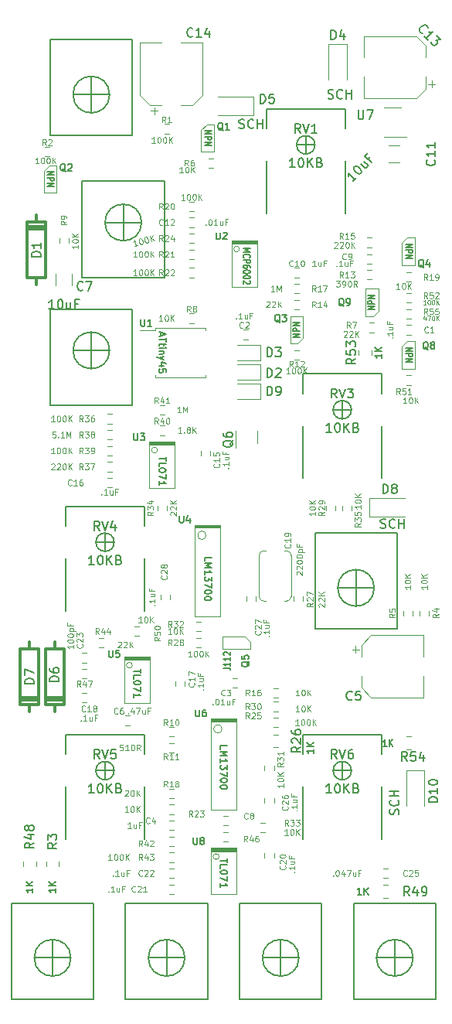
<source format=gbr>
%TF.GenerationSoftware,KiCad,Pcbnew,(5.1.10)-1*%
%TF.CreationDate,2021-09-03T07:56:25-07:00*%
%TF.ProjectId,Foundation,466f756e-6461-4746-996f-6e2e6b696361,rev?*%
%TF.SameCoordinates,Original*%
%TF.FileFunction,Legend,Top*%
%TF.FilePolarity,Positive*%
%FSLAX46Y46*%
G04 Gerber Fmt 4.6, Leading zero omitted, Abs format (unit mm)*
G04 Created by KiCad (PCBNEW (5.1.10)-1) date 2021-09-03 07:56:25*
%MOMM*%
%LPD*%
G01*
G04 APERTURE LIST*
%ADD10C,0.120000*%
%ADD11C,0.150000*%
%ADD12C,0.304800*%
%ADD13C,0.125000*%
%ADD14C,0.149860*%
%ADD15C,0.129540*%
G04 APERTURE END LIST*
D10*
%TO.C,C19*%
X27890000Y51550000D02*
X27890000Y47050000D01*
X31390000Y47050000D02*
X31390000Y51550000D01*
X30890000Y52050000D02*
X30640000Y52050000D01*
X28390000Y52050000D02*
X28640000Y52050000D01*
X28390000Y46550000D02*
X28640000Y46550000D01*
X30890000Y46550000D02*
X30640000Y46550000D01*
X31390000Y47050000D02*
G75*
G02*
X30890000Y46550000I-500000J0D01*
G01*
X28390000Y46550000D02*
G75*
G02*
X27890000Y47050000I0J500000D01*
G01*
X27890000Y51550000D02*
G75*
G02*
X28390000Y52050000I500000J0D01*
G01*
X30890000Y52050000D02*
G75*
G02*
X31390000Y51550000I0J-500000D01*
G01*
%TO.C,R27*%
X31677500Y46545276D02*
X31677500Y47054724D01*
X32722500Y46545276D02*
X32722500Y47054724D01*
D11*
%TO.C,J6*%
X40500000Y48000000D02*
X36500000Y48000000D01*
X38500000Y46000000D02*
X38500000Y50000000D01*
X40500000Y48000000D02*
G75*
G03*
X40500000Y48000000I-2000000J0D01*
G01*
X43000000Y54000000D02*
X43000000Y43500000D01*
X43000000Y43500000D02*
X34000000Y43500000D01*
X34000000Y43500000D02*
X34000000Y54000000D01*
X43000000Y54000000D02*
X34000000Y54000000D01*
D10*
%TO.C,R33*%
X27995276Y22272500D02*
X28504724Y22272500D01*
X27995276Y21227500D02*
X28504724Y21227500D01*
D11*
%TO.C,RV6*%
X41318000Y20505000D02*
X41318000Y26220000D01*
X32682000Y20505000D02*
X32682000Y26220000D01*
X41318000Y31935000D02*
X32682000Y31935000D01*
X32682000Y31935000D02*
X32682000Y29776000D01*
X41318000Y31935000D02*
X41318000Y29776000D01*
X38000000Y27998000D02*
G75*
G03*
X38000000Y27998000I-1000000J0D01*
G01*
X36000000Y27998000D02*
X38000000Y27998000D01*
X37000000Y28998000D02*
X37000000Y26998000D01*
D10*
%TO.C,C28*%
X17077500Y47254724D02*
X17077500Y46745276D01*
X18122500Y47254724D02*
X18122500Y46745276D01*
%TO.C,C27*%
X26477500Y47054724D02*
X26477500Y46545276D01*
X27522500Y47054724D02*
X27522500Y46545276D01*
%TO.C,C26*%
X28477500Y25004724D02*
X28477500Y24495276D01*
X29522500Y25004724D02*
X29522500Y24495276D01*
%TO.C,C8*%
X24504724Y23022500D02*
X23995276Y23022500D01*
X24504724Y21977500D02*
X23995276Y21977500D01*
%TO.C,C4*%
X17995276Y21477500D02*
X18504724Y21477500D01*
X17995276Y22522500D02*
X18504724Y22522500D01*
%TO.C,C14*%
X16008750Y100206250D02*
X16796250Y100206250D01*
X16402500Y99812500D02*
X16402500Y100600000D01*
X20595563Y100840000D02*
X21660000Y101904437D01*
X15904437Y100840000D02*
X14840000Y101904437D01*
X15904437Y100840000D02*
X17190000Y100840000D01*
X20595563Y100840000D02*
X19310000Y100840000D01*
X21660000Y101904437D02*
X21660000Y107660000D01*
X14840000Y101904437D02*
X14840000Y107660000D01*
X14840000Y107660000D02*
X17190000Y107660000D01*
X21660000Y107660000D02*
X19310000Y107660000D01*
%TO.C,C13*%
X46793750Y102758750D02*
X46793750Y103546250D01*
X47187500Y103152500D02*
X46400000Y103152500D01*
X46160000Y107345563D02*
X45095563Y108410000D01*
X46160000Y102654437D02*
X45095563Y101590000D01*
X46160000Y102654437D02*
X46160000Y103940000D01*
X46160000Y107345563D02*
X46160000Y106060000D01*
X45095563Y108410000D02*
X39340000Y108410000D01*
X45095563Y101590000D02*
X39340000Y101590000D01*
X39340000Y101590000D02*
X39340000Y103940000D01*
X39340000Y108410000D02*
X39340000Y106060000D01*
%TO.C,C5*%
X38456250Y41641250D02*
X38456250Y40853750D01*
X38062500Y41247500D02*
X38850000Y41247500D01*
X39090000Y37054437D02*
X40154437Y35990000D01*
X39090000Y41745563D02*
X40154437Y42810000D01*
X39090000Y41745563D02*
X39090000Y40460000D01*
X39090000Y37054437D02*
X39090000Y38340000D01*
X40154437Y35990000D02*
X45910000Y35990000D01*
X40154437Y42810000D02*
X45910000Y42810000D01*
X45910000Y42810000D02*
X45910000Y40460000D01*
X45910000Y35990000D02*
X45910000Y38340000D01*
%TO.C,R55*%
X43995276Y77477500D02*
X44504724Y77477500D01*
X43995276Y78522500D02*
X44504724Y78522500D01*
%TO.C,D9*%
X28000000Y68650000D02*
X28000000Y70350000D01*
X28000000Y70350000D02*
X25450000Y70350000D01*
X28000000Y68650000D02*
X25450000Y68650000D01*
%TO.C,D3*%
X28000000Y72900000D02*
X28000000Y74600000D01*
X28000000Y74600000D02*
X25450000Y74600000D01*
X28000000Y72900000D02*
X25450000Y72900000D01*
%TO.C,D2*%
X28000000Y70750000D02*
X28000000Y72450000D01*
X28000000Y72450000D02*
X25450000Y72450000D01*
X28000000Y70750000D02*
X25450000Y70750000D01*
%TO.C,D10*%
X46000000Y28000000D02*
X46000000Y24100000D01*
X44000000Y28000000D02*
X44000000Y24100000D01*
X46000000Y28000000D02*
X44000000Y28000000D01*
%TO.C,D8*%
X39950000Y57800000D02*
X43850000Y57800000D01*
X39950000Y55800000D02*
X43850000Y55800000D01*
X39950000Y57800000D02*
X39950000Y55800000D01*
%TO.C,D5*%
X27250000Y99750000D02*
X23350000Y99750000D01*
X27250000Y101750000D02*
X23350000Y101750000D01*
X27250000Y99750000D02*
X27250000Y101750000D01*
%TO.C,D4*%
X37500000Y107500000D02*
X37500000Y103600000D01*
X35500000Y107500000D02*
X35500000Y103600000D01*
X37500000Y107500000D02*
X35500000Y107500000D01*
%TO.C,Q6*%
X27660000Y63800000D02*
X27660000Y65200000D01*
X25340000Y65200000D02*
X25340000Y63300000D01*
%TO.C,U1*%
X19250000Y71025000D02*
X22000000Y71025000D01*
X22000000Y71025000D02*
X22000000Y71285000D01*
X19250000Y71025000D02*
X16500000Y71025000D01*
X16500000Y71025000D02*
X16500000Y71285000D01*
X19250000Y76475000D02*
X22000000Y76475000D01*
X22000000Y76475000D02*
X22000000Y76215000D01*
X19250000Y76475000D02*
X16500000Y76475000D01*
X16500000Y76475000D02*
X16500000Y76215000D01*
X16500000Y76215000D02*
X14850000Y76215000D01*
%TO.C,C9*%
X40254724Y83477500D02*
X39745276Y83477500D01*
X40254724Y84522500D02*
X39745276Y84522500D01*
%TO.C,R13*%
X40254724Y81777500D02*
X39745276Y81777500D01*
X40254724Y82822500D02*
X39745276Y82822500D01*
%TO.C,R15*%
X39745276Y86322500D02*
X40254724Y86322500D01*
X39745276Y85277500D02*
X40254724Y85277500D01*
%TO.C,R19*%
X44554724Y81527500D02*
X44045276Y81527500D01*
X44554724Y82572500D02*
X44045276Y82572500D01*
%TO.C,C3*%
X25454724Y37077500D02*
X24945276Y37077500D01*
X25454724Y38122500D02*
X24945276Y38122500D01*
%TO.C,R52*%
X43995276Y80272500D02*
X44504724Y80272500D01*
X43995276Y79227500D02*
X44504724Y79227500D01*
%TO.C,R51*%
X43995276Y71272500D02*
X44504724Y71272500D01*
X43995276Y70227500D02*
X44504724Y70227500D01*
%TO.C,R7*%
X39995276Y77022500D02*
X40504724Y77022500D01*
X39995276Y75977500D02*
X40504724Y75977500D01*
%TO.C,C1*%
X43995276Y76772500D02*
X44504724Y76772500D01*
X43995276Y75727500D02*
X44504724Y75727500D01*
%TO.C,R50*%
X14245276Y43772500D02*
X14754724Y43772500D01*
X14245276Y42727500D02*
X14754724Y42727500D01*
%TO.C,R2*%
X4407776Y96272500D02*
X4917224Y96272500D01*
X4407776Y95227500D02*
X4917224Y95227500D01*
%TO.C,C15*%
X21477500Y62495276D02*
X21477500Y63004724D01*
X22522500Y62495276D02*
X22522500Y63004724D01*
%TO.C,R30*%
X30004724Y34477500D02*
X29495276Y34477500D01*
X30004724Y35522500D02*
X29495276Y35522500D01*
%TO.C,C2*%
X26145276Y76272500D02*
X26654724Y76272500D01*
X26145276Y75227500D02*
X26654724Y75227500D01*
%TO.C,C6*%
X13754724Y32977500D02*
X13245276Y32977500D01*
X13754724Y34022500D02*
X13245276Y34022500D01*
%TO.C,C10*%
X31745276Y83022500D02*
X32254724Y83022500D01*
X31745276Y81977500D02*
X32254724Y81977500D01*
%TO.C,C12*%
X20754724Y87477500D02*
X20245276Y87477500D01*
X20754724Y88522500D02*
X20245276Y88522500D01*
%TO.C,C16*%
X11245276Y60022500D02*
X11754724Y60022500D01*
X11245276Y58977500D02*
X11754724Y58977500D01*
%TO.C,C17*%
X19772500Y37754724D02*
X19772500Y37245276D01*
X18727500Y37754724D02*
X18727500Y37245276D01*
%TO.C,C18*%
X8495276Y36522500D02*
X9004724Y36522500D01*
X8495276Y35477500D02*
X9004724Y35477500D01*
%TO.C,C20*%
X28477500Y18495276D02*
X28477500Y19004724D01*
X29522500Y18495276D02*
X29522500Y19004724D01*
%TO.C,C21*%
X17995276Y15522500D02*
X18504724Y15522500D01*
X17995276Y14477500D02*
X18504724Y14477500D01*
%TO.C,C22*%
X18504724Y16227500D02*
X17995276Y16227500D01*
X18504724Y17272500D02*
X17995276Y17272500D01*
%TO.C,C23*%
X8495276Y40872500D02*
X9004724Y40872500D01*
X8495276Y39827500D02*
X9004724Y39827500D01*
%TO.C,C25*%
X42004724Y16227500D02*
X41495276Y16227500D01*
X42004724Y17272500D02*
X41495276Y17272500D01*
%TO.C,R1*%
X18004724Y97727500D02*
X17495276Y97727500D01*
X18004724Y98772500D02*
X17495276Y98772500D01*
%TO.C,R4*%
X46522500Y45454725D02*
X46522500Y44945277D01*
X45477500Y45454725D02*
X45477500Y44945277D01*
%TO.C,R5*%
X43677500Y44945276D02*
X43677500Y45454724D01*
X44722500Y44945276D02*
X44722500Y45454724D01*
%TO.C,R6*%
X22842224Y93977500D02*
X22332776Y93977500D01*
X22842224Y95022500D02*
X22332776Y95022500D01*
%TO.C,R8*%
X20245276Y78022500D02*
X20754724Y78022500D01*
X20245276Y76977500D02*
X20754724Y76977500D01*
%TO.C,R9*%
X7022500Y86254724D02*
X7022500Y85745276D01*
X5977500Y86254724D02*
X5977500Y85745276D01*
%TO.C,R10*%
X18504724Y31727500D02*
X17995276Y31727500D01*
X18504724Y32772500D02*
X17995276Y32772500D01*
%TO.C,R11*%
X17995276Y31022500D02*
X18504724Y31022500D01*
X17995276Y29977500D02*
X18504724Y29977500D01*
%TO.C,R12*%
X32254724Y72977500D02*
X31745276Y72977500D01*
X32254724Y74022500D02*
X31745276Y74022500D01*
%TO.C,R14*%
X32254724Y78477500D02*
X31745276Y78477500D01*
X32254724Y79522500D02*
X31745276Y79522500D01*
%TO.C,R16*%
X30004724Y35977500D02*
X29495276Y35977500D01*
X30004724Y37022500D02*
X29495276Y37022500D01*
%TO.C,R17*%
X31745276Y81272500D02*
X32254724Y81272500D01*
X31745276Y80227500D02*
X32254724Y80227500D01*
%TO.C,R18*%
X18504724Y24977500D02*
X17995276Y24977500D01*
X18504724Y26022500D02*
X17995276Y26022500D01*
%TO.C,R20*%
X20245276Y90272500D02*
X20754724Y90272500D01*
X20245276Y89227500D02*
X20754724Y89227500D01*
%TO.C,R21*%
X20754724Y83977500D02*
X20245276Y83977500D01*
X20754724Y85022500D02*
X20245276Y85022500D01*
%TO.C,R22*%
X20754724Y81977500D02*
X20245276Y81977500D01*
X20754724Y83022500D02*
X20245276Y83022500D01*
%TO.C,R23*%
X18504724Y23227500D02*
X17995276Y23227500D01*
X18504724Y24272500D02*
X17995276Y24272500D01*
%TO.C,R24*%
X20754724Y85727500D02*
X20245276Y85727500D01*
X20754724Y86772500D02*
X20245276Y86772500D01*
%TO.C,R25*%
X29495276Y33772500D02*
X30004724Y33772500D01*
X29495276Y32727500D02*
X30004724Y32727500D01*
%TO.C,R28*%
X20995276Y42522500D02*
X21504724Y42522500D01*
X20995276Y41477500D02*
X21504724Y41477500D01*
%TO.C,R29*%
X36272500Y57004724D02*
X36272500Y56495276D01*
X35227500Y57004724D02*
X35227500Y56495276D01*
%TO.C,R31*%
X28477500Y27995276D02*
X28477500Y28504724D01*
X29522500Y27995276D02*
X29522500Y28504724D01*
%TO.C,R32*%
X21504724Y43227500D02*
X20995276Y43227500D01*
X21504724Y44272500D02*
X20995276Y44272500D01*
%TO.C,R34*%
X16727500Y56495276D02*
X16727500Y57004724D01*
X17772500Y56495276D02*
X17772500Y57004724D01*
%TO.C,R35*%
X36977500Y56495276D02*
X36977500Y57004724D01*
X38022500Y56495276D02*
X38022500Y57004724D01*
%TO.C,R36*%
X11754724Y65977500D02*
X11245276Y65977500D01*
X11754724Y67022500D02*
X11245276Y67022500D01*
%TO.C,R37*%
X11754724Y60727500D02*
X11245276Y60727500D01*
X11754724Y61772500D02*
X11245276Y61772500D01*
%TO.C,R38*%
X11754724Y64227500D02*
X11245276Y64227500D01*
X11754724Y65272500D02*
X11245276Y65272500D01*
%TO.C,R39*%
X11754724Y62477500D02*
X11245276Y62477500D01*
X11754724Y63522500D02*
X11245276Y63522500D01*
%TO.C,R40*%
X17504724Y64727500D02*
X16995276Y64727500D01*
X17504724Y65772500D02*
X16995276Y65772500D01*
%TO.C,R41*%
X17504724Y66977500D02*
X16995276Y66977500D01*
X17504724Y68022500D02*
X16995276Y68022500D01*
%TO.C,R42*%
X18504724Y19727500D02*
X17995276Y19727500D01*
X18504724Y20772500D02*
X17995276Y20772500D01*
%TO.C,R43*%
X18504724Y17977500D02*
X17995276Y17977500D01*
X18504724Y19022500D02*
X17995276Y19022500D01*
%TO.C,R44*%
X10320276Y42522500D02*
X10829724Y42522500D01*
X10320276Y41477500D02*
X10829724Y41477500D01*
%TO.C,R46*%
X24504724Y20227500D02*
X23995276Y20227500D01*
X24504724Y21272500D02*
X23995276Y21272500D01*
%TO.C,R47*%
X8495276Y39122500D02*
X9004724Y39122500D01*
X8495276Y38077500D02*
X9004724Y38077500D01*
D12*
%TO.C,D6*%
X4484000Y35963999D02*
X6516000Y35963999D01*
X6516000Y35709999D02*
X4484000Y35709999D01*
X4484000Y35201999D02*
X5500000Y35201999D01*
X4484000Y41297999D02*
X4484000Y35201999D01*
X5500000Y41297999D02*
X4484000Y41297999D01*
X5500000Y41297999D02*
X5500000Y42059999D01*
X6516000Y41297999D02*
X5500000Y41297999D01*
X6516000Y35201999D02*
X6516000Y41297999D01*
X5500000Y35201999D02*
X6516000Y35201999D01*
X5500000Y34439999D02*
X5500000Y35201999D01*
%TO.C,D7*%
X1734000Y35964000D02*
X3766000Y35964000D01*
X3766000Y35710000D02*
X1734000Y35710000D01*
X1734000Y35202000D02*
X2750000Y35202000D01*
X1734000Y41298000D02*
X1734000Y35202000D01*
X2750000Y41298000D02*
X1734000Y41298000D01*
X2750000Y41298000D02*
X2750000Y42060000D01*
X3766000Y41298000D02*
X2750000Y41298000D01*
X3766000Y35202000D02*
X3766000Y41298000D01*
X2750000Y35202000D02*
X3766000Y35202000D01*
X2750000Y34440000D02*
X2750000Y35202000D01*
%TO.C,D1*%
X4516000Y87286000D02*
X2484000Y87286000D01*
X2484000Y87540000D02*
X4516000Y87540000D01*
X4516000Y88048000D02*
X3500000Y88048000D01*
X4516000Y81952000D02*
X4516000Y88048000D01*
X3500000Y81952000D02*
X4516000Y81952000D01*
X3500000Y81952000D02*
X3500000Y81190000D01*
X2484000Y81952000D02*
X3500000Y81952000D01*
X2484000Y88048000D02*
X2484000Y81952000D01*
X3500000Y88048000D02*
X2484000Y88048000D01*
X3500000Y88810000D02*
X3500000Y88048000D01*
D10*
%TO.C,Q4*%
X44950000Y83350000D02*
X44950000Y86350000D01*
X44150000Y86350000D02*
X44950000Y86350000D01*
X43550000Y85750000D02*
X44150000Y86350000D01*
X43550000Y83350000D02*
X43550000Y85750000D01*
X43550000Y83350000D02*
X44950000Y83350000D01*
%TO.C,R54*%
X44508578Y31710000D02*
X43991422Y31710000D01*
X44508578Y30290000D02*
X43991422Y30290000D01*
D11*
%TO.C,J10*%
X32250000Y7500000D02*
X28250000Y7500000D01*
X30250000Y5500000D02*
X30250000Y9500000D01*
X32250000Y7500000D02*
G75*
G03*
X32250000Y7500000I-2000000J0D01*
G01*
X34750000Y13500000D02*
X34750000Y3000000D01*
X34750000Y3000000D02*
X25750000Y3000000D01*
X25750000Y3000000D02*
X25750000Y13500000D01*
X34750000Y13500000D02*
X25750000Y13500000D01*
D10*
%TO.C,R53*%
X40210000Y74008578D02*
X40210000Y73491422D01*
X38790000Y74008578D02*
X38790000Y73491422D01*
%TO.C,Q9*%
X40950000Y80750000D02*
X39550000Y80750000D01*
X40950000Y80750000D02*
X40950000Y78350000D01*
X40950000Y78350000D02*
X40350000Y77750000D01*
X40350000Y77750000D02*
X39550000Y77750000D01*
X39550000Y80750000D02*
X39550000Y77750000D01*
%TO.C,Q8*%
X43550000Y72000000D02*
X44950000Y72000000D01*
X43550000Y72000000D02*
X43550000Y74400000D01*
X43550000Y74400000D02*
X44150000Y75000000D01*
X44150000Y75000000D02*
X44950000Y75000000D01*
X44950000Y72000000D02*
X44950000Y75000000D01*
%TO.C,R48*%
X3460000Y17491422D02*
X3460000Y18008578D01*
X2040000Y17491422D02*
X2040000Y18008578D01*
D11*
%TO.C,RV3*%
X41318000Y60005000D02*
X41318000Y65720000D01*
X32682000Y60005000D02*
X32682000Y65720000D01*
X41318000Y71435000D02*
X32682000Y71435000D01*
X32682000Y71435000D02*
X32682000Y69276000D01*
X41318000Y71435000D02*
X41318000Y69276000D01*
X38000000Y67498000D02*
G75*
G03*
X38000000Y67498000I-1000000J0D01*
G01*
X36000000Y67498000D02*
X38000000Y67498000D01*
X37000000Y68498000D02*
X37000000Y66498000D01*
%TO.C,RV1*%
X37318000Y89005000D02*
X37318000Y94720000D01*
X28682000Y89005000D02*
X28682000Y94720000D01*
X37318000Y100435000D02*
X28682000Y100435000D01*
X28682000Y100435000D02*
X28682000Y98276000D01*
X37318000Y100435000D02*
X37318000Y98276000D01*
X34000000Y96498000D02*
G75*
G03*
X34000000Y96498000I-1000000J0D01*
G01*
X32000000Y96498000D02*
X34000000Y96498000D01*
X33000000Y97498000D02*
X33000000Y95498000D01*
D10*
%TO.C,Q3*%
X31300000Y77750000D02*
X31300000Y74750000D01*
X32100000Y74750000D02*
X31300000Y74750000D01*
X32700000Y75350000D02*
X32100000Y74750000D01*
X32700000Y77750000D02*
X32700000Y75350000D01*
X32700000Y77750000D02*
X31300000Y77750000D01*
%TO.C,U5*%
X13103000Y40490000D02*
X13103000Y35410000D01*
X13103000Y35410000D02*
X15897000Y35410000D01*
X15897000Y35410000D02*
X15897000Y40490000D01*
X13103000Y40490000D02*
X15897000Y40490000D01*
X15897000Y40490000D02*
X15897000Y40426500D01*
X15897000Y40426500D02*
X13103000Y40426500D01*
X13103000Y40426500D02*
X13103000Y40299500D01*
X13103000Y40363000D02*
X15897000Y40363000D01*
X15897000Y40363000D02*
X15897000Y40299500D01*
X15897000Y40299500D02*
X13103000Y40299500D01*
X13103000Y40299500D02*
X13103000Y40236000D01*
X13103000Y40236000D02*
X15897000Y40236000D01*
X15897000Y40236000D02*
X15897000Y40109000D01*
X15897000Y40172500D02*
X13103000Y40172500D01*
X13103000Y40109000D02*
X15897000Y40109000D01*
X13992000Y39537500D02*
G75*
G03*
X13992000Y39537500I-317500J0D01*
G01*
%TO.C,Q2*%
X5700001Y91250000D02*
X5700001Y94250000D01*
X4900001Y94250000D02*
X5700001Y94250000D01*
X4300001Y93650000D02*
X4900001Y94250000D01*
X4300001Y91250000D02*
X4300001Y93650000D01*
X4300001Y91250000D02*
X5700001Y91250000D01*
%TO.C,R26*%
X30008578Y31960000D02*
X29491422Y31960000D01*
X30008578Y30540000D02*
X29491422Y30540000D01*
%TO.C,R3*%
X4540000Y17491422D02*
X4540000Y18008578D01*
X5960000Y17491422D02*
X5960000Y18008578D01*
%TO.C,R49*%
X41491422Y14040000D02*
X42008578Y14040000D01*
X41491422Y15460000D02*
X42008578Y15460000D01*
%TO.C,U8*%
X22603000Y19540000D02*
X22603000Y14460000D01*
X22603000Y14460000D02*
X25397000Y14460000D01*
X25397000Y14460000D02*
X25397000Y19540000D01*
X22603000Y19540000D02*
X25397000Y19540000D01*
X25397000Y19540000D02*
X25397000Y19476500D01*
X25397000Y19476500D02*
X22603000Y19476500D01*
X22603000Y19476500D02*
X22603000Y19349500D01*
X22603000Y19413000D02*
X25397000Y19413000D01*
X25397000Y19413000D02*
X25397000Y19349500D01*
X25397000Y19349500D02*
X22603000Y19349500D01*
X22603000Y19349500D02*
X22603000Y19286000D01*
X22603000Y19286000D02*
X25397000Y19286000D01*
X25397000Y19286000D02*
X25397000Y19159000D01*
X25397000Y19222500D02*
X22603000Y19222500D01*
X22603000Y19159000D02*
X25397000Y19159000D01*
X23492000Y18587500D02*
G75*
G03*
X23492000Y18587500I-317500J0D01*
G01*
%TO.C,U7*%
X43400000Y100610000D02*
X41600000Y100610000D01*
X41600000Y97390000D02*
X44050000Y97390000D01*
%TO.C,U6*%
X23822905Y32560000D02*
G75*
G03*
X23822905Y32560000I-457905J0D01*
G01*
X22603000Y33703000D02*
X22603000Y23670000D01*
X22603000Y23670000D02*
X25397000Y23670000D01*
X25397000Y23670000D02*
X25397000Y33703000D01*
X22603000Y33703000D02*
X25397000Y33703000D01*
X22603000Y33639500D02*
X25397000Y33639500D01*
X25397000Y33639500D02*
X25397000Y33576000D01*
X25397000Y33576000D02*
X22603000Y33576000D01*
X22603000Y33576000D02*
X22603000Y33512500D01*
X22603000Y33512500D02*
X25397000Y33512500D01*
X25397000Y33512500D02*
X25397000Y33449000D01*
X25397000Y33449000D02*
X22603000Y33449000D01*
X22603000Y33449000D02*
X22603000Y33385500D01*
X22603000Y33385500D02*
X25397000Y33385500D01*
%TO.C,U4*%
X22072905Y53755000D02*
G75*
G03*
X22072905Y53755000I-457905J0D01*
G01*
X20853000Y54898000D02*
X20853000Y44865000D01*
X20853000Y44865000D02*
X23647000Y44865000D01*
X23647000Y44865000D02*
X23647000Y54898000D01*
X20853000Y54898000D02*
X23647000Y54898000D01*
X20853000Y54834500D02*
X23647000Y54834500D01*
X23647000Y54834500D02*
X23647000Y54771000D01*
X23647000Y54771000D02*
X20853000Y54771000D01*
X20853000Y54771000D02*
X20853000Y54707500D01*
X20853000Y54707500D02*
X23647000Y54707500D01*
X23647000Y54707500D02*
X23647000Y54644000D01*
X23647000Y54644000D02*
X20853000Y54644000D01*
X20853000Y54644000D02*
X20853000Y54580500D01*
X20853000Y54580500D02*
X23647000Y54580500D01*
%TO.C,U3*%
X15853000Y64040000D02*
X15853000Y58960000D01*
X15853000Y58960000D02*
X18647000Y58960000D01*
X18647000Y58960000D02*
X18647000Y64040000D01*
X15853000Y64040000D02*
X18647000Y64040000D01*
X18647000Y64040000D02*
X18647000Y63976500D01*
X18647000Y63976500D02*
X15853000Y63976500D01*
X15853000Y63976500D02*
X15853000Y63849500D01*
X15853000Y63913000D02*
X18647000Y63913000D01*
X18647000Y63913000D02*
X18647000Y63849500D01*
X18647000Y63849500D02*
X15853000Y63849500D01*
X15853000Y63849500D02*
X15853000Y63786000D01*
X15853000Y63786000D02*
X18647000Y63786000D01*
X18647000Y63786000D02*
X18647000Y63659000D01*
X18647000Y63722500D02*
X15853000Y63722500D01*
X15853000Y63659000D02*
X18647000Y63659000D01*
X16742000Y63087500D02*
G75*
G03*
X16742000Y63087500I-317500J0D01*
G01*
%TO.C,U2*%
X24853000Y86040000D02*
X24853000Y80960000D01*
X24853000Y80960000D02*
X27647000Y80960000D01*
X27647000Y80960000D02*
X27647000Y86040000D01*
X24853000Y86040000D02*
X27647000Y86040000D01*
X27647000Y86040000D02*
X27647000Y85976500D01*
X27647000Y85976500D02*
X24853000Y85976500D01*
X24853000Y85976500D02*
X24853000Y85849500D01*
X24853000Y85913000D02*
X27647000Y85913000D01*
X27647000Y85913000D02*
X27647000Y85849500D01*
X27647000Y85849500D02*
X24853000Y85849500D01*
X24853000Y85849500D02*
X24853000Y85786000D01*
X24853000Y85786000D02*
X27647000Y85786000D01*
X27647000Y85786000D02*
X27647000Y85659000D01*
X27647000Y85722500D02*
X24853000Y85722500D01*
X24853000Y85659000D02*
X27647000Y85659000D01*
X25742000Y85087500D02*
G75*
G03*
X25742000Y85087500I-317500J0D01*
G01*
%TO.C,Q5*%
X23900000Y42700000D02*
X23900000Y41300000D01*
X23900000Y42700000D02*
X26300000Y42700000D01*
X26300000Y42700000D02*
X26900000Y42100000D01*
X26900000Y42100000D02*
X26900000Y41300000D01*
X23900000Y41300000D02*
X26900000Y41300000D01*
%TO.C,Q1*%
X22950000Y95750000D02*
X22950000Y98750000D01*
X22150000Y98750000D02*
X22950000Y98750000D01*
X21550000Y98150000D02*
X22150000Y98750000D01*
X21550000Y95750000D02*
X21550000Y98150000D01*
X21550000Y95750000D02*
X22950000Y95750000D01*
%TO.C,C11*%
X42047936Y96410000D02*
X43252064Y96410000D01*
X42047936Y94590000D02*
X43252064Y94590000D01*
%TO.C,C7*%
X5590000Y81147936D02*
X5590000Y82352064D01*
X7410000Y81147936D02*
X7410000Y82352064D01*
D11*
%TO.C,RV5*%
X15318000Y20505000D02*
X15318000Y26220000D01*
X6682000Y20505000D02*
X6682000Y26220000D01*
X15318000Y31935000D02*
X6682000Y31935000D01*
X6682000Y31935000D02*
X6682000Y29776000D01*
X15318000Y31935000D02*
X15318000Y29776000D01*
X12000000Y27998000D02*
G75*
G03*
X12000000Y27998000I-1000000J0D01*
G01*
X10000000Y27998000D02*
X12000000Y27998000D01*
X11000000Y28998000D02*
X11000000Y26998000D01*
%TO.C,RV4*%
X15318000Y45505000D02*
X15318000Y51220000D01*
X6682000Y45505000D02*
X6682000Y51220000D01*
X15318000Y56935000D02*
X6682000Y56935000D01*
X6682000Y56935000D02*
X6682000Y54776000D01*
X15318000Y56935000D02*
X15318000Y54776000D01*
X12000000Y52998000D02*
G75*
G03*
X12000000Y52998000I-1000000J0D01*
G01*
X10000000Y52998000D02*
X12000000Y52998000D01*
X11000000Y53998000D02*
X11000000Y51998000D01*
%TO.C,J9*%
X44750000Y7500000D02*
X40750000Y7500000D01*
X42750000Y5500000D02*
X42750000Y9500000D01*
X44750000Y7500000D02*
G75*
G03*
X44750000Y7500000I-2000000J0D01*
G01*
X47250000Y13500000D02*
X47250000Y3000000D01*
X47250000Y3000000D02*
X38250000Y3000000D01*
X38250000Y3000000D02*
X38250000Y13500000D01*
X47250000Y13500000D02*
X38250000Y13500000D01*
%TO.C,J8*%
X7250000Y7500000D02*
X3250000Y7500000D01*
X5250000Y5500000D02*
X5250000Y9500000D01*
X7250000Y7500000D02*
G75*
G03*
X7250000Y7500000I-2000000J0D01*
G01*
X9750000Y13500000D02*
X9750000Y3000000D01*
X9750000Y3000000D02*
X750000Y3000000D01*
X750000Y3000000D02*
X750000Y13500000D01*
X9750000Y13500000D02*
X750000Y13500000D01*
%TO.C,J7*%
X7500000Y74000000D02*
X11500000Y74000000D01*
X9500000Y76000000D02*
X9500000Y72000000D01*
X11500000Y74000000D02*
G75*
G03*
X11500000Y74000000I-2000000J0D01*
G01*
X5000000Y68000000D02*
X5000000Y78500000D01*
X5000000Y78500000D02*
X14000000Y78500000D01*
X14000000Y78500000D02*
X14000000Y68000000D01*
X5000000Y68000000D02*
X14000000Y68000000D01*
%TO.C,J4*%
X11000000Y88000000D02*
X15000000Y88000000D01*
X13000000Y90000000D02*
X13000000Y86000000D01*
X15000000Y88000000D02*
G75*
G03*
X15000000Y88000000I-2000000J0D01*
G01*
X8500000Y82000000D02*
X8500000Y92500000D01*
X8500000Y92500000D02*
X17500000Y92500000D01*
X17500000Y92500000D02*
X17500000Y82000000D01*
X8500000Y82000000D02*
X17500000Y82000000D01*
%TO.C,J2*%
X19750000Y7500000D02*
X15750000Y7500000D01*
X17750000Y5500000D02*
X17750000Y9500000D01*
X19750000Y7500000D02*
G75*
G03*
X19750000Y7500000I-2000000J0D01*
G01*
X22250000Y13500000D02*
X22250000Y3000000D01*
X22250000Y3000000D02*
X13250000Y3000000D01*
X13250000Y3000000D02*
X13250000Y13500000D01*
X22250000Y13500000D02*
X13250000Y13500000D01*
%TO.C,J1*%
X11500000Y102000000D02*
X7500000Y102000000D01*
X9500000Y100000000D02*
X9500000Y104000000D01*
X11500000Y102000000D02*
G75*
G03*
X11500000Y102000000I-2000000J0D01*
G01*
X14000000Y108000000D02*
X14000000Y97500000D01*
X14000000Y97500000D02*
X5000000Y97500000D01*
X5000000Y97500000D02*
X5000000Y108000000D01*
X14000000Y108000000D02*
X5000000Y108000000D01*
%TO.C,C19*%
D13*
X31272142Y52782142D02*
X31303095Y52751190D01*
X31334047Y52658333D01*
X31334047Y52596428D01*
X31303095Y52503571D01*
X31241190Y52441666D01*
X31179285Y52410714D01*
X31055476Y52379761D01*
X30962619Y52379761D01*
X30838809Y52410714D01*
X30776904Y52441666D01*
X30715000Y52503571D01*
X30684047Y52596428D01*
X30684047Y52658333D01*
X30715000Y52751190D01*
X30745952Y52782142D01*
X31334047Y53401190D02*
X31334047Y53029761D01*
X31334047Y53215476D02*
X30684047Y53215476D01*
X30776904Y53153571D01*
X30838809Y53091666D01*
X30869761Y53029761D01*
X31334047Y53710714D02*
X31334047Y53834523D01*
X31303095Y53896428D01*
X31272142Y53927380D01*
X31179285Y53989285D01*
X31055476Y54020238D01*
X30807857Y54020238D01*
X30745952Y53989285D01*
X30715000Y53958333D01*
X30684047Y53896428D01*
X30684047Y53772619D01*
X30715000Y53710714D01*
X30745952Y53679761D01*
X30807857Y53648809D01*
X30962619Y53648809D01*
X31024523Y53679761D01*
X31055476Y53710714D01*
X31086428Y53772619D01*
X31086428Y53896428D01*
X31055476Y53958333D01*
X31024523Y53989285D01*
X30962619Y54020238D01*
X32045952Y49413095D02*
X32015000Y49444047D01*
X31984047Y49505952D01*
X31984047Y49660714D01*
X32015000Y49722619D01*
X32045952Y49753571D01*
X32107857Y49784523D01*
X32169761Y49784523D01*
X32262619Y49753571D01*
X32634047Y49382142D01*
X32634047Y49784523D01*
X32045952Y50032142D02*
X32015000Y50063095D01*
X31984047Y50125000D01*
X31984047Y50279761D01*
X32015000Y50341666D01*
X32045952Y50372619D01*
X32107857Y50403571D01*
X32169761Y50403571D01*
X32262619Y50372619D01*
X32634047Y50001190D01*
X32634047Y50403571D01*
X31984047Y50805952D02*
X31984047Y50867857D01*
X32015000Y50929761D01*
X32045952Y50960714D01*
X32107857Y50991666D01*
X32231666Y51022619D01*
X32386428Y51022619D01*
X32510238Y50991666D01*
X32572142Y50960714D01*
X32603095Y50929761D01*
X32634047Y50867857D01*
X32634047Y50805952D01*
X32603095Y50744047D01*
X32572142Y50713095D01*
X32510238Y50682142D01*
X32386428Y50651190D01*
X32231666Y50651190D01*
X32107857Y50682142D01*
X32045952Y50713095D01*
X32015000Y50744047D01*
X31984047Y50805952D01*
X31984047Y51425000D02*
X31984047Y51486904D01*
X32015000Y51548809D01*
X32045952Y51579761D01*
X32107857Y51610714D01*
X32231666Y51641666D01*
X32386428Y51641666D01*
X32510238Y51610714D01*
X32572142Y51579761D01*
X32603095Y51548809D01*
X32634047Y51486904D01*
X32634047Y51425000D01*
X32603095Y51363095D01*
X32572142Y51332142D01*
X32510238Y51301190D01*
X32386428Y51270238D01*
X32231666Y51270238D01*
X32107857Y51301190D01*
X32045952Y51332142D01*
X32015000Y51363095D01*
X31984047Y51425000D01*
X32200714Y51920238D02*
X32850714Y51920238D01*
X32231666Y51920238D02*
X32200714Y51982142D01*
X32200714Y52105952D01*
X32231666Y52167857D01*
X32262619Y52198809D01*
X32324523Y52229761D01*
X32510238Y52229761D01*
X32572142Y52198809D01*
X32603095Y52167857D01*
X32634047Y52105952D01*
X32634047Y51982142D01*
X32603095Y51920238D01*
X32293571Y52725000D02*
X32293571Y52508333D01*
X32634047Y52508333D02*
X31984047Y52508333D01*
X31984047Y52817857D01*
%TO.C,R27*%
X33794047Y46332142D02*
X33484523Y46115476D01*
X33794047Y45960714D02*
X33144047Y45960714D01*
X33144047Y46208333D01*
X33175000Y46270238D01*
X33205952Y46301190D01*
X33267857Y46332142D01*
X33360714Y46332142D01*
X33422619Y46301190D01*
X33453571Y46270238D01*
X33484523Y46208333D01*
X33484523Y45960714D01*
X33205952Y46579761D02*
X33175000Y46610714D01*
X33144047Y46672619D01*
X33144047Y46827380D01*
X33175000Y46889285D01*
X33205952Y46920238D01*
X33267857Y46951190D01*
X33329761Y46951190D01*
X33422619Y46920238D01*
X33794047Y46548809D01*
X33794047Y46951190D01*
X33144047Y47167857D02*
X33144047Y47601190D01*
X33794047Y47322619D01*
X34455952Y45929761D02*
X34425000Y45960714D01*
X34394047Y46022619D01*
X34394047Y46177380D01*
X34425000Y46239285D01*
X34455952Y46270238D01*
X34517857Y46301190D01*
X34579761Y46301190D01*
X34672619Y46270238D01*
X35044047Y45898809D01*
X35044047Y46301190D01*
X34455952Y46548809D02*
X34425000Y46579761D01*
X34394047Y46641666D01*
X34394047Y46796428D01*
X34425000Y46858333D01*
X34455952Y46889285D01*
X34517857Y46920238D01*
X34579761Y46920238D01*
X34672619Y46889285D01*
X35044047Y46517857D01*
X35044047Y46920238D01*
X35044047Y47198809D02*
X34394047Y47198809D01*
X35044047Y47570238D02*
X34672619Y47291666D01*
X34394047Y47570238D02*
X34765476Y47198809D01*
%TO.C,R33*%
X31082142Y21955952D02*
X30865476Y22265476D01*
X30710714Y21955952D02*
X30710714Y22605952D01*
X30958333Y22605952D01*
X31020238Y22575000D01*
X31051190Y22544047D01*
X31082142Y22482142D01*
X31082142Y22389285D01*
X31051190Y22327380D01*
X31020238Y22296428D01*
X30958333Y22265476D01*
X30710714Y22265476D01*
X31298809Y22605952D02*
X31701190Y22605952D01*
X31484523Y22358333D01*
X31577380Y22358333D01*
X31639285Y22327380D01*
X31670238Y22296428D01*
X31701190Y22234523D01*
X31701190Y22079761D01*
X31670238Y22017857D01*
X31639285Y21986904D01*
X31577380Y21955952D01*
X31391666Y21955952D01*
X31329761Y21986904D01*
X31298809Y22017857D01*
X31917857Y22605952D02*
X32320238Y22605952D01*
X32103571Y22358333D01*
X32196428Y22358333D01*
X32258333Y22327380D01*
X32289285Y22296428D01*
X32320238Y22234523D01*
X32320238Y22079761D01*
X32289285Y22017857D01*
X32258333Y21986904D01*
X32196428Y21955952D01*
X32010714Y21955952D01*
X31948809Y21986904D01*
X31917857Y22017857D01*
X31051190Y20955952D02*
X30679761Y20955952D01*
X30865476Y20955952D02*
X30865476Y21605952D01*
X30803571Y21513095D01*
X30741666Y21451190D01*
X30679761Y21420238D01*
X31453571Y21605952D02*
X31515476Y21605952D01*
X31577380Y21575000D01*
X31608333Y21544047D01*
X31639285Y21482142D01*
X31670238Y21358333D01*
X31670238Y21203571D01*
X31639285Y21079761D01*
X31608333Y21017857D01*
X31577380Y20986904D01*
X31515476Y20955952D01*
X31453571Y20955952D01*
X31391666Y20986904D01*
X31360714Y21017857D01*
X31329761Y21079761D01*
X31298809Y21203571D01*
X31298809Y21358333D01*
X31329761Y21482142D01*
X31360714Y21544047D01*
X31391666Y21575000D01*
X31453571Y21605952D01*
X31948809Y20955952D02*
X31948809Y21605952D01*
X32320238Y20955952D02*
X32041666Y21327380D01*
X32320238Y21605952D02*
X31948809Y21234523D01*
%TO.C,RV6*%
D11*
X36404761Y29297619D02*
X36071428Y29773809D01*
X35833333Y29297619D02*
X35833333Y30297619D01*
X36214285Y30297619D01*
X36309523Y30250000D01*
X36357142Y30202380D01*
X36404761Y30107142D01*
X36404761Y29964285D01*
X36357142Y29869047D01*
X36309523Y29821428D01*
X36214285Y29773809D01*
X35833333Y29773809D01*
X36690476Y30297619D02*
X37023809Y29297619D01*
X37357142Y30297619D01*
X38119047Y30297619D02*
X37928571Y30297619D01*
X37833333Y30250000D01*
X37785714Y30202380D01*
X37690476Y30059523D01*
X37642857Y29869047D01*
X37642857Y29488095D01*
X37690476Y29392857D01*
X37738095Y29345238D01*
X37833333Y29297619D01*
X38023809Y29297619D01*
X38119047Y29345238D01*
X38166666Y29392857D01*
X38214285Y29488095D01*
X38214285Y29726190D01*
X38166666Y29821428D01*
X38119047Y29869047D01*
X38023809Y29916666D01*
X37833333Y29916666D01*
X37738095Y29869047D01*
X37690476Y29821428D01*
X37642857Y29726190D01*
X35809523Y25547619D02*
X35238095Y25547619D01*
X35523809Y25547619D02*
X35523809Y26547619D01*
X35428571Y26404761D01*
X35333333Y26309523D01*
X35238095Y26261904D01*
X36428571Y26547619D02*
X36523809Y26547619D01*
X36619047Y26500000D01*
X36666666Y26452380D01*
X36714285Y26357142D01*
X36761904Y26166666D01*
X36761904Y25928571D01*
X36714285Y25738095D01*
X36666666Y25642857D01*
X36619047Y25595238D01*
X36523809Y25547619D01*
X36428571Y25547619D01*
X36333333Y25595238D01*
X36285714Y25642857D01*
X36238095Y25738095D01*
X36190476Y25928571D01*
X36190476Y26166666D01*
X36238095Y26357142D01*
X36285714Y26452380D01*
X36333333Y26500000D01*
X36428571Y26547619D01*
X37190476Y25547619D02*
X37190476Y26547619D01*
X37761904Y25547619D02*
X37333333Y26119047D01*
X37761904Y26547619D02*
X37190476Y25976190D01*
X38523809Y26071428D02*
X38666666Y26023809D01*
X38714285Y25976190D01*
X38761904Y25880952D01*
X38761904Y25738095D01*
X38714285Y25642857D01*
X38666666Y25595238D01*
X38571428Y25547619D01*
X38190476Y25547619D01*
X38190476Y26547619D01*
X38523809Y26547619D01*
X38619047Y26500000D01*
X38666666Y26452380D01*
X38714285Y26357142D01*
X38714285Y26261904D01*
X38666666Y26166666D01*
X38619047Y26119047D01*
X38523809Y26071428D01*
X38190476Y26071428D01*
%TO.C,C28*%
D13*
X17732142Y49332142D02*
X17763095Y49301190D01*
X17794047Y49208333D01*
X17794047Y49146428D01*
X17763095Y49053571D01*
X17701190Y48991666D01*
X17639285Y48960714D01*
X17515476Y48929761D01*
X17422619Y48929761D01*
X17298809Y48960714D01*
X17236904Y48991666D01*
X17175000Y49053571D01*
X17144047Y49146428D01*
X17144047Y49208333D01*
X17175000Y49301190D01*
X17205952Y49332142D01*
X17205952Y49579761D02*
X17175000Y49610714D01*
X17144047Y49672619D01*
X17144047Y49827380D01*
X17175000Y49889285D01*
X17205952Y49920238D01*
X17267857Y49951190D01*
X17329761Y49951190D01*
X17422619Y49920238D01*
X17794047Y49548809D01*
X17794047Y49951190D01*
X17422619Y50322619D02*
X17391666Y50260714D01*
X17360714Y50229761D01*
X17298809Y50198809D01*
X17267857Y50198809D01*
X17205952Y50229761D01*
X17175000Y50260714D01*
X17144047Y50322619D01*
X17144047Y50446428D01*
X17175000Y50508333D01*
X17205952Y50539285D01*
X17267857Y50570238D01*
X17298809Y50570238D01*
X17360714Y50539285D01*
X17391666Y50508333D01*
X17422619Y50446428D01*
X17422619Y50322619D01*
X17453571Y50260714D01*
X17484523Y50229761D01*
X17546428Y50198809D01*
X17670238Y50198809D01*
X17732142Y50229761D01*
X17763095Y50260714D01*
X17794047Y50322619D01*
X17794047Y50446428D01*
X17763095Y50508333D01*
X17732142Y50539285D01*
X17670238Y50570238D01*
X17546428Y50570238D01*
X17484523Y50539285D01*
X17453571Y50508333D01*
X17422619Y50446428D01*
X16402142Y46117857D02*
X16433095Y46148809D01*
X16464047Y46117857D01*
X16433095Y46086904D01*
X16402142Y46117857D01*
X16464047Y46117857D01*
X16464047Y46767857D02*
X16464047Y46396428D01*
X16464047Y46582142D02*
X15814047Y46582142D01*
X15906904Y46520238D01*
X15968809Y46458333D01*
X15999761Y46396428D01*
X16030714Y47325000D02*
X16464047Y47325000D01*
X16030714Y47046428D02*
X16371190Y47046428D01*
X16433095Y47077380D01*
X16464047Y47139285D01*
X16464047Y47232142D01*
X16433095Y47294047D01*
X16402142Y47325000D01*
X16123571Y47851190D02*
X16123571Y47634523D01*
X16464047Y47634523D02*
X15814047Y47634523D01*
X15814047Y47944047D01*
%TO.C,C27*%
X28032142Y43282142D02*
X28063095Y43251190D01*
X28094047Y43158333D01*
X28094047Y43096428D01*
X28063095Y43003571D01*
X28001190Y42941666D01*
X27939285Y42910714D01*
X27815476Y42879761D01*
X27722619Y42879761D01*
X27598809Y42910714D01*
X27536904Y42941666D01*
X27475000Y43003571D01*
X27444047Y43096428D01*
X27444047Y43158333D01*
X27475000Y43251190D01*
X27505952Y43282142D01*
X27505952Y43529761D02*
X27475000Y43560714D01*
X27444047Y43622619D01*
X27444047Y43777380D01*
X27475000Y43839285D01*
X27505952Y43870238D01*
X27567857Y43901190D01*
X27629761Y43901190D01*
X27722619Y43870238D01*
X28094047Y43498809D01*
X28094047Y43901190D01*
X27444047Y44117857D02*
X27444047Y44551190D01*
X28094047Y44272619D01*
X28932142Y42717857D02*
X28963095Y42748809D01*
X28994047Y42717857D01*
X28963095Y42686904D01*
X28932142Y42717857D01*
X28994047Y42717857D01*
X28994047Y43367857D02*
X28994047Y42996428D01*
X28994047Y43182142D02*
X28344047Y43182142D01*
X28436904Y43120238D01*
X28498809Y43058333D01*
X28529761Y42996428D01*
X28560714Y43925000D02*
X28994047Y43925000D01*
X28560714Y43646428D02*
X28901190Y43646428D01*
X28963095Y43677380D01*
X28994047Y43739285D01*
X28994047Y43832142D01*
X28963095Y43894047D01*
X28932142Y43925000D01*
X28653571Y44451190D02*
X28653571Y44234523D01*
X28994047Y44234523D02*
X28344047Y44234523D01*
X28344047Y44544047D01*
%TO.C,C26*%
X30982142Y24082142D02*
X31013095Y24051190D01*
X31044047Y23958333D01*
X31044047Y23896428D01*
X31013095Y23803571D01*
X30951190Y23741666D01*
X30889285Y23710714D01*
X30765476Y23679761D01*
X30672619Y23679761D01*
X30548809Y23710714D01*
X30486904Y23741666D01*
X30425000Y23803571D01*
X30394047Y23896428D01*
X30394047Y23958333D01*
X30425000Y24051190D01*
X30455952Y24082142D01*
X30455952Y24329761D02*
X30425000Y24360714D01*
X30394047Y24422619D01*
X30394047Y24577380D01*
X30425000Y24639285D01*
X30455952Y24670238D01*
X30517857Y24701190D01*
X30579761Y24701190D01*
X30672619Y24670238D01*
X31044047Y24298809D01*
X31044047Y24701190D01*
X30394047Y25258333D02*
X30394047Y25134523D01*
X30425000Y25072619D01*
X30455952Y25041666D01*
X30548809Y24979761D01*
X30672619Y24948809D01*
X30920238Y24948809D01*
X30982142Y24979761D01*
X31013095Y25010714D01*
X31044047Y25072619D01*
X31044047Y25196428D01*
X31013095Y25258333D01*
X30982142Y25289285D01*
X30920238Y25320238D01*
X30765476Y25320238D01*
X30703571Y25289285D01*
X30672619Y25258333D01*
X30641666Y25196428D01*
X30641666Y25072619D01*
X30672619Y25010714D01*
X30703571Y24979761D01*
X30765476Y24948809D01*
X31982142Y23617857D02*
X32013095Y23648809D01*
X32044047Y23617857D01*
X32013095Y23586904D01*
X31982142Y23617857D01*
X32044047Y23617857D01*
X32044047Y24267857D02*
X32044047Y23896428D01*
X32044047Y24082142D02*
X31394047Y24082142D01*
X31486904Y24020238D01*
X31548809Y23958333D01*
X31579761Y23896428D01*
X31610714Y24825000D02*
X32044047Y24825000D01*
X31610714Y24546428D02*
X31951190Y24546428D01*
X32013095Y24577380D01*
X32044047Y24639285D01*
X32044047Y24732142D01*
X32013095Y24794047D01*
X31982142Y24825000D01*
X31703571Y25351190D02*
X31703571Y25134523D01*
X32044047Y25134523D02*
X31394047Y25134523D01*
X31394047Y25444047D01*
%TO.C,C8*%
X26641666Y22767857D02*
X26610714Y22736904D01*
X26517857Y22705952D01*
X26455952Y22705952D01*
X26363095Y22736904D01*
X26301190Y22798809D01*
X26270238Y22860714D01*
X26239285Y22984523D01*
X26239285Y23077380D01*
X26270238Y23201190D01*
X26301190Y23263095D01*
X26363095Y23325000D01*
X26455952Y23355952D01*
X26517857Y23355952D01*
X26610714Y23325000D01*
X26641666Y23294047D01*
X27013095Y23077380D02*
X26951190Y23108333D01*
X26920238Y23139285D01*
X26889285Y23201190D01*
X26889285Y23232142D01*
X26920238Y23294047D01*
X26951190Y23325000D01*
X27013095Y23355952D01*
X27136904Y23355952D01*
X27198809Y23325000D01*
X27229761Y23294047D01*
X27260714Y23232142D01*
X27260714Y23201190D01*
X27229761Y23139285D01*
X27198809Y23108333D01*
X27136904Y23077380D01*
X27013095Y23077380D01*
X26951190Y23046428D01*
X26920238Y23015476D01*
X26889285Y22953571D01*
X26889285Y22829761D01*
X26920238Y22767857D01*
X26951190Y22736904D01*
X27013095Y22705952D01*
X27136904Y22705952D01*
X27198809Y22736904D01*
X27229761Y22767857D01*
X27260714Y22829761D01*
X27260714Y22953571D01*
X27229761Y23015476D01*
X27198809Y23046428D01*
X27136904Y23077380D01*
%TO.C,C4*%
X15891666Y22267857D02*
X15860714Y22236904D01*
X15767857Y22205952D01*
X15705952Y22205952D01*
X15613095Y22236904D01*
X15551190Y22298809D01*
X15520238Y22360714D01*
X15489285Y22484523D01*
X15489285Y22577380D01*
X15520238Y22701190D01*
X15551190Y22763095D01*
X15613095Y22825000D01*
X15705952Y22855952D01*
X15767857Y22855952D01*
X15860714Y22825000D01*
X15891666Y22794047D01*
X16448809Y22639285D02*
X16448809Y22205952D01*
X16294047Y22886904D02*
X16139285Y22422619D01*
X16541666Y22422619D01*
X13863095Y21705952D02*
X13491666Y21705952D01*
X13677380Y21705952D02*
X13677380Y22355952D01*
X13615476Y22263095D01*
X13553571Y22201190D01*
X13491666Y22170238D01*
X14420238Y22139285D02*
X14420238Y21705952D01*
X14141666Y22139285D02*
X14141666Y21798809D01*
X14172619Y21736904D01*
X14234523Y21705952D01*
X14327380Y21705952D01*
X14389285Y21736904D01*
X14420238Y21767857D01*
X14946428Y22046428D02*
X14729761Y22046428D01*
X14729761Y21705952D02*
X14729761Y22355952D01*
X15039285Y22355952D01*
%TO.C,C14*%
D11*
X20607142Y108392857D02*
X20559523Y108345238D01*
X20416666Y108297619D01*
X20321428Y108297619D01*
X20178571Y108345238D01*
X20083333Y108440476D01*
X20035714Y108535714D01*
X19988095Y108726190D01*
X19988095Y108869047D01*
X20035714Y109059523D01*
X20083333Y109154761D01*
X20178571Y109250000D01*
X20321428Y109297619D01*
X20416666Y109297619D01*
X20559523Y109250000D01*
X20607142Y109202380D01*
X21559523Y108297619D02*
X20988095Y108297619D01*
X21273809Y108297619D02*
X21273809Y109297619D01*
X21178571Y109154761D01*
X21083333Y109059523D01*
X20988095Y109011904D01*
X22416666Y108964285D02*
X22416666Y108297619D01*
X22178571Y109345238D02*
X21940476Y108630952D01*
X22559523Y108630952D01*
%TO.C,C13*%
X45792893Y108702030D02*
X45725549Y108702030D01*
X45590862Y108769374D01*
X45523519Y108836717D01*
X45456175Y108971404D01*
X45456175Y109106091D01*
X45489847Y109207106D01*
X45590862Y109375465D01*
X45691877Y109476480D01*
X45860236Y109577496D01*
X45961251Y109611167D01*
X46095938Y109611167D01*
X46230625Y109543824D01*
X46297969Y109476480D01*
X46365312Y109341793D01*
X46365312Y109274450D01*
X46398984Y107961251D02*
X45994923Y108365312D01*
X46196954Y108163282D02*
X46904061Y108870389D01*
X46735702Y108836717D01*
X46601015Y108836717D01*
X46500000Y108870389D01*
X47341793Y108432656D02*
X47779526Y107994923D01*
X47274450Y107961251D01*
X47375465Y107860236D01*
X47409137Y107759221D01*
X47409137Y107691877D01*
X47375465Y107590862D01*
X47207106Y107422503D01*
X47106091Y107388832D01*
X47038748Y107388832D01*
X46937732Y107422503D01*
X46735702Y107624534D01*
X46702030Y107725549D01*
X46702030Y107792893D01*
%TO.C,C5*%
X38083333Y35792857D02*
X38035714Y35745238D01*
X37892857Y35697619D01*
X37797619Y35697619D01*
X37654761Y35745238D01*
X37559523Y35840476D01*
X37511904Y35935714D01*
X37464285Y36126190D01*
X37464285Y36269047D01*
X37511904Y36459523D01*
X37559523Y36554761D01*
X37654761Y36650000D01*
X37797619Y36697619D01*
X37892857Y36697619D01*
X38035714Y36650000D01*
X38083333Y36602380D01*
X38988095Y36697619D02*
X38511904Y36697619D01*
X38464285Y36221428D01*
X38511904Y36269047D01*
X38607142Y36316666D01*
X38845238Y36316666D01*
X38940476Y36269047D01*
X38988095Y36221428D01*
X39035714Y36126190D01*
X39035714Y35888095D01*
X38988095Y35792857D01*
X38940476Y35745238D01*
X38845238Y35697619D01*
X38607142Y35697619D01*
X38511904Y35745238D01*
X38464285Y35792857D01*
%TO.C,R55*%
D13*
X46332142Y77955952D02*
X46115476Y78265476D01*
X45960714Y77955952D02*
X45960714Y78605952D01*
X46208333Y78605952D01*
X46270238Y78575000D01*
X46301190Y78544047D01*
X46332142Y78482142D01*
X46332142Y78389285D01*
X46301190Y78327380D01*
X46270238Y78296428D01*
X46208333Y78265476D01*
X45960714Y78265476D01*
X46920238Y78605952D02*
X46610714Y78605952D01*
X46579761Y78296428D01*
X46610714Y78327380D01*
X46672619Y78358333D01*
X46827380Y78358333D01*
X46889285Y78327380D01*
X46920238Y78296428D01*
X46951190Y78234523D01*
X46951190Y78079761D01*
X46920238Y78017857D01*
X46889285Y77986904D01*
X46827380Y77955952D01*
X46672619Y77955952D01*
X46610714Y77986904D01*
X46579761Y78017857D01*
X47539285Y78605952D02*
X47229761Y78605952D01*
X47198809Y78296428D01*
X47229761Y78327380D01*
X47291666Y78358333D01*
X47446428Y78358333D01*
X47508333Y78327380D01*
X47539285Y78296428D01*
X47570238Y78234523D01*
X47570238Y78079761D01*
X47539285Y78017857D01*
X47508333Y77986904D01*
X47446428Y77955952D01*
X47291666Y77955952D01*
X47229761Y77986904D01*
X47198809Y78017857D01*
X46119047Y77607142D02*
X46119047Y77273809D01*
X46000000Y77797619D02*
X45880952Y77440476D01*
X46190476Y77440476D01*
X46333333Y77773809D02*
X46666666Y77773809D01*
X46452380Y77273809D01*
X46952380Y77773809D02*
X47000000Y77773809D01*
X47047619Y77750000D01*
X47071428Y77726190D01*
X47095238Y77678571D01*
X47119047Y77583333D01*
X47119047Y77464285D01*
X47095238Y77369047D01*
X47071428Y77321428D01*
X47047619Y77297619D01*
X47000000Y77273809D01*
X46952380Y77273809D01*
X46904761Y77297619D01*
X46880952Y77321428D01*
X46857142Y77369047D01*
X46833333Y77464285D01*
X46833333Y77583333D01*
X46857142Y77678571D01*
X46880952Y77726190D01*
X46904761Y77750000D01*
X46952380Y77773809D01*
X47333333Y77273809D02*
X47333333Y77773809D01*
X47619047Y77273809D02*
X47404761Y77559523D01*
X47619047Y77773809D02*
X47333333Y77488095D01*
%TO.C,D9*%
D11*
X28761904Y69047619D02*
X28761904Y70047619D01*
X29000000Y70047619D01*
X29142857Y70000000D01*
X29238095Y69904761D01*
X29285714Y69809523D01*
X29333333Y69619047D01*
X29333333Y69476190D01*
X29285714Y69285714D01*
X29238095Y69190476D01*
X29142857Y69095238D01*
X29000000Y69047619D01*
X28761904Y69047619D01*
X29809523Y69047619D02*
X30000000Y69047619D01*
X30095238Y69095238D01*
X30142857Y69142857D01*
X30238095Y69285714D01*
X30285714Y69476190D01*
X30285714Y69857142D01*
X30238095Y69952380D01*
X30190476Y70000000D01*
X30095238Y70047619D01*
X29904761Y70047619D01*
X29809523Y70000000D01*
X29761904Y69952380D01*
X29714285Y69857142D01*
X29714285Y69619047D01*
X29761904Y69523809D01*
X29809523Y69476190D01*
X29904761Y69428571D01*
X30095238Y69428571D01*
X30190476Y69476190D01*
X30238095Y69523809D01*
X30285714Y69619047D01*
%TO.C,D3*%
X28761904Y73297619D02*
X28761904Y74297619D01*
X29000000Y74297619D01*
X29142857Y74250000D01*
X29238095Y74154761D01*
X29285714Y74059523D01*
X29333333Y73869047D01*
X29333333Y73726190D01*
X29285714Y73535714D01*
X29238095Y73440476D01*
X29142857Y73345238D01*
X29000000Y73297619D01*
X28761904Y73297619D01*
X29666666Y74297619D02*
X30285714Y74297619D01*
X29952380Y73916666D01*
X30095238Y73916666D01*
X30190476Y73869047D01*
X30238095Y73821428D01*
X30285714Y73726190D01*
X30285714Y73488095D01*
X30238095Y73392857D01*
X30190476Y73345238D01*
X30095238Y73297619D01*
X29809523Y73297619D01*
X29714285Y73345238D01*
X29666666Y73392857D01*
%TO.C,D2*%
X28761904Y71047619D02*
X28761904Y72047619D01*
X29000000Y72047619D01*
X29142857Y72000000D01*
X29238095Y71904761D01*
X29285714Y71809523D01*
X29333333Y71619047D01*
X29333333Y71476190D01*
X29285714Y71285714D01*
X29238095Y71190476D01*
X29142857Y71095238D01*
X29000000Y71047619D01*
X28761904Y71047619D01*
X29714285Y71952380D02*
X29761904Y72000000D01*
X29857142Y72047619D01*
X30095238Y72047619D01*
X30190476Y72000000D01*
X30238095Y71952380D01*
X30285714Y71857142D01*
X30285714Y71761904D01*
X30238095Y71619047D01*
X29666666Y71047619D01*
X30285714Y71047619D01*
%TO.C,D10*%
X47452380Y24535714D02*
X46452380Y24535714D01*
X46452380Y24773809D01*
X46500000Y24916666D01*
X46595238Y25011904D01*
X46690476Y25059523D01*
X46880952Y25107142D01*
X47023809Y25107142D01*
X47214285Y25059523D01*
X47309523Y25011904D01*
X47404761Y24916666D01*
X47452380Y24773809D01*
X47452380Y24535714D01*
X47452380Y26059523D02*
X47452380Y25488095D01*
X47452380Y25773809D02*
X46452380Y25773809D01*
X46595238Y25678571D01*
X46690476Y25583333D01*
X46738095Y25488095D01*
X46452380Y26678571D02*
X46452380Y26773809D01*
X46500000Y26869047D01*
X46547619Y26916666D01*
X46642857Y26964285D01*
X46833333Y27011904D01*
X47071428Y27011904D01*
X47261904Y26964285D01*
X47357142Y26916666D01*
X47404761Y26869047D01*
X47452380Y26773809D01*
X47452380Y26678571D01*
X47404761Y26583333D01*
X47357142Y26535714D01*
X47261904Y26488095D01*
X47071428Y26440476D01*
X46833333Y26440476D01*
X46642857Y26488095D01*
X46547619Y26535714D01*
X46500000Y26583333D01*
X46452380Y26678571D01*
X43154761Y23190476D02*
X43202380Y23333333D01*
X43202380Y23571428D01*
X43154761Y23666666D01*
X43107142Y23714285D01*
X43011904Y23761904D01*
X42916666Y23761904D01*
X42821428Y23714285D01*
X42773809Y23666666D01*
X42726190Y23571428D01*
X42678571Y23380952D01*
X42630952Y23285714D01*
X42583333Y23238095D01*
X42488095Y23190476D01*
X42392857Y23190476D01*
X42297619Y23238095D01*
X42250000Y23285714D01*
X42202380Y23380952D01*
X42202380Y23619047D01*
X42250000Y23761904D01*
X43107142Y24761904D02*
X43154761Y24714285D01*
X43202380Y24571428D01*
X43202380Y24476190D01*
X43154761Y24333333D01*
X43059523Y24238095D01*
X42964285Y24190476D01*
X42773809Y24142857D01*
X42630952Y24142857D01*
X42440476Y24190476D01*
X42345238Y24238095D01*
X42250000Y24333333D01*
X42202380Y24476190D01*
X42202380Y24571428D01*
X42250000Y24714285D01*
X42297619Y24761904D01*
X43202380Y25190476D02*
X42202380Y25190476D01*
X42678571Y25190476D02*
X42678571Y25761904D01*
X43202380Y25761904D02*
X42202380Y25761904D01*
%TO.C,D8*%
X41461904Y58347619D02*
X41461904Y59347619D01*
X41700000Y59347619D01*
X41842857Y59300000D01*
X41938095Y59204761D01*
X41985714Y59109523D01*
X42033333Y58919047D01*
X42033333Y58776190D01*
X41985714Y58585714D01*
X41938095Y58490476D01*
X41842857Y58395238D01*
X41700000Y58347619D01*
X41461904Y58347619D01*
X42604761Y58919047D02*
X42509523Y58966666D01*
X42461904Y59014285D01*
X42414285Y59109523D01*
X42414285Y59157142D01*
X42461904Y59252380D01*
X42509523Y59300000D01*
X42604761Y59347619D01*
X42795238Y59347619D01*
X42890476Y59300000D01*
X42938095Y59252380D01*
X42985714Y59157142D01*
X42985714Y59109523D01*
X42938095Y59014285D01*
X42890476Y58966666D01*
X42795238Y58919047D01*
X42604761Y58919047D01*
X42509523Y58871428D01*
X42461904Y58823809D01*
X42414285Y58728571D01*
X42414285Y58538095D01*
X42461904Y58442857D01*
X42509523Y58395238D01*
X42604761Y58347619D01*
X42795238Y58347619D01*
X42890476Y58395238D01*
X42938095Y58442857D01*
X42985714Y58538095D01*
X42985714Y58728571D01*
X42938095Y58823809D01*
X42890476Y58871428D01*
X42795238Y58919047D01*
X41190476Y54595238D02*
X41333333Y54547619D01*
X41571428Y54547619D01*
X41666666Y54595238D01*
X41714285Y54642857D01*
X41761904Y54738095D01*
X41761904Y54833333D01*
X41714285Y54928571D01*
X41666666Y54976190D01*
X41571428Y55023809D01*
X41380952Y55071428D01*
X41285714Y55119047D01*
X41238095Y55166666D01*
X41190476Y55261904D01*
X41190476Y55357142D01*
X41238095Y55452380D01*
X41285714Y55500000D01*
X41380952Y55547619D01*
X41619047Y55547619D01*
X41761904Y55500000D01*
X42761904Y54642857D02*
X42714285Y54595238D01*
X42571428Y54547619D01*
X42476190Y54547619D01*
X42333333Y54595238D01*
X42238095Y54690476D01*
X42190476Y54785714D01*
X42142857Y54976190D01*
X42142857Y55119047D01*
X42190476Y55309523D01*
X42238095Y55404761D01*
X42333333Y55500000D01*
X42476190Y55547619D01*
X42571428Y55547619D01*
X42714285Y55500000D01*
X42761904Y55452380D01*
X43190476Y54547619D02*
X43190476Y55547619D01*
X43190476Y55071428D02*
X43761904Y55071428D01*
X43761904Y54547619D02*
X43761904Y55547619D01*
%TO.C,D5*%
X28011904Y101047619D02*
X28011904Y102047619D01*
X28250000Y102047619D01*
X28392857Y102000000D01*
X28488095Y101904761D01*
X28535714Y101809523D01*
X28583333Y101619047D01*
X28583333Y101476190D01*
X28535714Y101285714D01*
X28488095Y101190476D01*
X28392857Y101095238D01*
X28250000Y101047619D01*
X28011904Y101047619D01*
X29488095Y102047619D02*
X29011904Y102047619D01*
X28964285Y101571428D01*
X29011904Y101619047D01*
X29107142Y101666666D01*
X29345238Y101666666D01*
X29440476Y101619047D01*
X29488095Y101571428D01*
X29535714Y101476190D01*
X29535714Y101238095D01*
X29488095Y101142857D01*
X29440476Y101095238D01*
X29345238Y101047619D01*
X29107142Y101047619D01*
X29011904Y101095238D01*
X28964285Y101142857D01*
X25690476Y98345238D02*
X25833333Y98297619D01*
X26071428Y98297619D01*
X26166666Y98345238D01*
X26214285Y98392857D01*
X26261904Y98488095D01*
X26261904Y98583333D01*
X26214285Y98678571D01*
X26166666Y98726190D01*
X26071428Y98773809D01*
X25880952Y98821428D01*
X25785714Y98869047D01*
X25738095Y98916666D01*
X25690476Y99011904D01*
X25690476Y99107142D01*
X25738095Y99202380D01*
X25785714Y99250000D01*
X25880952Y99297619D01*
X26119047Y99297619D01*
X26261904Y99250000D01*
X27261904Y98392857D02*
X27214285Y98345238D01*
X27071428Y98297619D01*
X26976190Y98297619D01*
X26833333Y98345238D01*
X26738095Y98440476D01*
X26690476Y98535714D01*
X26642857Y98726190D01*
X26642857Y98869047D01*
X26690476Y99059523D01*
X26738095Y99154761D01*
X26833333Y99250000D01*
X26976190Y99297619D01*
X27071428Y99297619D01*
X27214285Y99250000D01*
X27261904Y99202380D01*
X27690476Y98297619D02*
X27690476Y99297619D01*
X27690476Y98821428D02*
X28261904Y98821428D01*
X28261904Y98297619D02*
X28261904Y99297619D01*
%TO.C,D4*%
X35761904Y108047619D02*
X35761904Y109047619D01*
X36000000Y109047619D01*
X36142857Y109000000D01*
X36238095Y108904761D01*
X36285714Y108809523D01*
X36333333Y108619047D01*
X36333333Y108476190D01*
X36285714Y108285714D01*
X36238095Y108190476D01*
X36142857Y108095238D01*
X36000000Y108047619D01*
X35761904Y108047619D01*
X37190476Y108714285D02*
X37190476Y108047619D01*
X36952380Y109095238D02*
X36714285Y108380952D01*
X37333333Y108380952D01*
X35440476Y101595238D02*
X35583333Y101547619D01*
X35821428Y101547619D01*
X35916666Y101595238D01*
X35964285Y101642857D01*
X36011904Y101738095D01*
X36011904Y101833333D01*
X35964285Y101928571D01*
X35916666Y101976190D01*
X35821428Y102023809D01*
X35630952Y102071428D01*
X35535714Y102119047D01*
X35488095Y102166666D01*
X35440476Y102261904D01*
X35440476Y102357142D01*
X35488095Y102452380D01*
X35535714Y102500000D01*
X35630952Y102547619D01*
X35869047Y102547619D01*
X36011904Y102500000D01*
X37011904Y101642857D02*
X36964285Y101595238D01*
X36821428Y101547619D01*
X36726190Y101547619D01*
X36583333Y101595238D01*
X36488095Y101690476D01*
X36440476Y101785714D01*
X36392857Y101976190D01*
X36392857Y102119047D01*
X36440476Y102309523D01*
X36488095Y102404761D01*
X36583333Y102500000D01*
X36726190Y102547619D01*
X36821428Y102547619D01*
X36964285Y102500000D01*
X37011904Y102452380D01*
X37440476Y101547619D02*
X37440476Y102547619D01*
X37440476Y102071428D02*
X38011904Y102071428D01*
X38011904Y101547619D02*
X38011904Y102547619D01*
%TO.C,Q6*%
X25047619Y64154761D02*
X25000000Y64059523D01*
X24904761Y63964285D01*
X24761904Y63821428D01*
X24714285Y63726190D01*
X24714285Y63630952D01*
X24952380Y63678571D02*
X24904761Y63583333D01*
X24809523Y63488095D01*
X24619047Y63440476D01*
X24285714Y63440476D01*
X24095238Y63488095D01*
X24000000Y63583333D01*
X23952380Y63678571D01*
X23952380Y63869047D01*
X24000000Y63964285D01*
X24095238Y64059523D01*
X24285714Y64107142D01*
X24619047Y64107142D01*
X24809523Y64059523D01*
X24904761Y63964285D01*
X24952380Y63869047D01*
X24952380Y63678571D01*
X23952380Y64964285D02*
X23952380Y64773809D01*
X24000000Y64678571D01*
X24047619Y64630952D01*
X24190476Y64535714D01*
X24380952Y64488095D01*
X24761904Y64488095D01*
X24857142Y64535714D01*
X24904761Y64583333D01*
X24952380Y64678571D01*
X24952380Y64869047D01*
X24904761Y64964285D01*
X24857142Y65011904D01*
X24761904Y65059523D01*
X24523809Y65059523D01*
X24428571Y65011904D01*
X24380952Y64964285D01*
X24333333Y64869047D01*
X24333333Y64678571D01*
X24380952Y64583333D01*
X24428571Y64535714D01*
X24523809Y64488095D01*
%TO.C,U1*%
D14*
X14929104Y77410330D02*
X14929104Y76803754D01*
X14964785Y76732392D01*
X15000466Y76696711D01*
X15071828Y76661030D01*
X15214552Y76661030D01*
X15285914Y76696711D01*
X15321595Y76732392D01*
X15357276Y76803754D01*
X15357276Y77410330D01*
X16106576Y76661030D02*
X15678404Y76661030D01*
X15892490Y76661030D02*
X15892490Y77410330D01*
X15821128Y77303288D01*
X15749766Y77231926D01*
X15678404Y77196245D01*
X17125116Y75944378D02*
X17125116Y75587569D01*
X16911030Y76015740D02*
X17660330Y75765973D01*
X16911030Y75516207D01*
X17660330Y75373483D02*
X17660330Y74945311D01*
X16911030Y75159397D02*
X17660330Y75159397D01*
X17410564Y74802588D02*
X17410564Y74517140D01*
X17660330Y74695545D02*
X17018073Y74695545D01*
X16946711Y74659864D01*
X16911030Y74588502D01*
X16911030Y74517140D01*
X16911030Y74267373D02*
X17410564Y74267373D01*
X17660330Y74267373D02*
X17624650Y74303054D01*
X17588969Y74267373D01*
X17624650Y74231692D01*
X17660330Y74267373D01*
X17588969Y74267373D01*
X17410564Y73910564D02*
X16911030Y73910564D01*
X17339202Y73910564D02*
X17374883Y73874883D01*
X17410564Y73803521D01*
X17410564Y73696478D01*
X17374883Y73625116D01*
X17303521Y73589435D01*
X16911030Y73589435D01*
X17410564Y73303988D02*
X16911030Y73125583D01*
X17410564Y72947178D02*
X16911030Y73125583D01*
X16732626Y73196945D01*
X16696945Y73232626D01*
X16661264Y73303988D01*
X17410564Y72340602D02*
X16911030Y72340602D01*
X17696011Y72519007D02*
X17160797Y72697411D01*
X17160797Y72233559D01*
X17660330Y71591302D02*
X17660330Y71948111D01*
X17303521Y71983792D01*
X17339202Y71948111D01*
X17374883Y71876750D01*
X17374883Y71698345D01*
X17339202Y71626983D01*
X17303521Y71591302D01*
X17232159Y71555621D01*
X17053754Y71555621D01*
X16982392Y71591302D01*
X16946711Y71626983D01*
X16911030Y71698345D01*
X16911030Y71876750D01*
X16946711Y71948111D01*
X16982392Y71983792D01*
%TO.C,C9*%
D13*
X37391666Y84017857D02*
X37360714Y83986904D01*
X37267857Y83955952D01*
X37205952Y83955952D01*
X37113095Y83986904D01*
X37051190Y84048809D01*
X37020238Y84110714D01*
X36989285Y84234523D01*
X36989285Y84327380D01*
X37020238Y84451190D01*
X37051190Y84513095D01*
X37113095Y84575000D01*
X37205952Y84605952D01*
X37267857Y84605952D01*
X37360714Y84575000D01*
X37391666Y84544047D01*
X37701190Y83955952D02*
X37825000Y83955952D01*
X37886904Y83986904D01*
X37917857Y84017857D01*
X37979761Y84110714D01*
X38010714Y84234523D01*
X38010714Y84482142D01*
X37979761Y84544047D01*
X37948809Y84575000D01*
X37886904Y84605952D01*
X37763095Y84605952D01*
X37701190Y84575000D01*
X37670238Y84544047D01*
X37639285Y84482142D01*
X37639285Y84327380D01*
X37670238Y84265476D01*
X37701190Y84234523D01*
X37763095Y84203571D01*
X37886904Y84203571D01*
X37948809Y84234523D01*
X37979761Y84265476D01*
X38010714Y84327380D01*
X36367857Y83267857D02*
X36398809Y83236904D01*
X36367857Y83205952D01*
X36336904Y83236904D01*
X36367857Y83267857D01*
X36367857Y83205952D01*
X37017857Y83205952D02*
X36646428Y83205952D01*
X36832142Y83205952D02*
X36832142Y83855952D01*
X36770238Y83763095D01*
X36708333Y83701190D01*
X36646428Y83670238D01*
X37575000Y83639285D02*
X37575000Y83205952D01*
X37296428Y83639285D02*
X37296428Y83298809D01*
X37327380Y83236904D01*
X37389285Y83205952D01*
X37482142Y83205952D01*
X37544047Y83236904D01*
X37575000Y83267857D01*
X38101190Y83546428D02*
X37884523Y83546428D01*
X37884523Y83205952D02*
X37884523Y83855952D01*
X38194047Y83855952D01*
%TO.C,R13*%
X37082142Y81955952D02*
X36865476Y82265476D01*
X36710714Y81955952D02*
X36710714Y82605952D01*
X36958333Y82605952D01*
X37020238Y82575000D01*
X37051190Y82544047D01*
X37082142Y82482142D01*
X37082142Y82389285D01*
X37051190Y82327380D01*
X37020238Y82296428D01*
X36958333Y82265476D01*
X36710714Y82265476D01*
X37701190Y81955952D02*
X37329761Y81955952D01*
X37515476Y81955952D02*
X37515476Y82605952D01*
X37453571Y82513095D01*
X37391666Y82451190D01*
X37329761Y82420238D01*
X37917857Y82605952D02*
X38320238Y82605952D01*
X38103571Y82358333D01*
X38196428Y82358333D01*
X38258333Y82327380D01*
X38289285Y82296428D01*
X38320238Y82234523D01*
X38320238Y82079761D01*
X38289285Y82017857D01*
X38258333Y81986904D01*
X38196428Y81955952D01*
X38010714Y81955952D01*
X37948809Y81986904D01*
X37917857Y82017857D01*
X36339285Y81605952D02*
X36741666Y81605952D01*
X36525000Y81358333D01*
X36617857Y81358333D01*
X36679761Y81327380D01*
X36710714Y81296428D01*
X36741666Y81234523D01*
X36741666Y81079761D01*
X36710714Y81017857D01*
X36679761Y80986904D01*
X36617857Y80955952D01*
X36432142Y80955952D01*
X36370238Y80986904D01*
X36339285Y81017857D01*
X37051190Y80955952D02*
X37175000Y80955952D01*
X37236904Y80986904D01*
X37267857Y81017857D01*
X37329761Y81110714D01*
X37360714Y81234523D01*
X37360714Y81482142D01*
X37329761Y81544047D01*
X37298809Y81575000D01*
X37236904Y81605952D01*
X37113095Y81605952D01*
X37051190Y81575000D01*
X37020238Y81544047D01*
X36989285Y81482142D01*
X36989285Y81327380D01*
X37020238Y81265476D01*
X37051190Y81234523D01*
X37113095Y81203571D01*
X37236904Y81203571D01*
X37298809Y81234523D01*
X37329761Y81265476D01*
X37360714Y81327380D01*
X37763095Y81605952D02*
X37825000Y81605952D01*
X37886904Y81575000D01*
X37917857Y81544047D01*
X37948809Y81482142D01*
X37979761Y81358333D01*
X37979761Y81203571D01*
X37948809Y81079761D01*
X37917857Y81017857D01*
X37886904Y80986904D01*
X37825000Y80955952D01*
X37763095Y80955952D01*
X37701190Y80986904D01*
X37670238Y81017857D01*
X37639285Y81079761D01*
X37608333Y81203571D01*
X37608333Y81358333D01*
X37639285Y81482142D01*
X37670238Y81544047D01*
X37701190Y81575000D01*
X37763095Y81605952D01*
X38629761Y80955952D02*
X38413095Y81265476D01*
X38258333Y80955952D02*
X38258333Y81605952D01*
X38505952Y81605952D01*
X38567857Y81575000D01*
X38598809Y81544047D01*
X38629761Y81482142D01*
X38629761Y81389285D01*
X38598809Y81327380D01*
X38567857Y81296428D01*
X38505952Y81265476D01*
X38258333Y81265476D01*
%TO.C,R15*%
X37082142Y86205952D02*
X36865476Y86515476D01*
X36710714Y86205952D02*
X36710714Y86855952D01*
X36958333Y86855952D01*
X37020238Y86825000D01*
X37051190Y86794047D01*
X37082142Y86732142D01*
X37082142Y86639285D01*
X37051190Y86577380D01*
X37020238Y86546428D01*
X36958333Y86515476D01*
X36710714Y86515476D01*
X37701190Y86205952D02*
X37329761Y86205952D01*
X37515476Y86205952D02*
X37515476Y86855952D01*
X37453571Y86763095D01*
X37391666Y86701190D01*
X37329761Y86670238D01*
X38289285Y86855952D02*
X37979761Y86855952D01*
X37948809Y86546428D01*
X37979761Y86577380D01*
X38041666Y86608333D01*
X38196428Y86608333D01*
X38258333Y86577380D01*
X38289285Y86546428D01*
X38320238Y86484523D01*
X38320238Y86329761D01*
X38289285Y86267857D01*
X38258333Y86236904D01*
X38196428Y86205952D01*
X38041666Y86205952D01*
X37979761Y86236904D01*
X37948809Y86267857D01*
X36120238Y85794047D02*
X36151190Y85825000D01*
X36213095Y85855952D01*
X36367857Y85855952D01*
X36429761Y85825000D01*
X36460714Y85794047D01*
X36491666Y85732142D01*
X36491666Y85670238D01*
X36460714Y85577380D01*
X36089285Y85205952D01*
X36491666Y85205952D01*
X36739285Y85794047D02*
X36770238Y85825000D01*
X36832142Y85855952D01*
X36986904Y85855952D01*
X37048809Y85825000D01*
X37079761Y85794047D01*
X37110714Y85732142D01*
X37110714Y85670238D01*
X37079761Y85577380D01*
X36708333Y85205952D01*
X37110714Y85205952D01*
X37513095Y85855952D02*
X37575000Y85855952D01*
X37636904Y85825000D01*
X37667857Y85794047D01*
X37698809Y85732142D01*
X37729761Y85608333D01*
X37729761Y85453571D01*
X37698809Y85329761D01*
X37667857Y85267857D01*
X37636904Y85236904D01*
X37575000Y85205952D01*
X37513095Y85205952D01*
X37451190Y85236904D01*
X37420238Y85267857D01*
X37389285Y85329761D01*
X37358333Y85453571D01*
X37358333Y85608333D01*
X37389285Y85732142D01*
X37420238Y85794047D01*
X37451190Y85825000D01*
X37513095Y85855952D01*
X38008333Y85205952D02*
X38008333Y85855952D01*
X38379761Y85205952D02*
X38101190Y85577380D01*
X38379761Y85855952D02*
X38008333Y85484523D01*
%TO.C,R19*%
X46332142Y81705952D02*
X46115476Y82015476D01*
X45960714Y81705952D02*
X45960714Y82355952D01*
X46208333Y82355952D01*
X46270238Y82325000D01*
X46301190Y82294047D01*
X46332142Y82232142D01*
X46332142Y82139285D01*
X46301190Y82077380D01*
X46270238Y82046428D01*
X46208333Y82015476D01*
X45960714Y82015476D01*
X46951190Y81705952D02*
X46579761Y81705952D01*
X46765476Y81705952D02*
X46765476Y82355952D01*
X46703571Y82263095D01*
X46641666Y82201190D01*
X46579761Y82170238D01*
X47260714Y81705952D02*
X47384523Y81705952D01*
X47446428Y81736904D01*
X47477380Y81767857D01*
X47539285Y81860714D01*
X47570238Y81984523D01*
X47570238Y82232142D01*
X47539285Y82294047D01*
X47508333Y82325000D01*
X47446428Y82355952D01*
X47322619Y82355952D01*
X47260714Y82325000D01*
X47229761Y82294047D01*
X47198809Y82232142D01*
X47198809Y82077380D01*
X47229761Y82015476D01*
X47260714Y81984523D01*
X47322619Y81953571D01*
X47446428Y81953571D01*
X47508333Y81984523D01*
X47539285Y82015476D01*
X47570238Y82077380D01*
X43301190Y80705952D02*
X42929761Y80705952D01*
X43115476Y80705952D02*
X43115476Y81355952D01*
X43053571Y81263095D01*
X42991666Y81201190D01*
X42929761Y81170238D01*
X43703571Y81355952D02*
X43765476Y81355952D01*
X43827380Y81325000D01*
X43858333Y81294047D01*
X43889285Y81232142D01*
X43920238Y81108333D01*
X43920238Y80953571D01*
X43889285Y80829761D01*
X43858333Y80767857D01*
X43827380Y80736904D01*
X43765476Y80705952D01*
X43703571Y80705952D01*
X43641666Y80736904D01*
X43610714Y80767857D01*
X43579761Y80829761D01*
X43548809Y80953571D01*
X43548809Y81108333D01*
X43579761Y81232142D01*
X43610714Y81294047D01*
X43641666Y81325000D01*
X43703571Y81355952D01*
X44198809Y80705952D02*
X44198809Y81355952D01*
X44570238Y80705952D02*
X44291666Y81077380D01*
X44570238Y81355952D02*
X44198809Y80984523D01*
%TO.C,C3*%
X24141666Y36267857D02*
X24110714Y36236904D01*
X24017857Y36205952D01*
X23955952Y36205952D01*
X23863095Y36236904D01*
X23801190Y36298809D01*
X23770238Y36360714D01*
X23739285Y36484523D01*
X23739285Y36577380D01*
X23770238Y36701190D01*
X23801190Y36763095D01*
X23863095Y36825000D01*
X23955952Y36855952D01*
X24017857Y36855952D01*
X24110714Y36825000D01*
X24141666Y36794047D01*
X24358333Y36855952D02*
X24760714Y36855952D01*
X24544047Y36608333D01*
X24636904Y36608333D01*
X24698809Y36577380D01*
X24729761Y36546428D01*
X24760714Y36484523D01*
X24760714Y36329761D01*
X24729761Y36267857D01*
X24698809Y36236904D01*
X24636904Y36205952D01*
X24451190Y36205952D01*
X24389285Y36236904D01*
X24358333Y36267857D01*
X22808333Y35267857D02*
X22839285Y35236904D01*
X22808333Y35205952D01*
X22777380Y35236904D01*
X22808333Y35267857D01*
X22808333Y35205952D01*
X23241666Y35855952D02*
X23303571Y35855952D01*
X23365476Y35825000D01*
X23396428Y35794047D01*
X23427380Y35732142D01*
X23458333Y35608333D01*
X23458333Y35453571D01*
X23427380Y35329761D01*
X23396428Y35267857D01*
X23365476Y35236904D01*
X23303571Y35205952D01*
X23241666Y35205952D01*
X23179761Y35236904D01*
X23148809Y35267857D01*
X23117857Y35329761D01*
X23086904Y35453571D01*
X23086904Y35608333D01*
X23117857Y35732142D01*
X23148809Y35794047D01*
X23179761Y35825000D01*
X23241666Y35855952D01*
X24077380Y35205952D02*
X23705952Y35205952D01*
X23891666Y35205952D02*
X23891666Y35855952D01*
X23829761Y35763095D01*
X23767857Y35701190D01*
X23705952Y35670238D01*
X24634523Y35639285D02*
X24634523Y35205952D01*
X24355952Y35639285D02*
X24355952Y35298809D01*
X24386904Y35236904D01*
X24448809Y35205952D01*
X24541666Y35205952D01*
X24603571Y35236904D01*
X24634523Y35267857D01*
X25160714Y35546428D02*
X24944047Y35546428D01*
X24944047Y35205952D02*
X24944047Y35855952D01*
X25253571Y35855952D01*
%TO.C,R52*%
X46332142Y79705952D02*
X46115476Y80015476D01*
X45960714Y79705952D02*
X45960714Y80355952D01*
X46208333Y80355952D01*
X46270238Y80325000D01*
X46301190Y80294047D01*
X46332142Y80232142D01*
X46332142Y80139285D01*
X46301190Y80077380D01*
X46270238Y80046428D01*
X46208333Y80015476D01*
X45960714Y80015476D01*
X46920238Y80355952D02*
X46610714Y80355952D01*
X46579761Y80046428D01*
X46610714Y80077380D01*
X46672619Y80108333D01*
X46827380Y80108333D01*
X46889285Y80077380D01*
X46920238Y80046428D01*
X46951190Y79984523D01*
X46951190Y79829761D01*
X46920238Y79767857D01*
X46889285Y79736904D01*
X46827380Y79705952D01*
X46672619Y79705952D01*
X46610714Y79736904D01*
X46579761Y79767857D01*
X47198809Y80294047D02*
X47229761Y80325000D01*
X47291666Y80355952D01*
X47446428Y80355952D01*
X47508333Y80325000D01*
X47539285Y80294047D01*
X47570238Y80232142D01*
X47570238Y80170238D01*
X47539285Y80077380D01*
X47167857Y79705952D01*
X47570238Y79705952D01*
X46166666Y79023809D02*
X45880952Y79023809D01*
X46023809Y79023809D02*
X46023809Y79523809D01*
X45976190Y79452380D01*
X45928571Y79404761D01*
X45880952Y79380952D01*
X46476190Y79523809D02*
X46523809Y79523809D01*
X46571428Y79500000D01*
X46595238Y79476190D01*
X46619047Y79428571D01*
X46642857Y79333333D01*
X46642857Y79214285D01*
X46619047Y79119047D01*
X46595238Y79071428D01*
X46571428Y79047619D01*
X46523809Y79023809D01*
X46476190Y79023809D01*
X46428571Y79047619D01*
X46404761Y79071428D01*
X46380952Y79119047D01*
X46357142Y79214285D01*
X46357142Y79333333D01*
X46380952Y79428571D01*
X46404761Y79476190D01*
X46428571Y79500000D01*
X46476190Y79523809D01*
X46952380Y79523809D02*
X47000000Y79523809D01*
X47047619Y79500000D01*
X47071428Y79476190D01*
X47095238Y79428571D01*
X47119047Y79333333D01*
X47119047Y79214285D01*
X47095238Y79119047D01*
X47071428Y79071428D01*
X47047619Y79047619D01*
X47000000Y79023809D01*
X46952380Y79023809D01*
X46904761Y79047619D01*
X46880952Y79071428D01*
X46857142Y79119047D01*
X46833333Y79214285D01*
X46833333Y79333333D01*
X46857142Y79428571D01*
X46880952Y79476190D01*
X46904761Y79500000D01*
X46952380Y79523809D01*
X47333333Y79023809D02*
X47333333Y79523809D01*
X47619047Y79023809D02*
X47404761Y79309523D01*
X47619047Y79523809D02*
X47333333Y79238095D01*
%TO.C,R51*%
X43332142Y69205952D02*
X43115476Y69515476D01*
X42960714Y69205952D02*
X42960714Y69855952D01*
X43208333Y69855952D01*
X43270238Y69825000D01*
X43301190Y69794047D01*
X43332142Y69732142D01*
X43332142Y69639285D01*
X43301190Y69577380D01*
X43270238Y69546428D01*
X43208333Y69515476D01*
X42960714Y69515476D01*
X43920238Y69855952D02*
X43610714Y69855952D01*
X43579761Y69546428D01*
X43610714Y69577380D01*
X43672619Y69608333D01*
X43827380Y69608333D01*
X43889285Y69577380D01*
X43920238Y69546428D01*
X43951190Y69484523D01*
X43951190Y69329761D01*
X43920238Y69267857D01*
X43889285Y69236904D01*
X43827380Y69205952D01*
X43672619Y69205952D01*
X43610714Y69236904D01*
X43579761Y69267857D01*
X44570238Y69205952D02*
X44198809Y69205952D01*
X44384523Y69205952D02*
X44384523Y69855952D01*
X44322619Y69763095D01*
X44260714Y69701190D01*
X44198809Y69670238D01*
X44051190Y68205952D02*
X43679761Y68205952D01*
X43865476Y68205952D02*
X43865476Y68855952D01*
X43803571Y68763095D01*
X43741666Y68701190D01*
X43679761Y68670238D01*
X44453571Y68855952D02*
X44515476Y68855952D01*
X44577380Y68825000D01*
X44608333Y68794047D01*
X44639285Y68732142D01*
X44670238Y68608333D01*
X44670238Y68453571D01*
X44639285Y68329761D01*
X44608333Y68267857D01*
X44577380Y68236904D01*
X44515476Y68205952D01*
X44453571Y68205952D01*
X44391666Y68236904D01*
X44360714Y68267857D01*
X44329761Y68329761D01*
X44298809Y68453571D01*
X44298809Y68608333D01*
X44329761Y68732142D01*
X44360714Y68794047D01*
X44391666Y68825000D01*
X44453571Y68855952D01*
X44948809Y68205952D02*
X44948809Y68855952D01*
X45320238Y68205952D02*
X45041666Y68577380D01*
X45320238Y68855952D02*
X44948809Y68484523D01*
%TO.C,R7*%
X37891666Y76455952D02*
X37675000Y76765476D01*
X37520238Y76455952D02*
X37520238Y77105952D01*
X37767857Y77105952D01*
X37829761Y77075000D01*
X37860714Y77044047D01*
X37891666Y76982142D01*
X37891666Y76889285D01*
X37860714Y76827380D01*
X37829761Y76796428D01*
X37767857Y76765476D01*
X37520238Y76765476D01*
X38108333Y77105952D02*
X38541666Y77105952D01*
X38263095Y76455952D01*
X37179761Y76044047D02*
X37210714Y76075000D01*
X37272619Y76105952D01*
X37427380Y76105952D01*
X37489285Y76075000D01*
X37520238Y76044047D01*
X37551190Y75982142D01*
X37551190Y75920238D01*
X37520238Y75827380D01*
X37148809Y75455952D01*
X37551190Y75455952D01*
X37798809Y76044047D02*
X37829761Y76075000D01*
X37891666Y76105952D01*
X38046428Y76105952D01*
X38108333Y76075000D01*
X38139285Y76044047D01*
X38170238Y75982142D01*
X38170238Y75920238D01*
X38139285Y75827380D01*
X37767857Y75455952D01*
X38170238Y75455952D01*
X38448809Y75455952D02*
X38448809Y76105952D01*
X38820238Y75455952D02*
X38541666Y75827380D01*
X38820238Y76105952D02*
X38448809Y75734523D01*
%TO.C,C1*%
X46391666Y76017857D02*
X46360714Y75986904D01*
X46267857Y75955952D01*
X46205952Y75955952D01*
X46113095Y75986904D01*
X46051190Y76048809D01*
X46020238Y76110714D01*
X45989285Y76234523D01*
X45989285Y76327380D01*
X46020238Y76451190D01*
X46051190Y76513095D01*
X46113095Y76575000D01*
X46205952Y76605952D01*
X46267857Y76605952D01*
X46360714Y76575000D01*
X46391666Y76544047D01*
X47010714Y75955952D02*
X46639285Y75955952D01*
X46825000Y75955952D02*
X46825000Y76605952D01*
X46763095Y76513095D01*
X46701190Y76451190D01*
X46639285Y76420238D01*
X42482142Y75367857D02*
X42513095Y75398809D01*
X42544047Y75367857D01*
X42513095Y75336904D01*
X42482142Y75367857D01*
X42544047Y75367857D01*
X42544047Y76017857D02*
X42544047Y75646428D01*
X42544047Y75832142D02*
X41894047Y75832142D01*
X41986904Y75770238D01*
X42048809Y75708333D01*
X42079761Y75646428D01*
X42110714Y76575000D02*
X42544047Y76575000D01*
X42110714Y76296428D02*
X42451190Y76296428D01*
X42513095Y76327380D01*
X42544047Y76389285D01*
X42544047Y76482142D01*
X42513095Y76544047D01*
X42482142Y76575000D01*
X42203571Y77101190D02*
X42203571Y76884523D01*
X42544047Y76884523D02*
X41894047Y76884523D01*
X41894047Y77194047D01*
%TO.C,R50*%
X17044047Y42582142D02*
X16734523Y42365476D01*
X17044047Y42210714D02*
X16394047Y42210714D01*
X16394047Y42458333D01*
X16425000Y42520238D01*
X16455952Y42551190D01*
X16517857Y42582142D01*
X16610714Y42582142D01*
X16672619Y42551190D01*
X16703571Y42520238D01*
X16734523Y42458333D01*
X16734523Y42210714D01*
X16394047Y43170238D02*
X16394047Y42860714D01*
X16703571Y42829761D01*
X16672619Y42860714D01*
X16641666Y42922619D01*
X16641666Y43077380D01*
X16672619Y43139285D01*
X16703571Y43170238D01*
X16765476Y43201190D01*
X16920238Y43201190D01*
X16982142Y43170238D01*
X17013095Y43139285D01*
X17044047Y43077380D01*
X17044047Y42922619D01*
X17013095Y42860714D01*
X16982142Y42829761D01*
X16394047Y43603571D02*
X16394047Y43665476D01*
X16425000Y43727380D01*
X16455952Y43758333D01*
X16517857Y43789285D01*
X16641666Y43820238D01*
X16796428Y43820238D01*
X16920238Y43789285D01*
X16982142Y43758333D01*
X17013095Y43727380D01*
X17044047Y43665476D01*
X17044047Y43603571D01*
X17013095Y43541666D01*
X16982142Y43510714D01*
X16920238Y43479761D01*
X16796428Y43448809D01*
X16641666Y43448809D01*
X16517857Y43479761D01*
X16455952Y43510714D01*
X16425000Y43541666D01*
X16394047Y43603571D01*
X15051190Y44205952D02*
X14679761Y44205952D01*
X14865476Y44205952D02*
X14865476Y44855952D01*
X14803571Y44763095D01*
X14741666Y44701190D01*
X14679761Y44670238D01*
X15453571Y44855952D02*
X15515476Y44855952D01*
X15577380Y44825000D01*
X15608333Y44794047D01*
X15639285Y44732142D01*
X15670238Y44608333D01*
X15670238Y44453571D01*
X15639285Y44329761D01*
X15608333Y44267857D01*
X15577380Y44236904D01*
X15515476Y44205952D01*
X15453571Y44205952D01*
X15391666Y44236904D01*
X15360714Y44267857D01*
X15329761Y44329761D01*
X15298809Y44453571D01*
X15298809Y44608333D01*
X15329761Y44732142D01*
X15360714Y44794047D01*
X15391666Y44825000D01*
X15453571Y44855952D01*
X15948809Y44205952D02*
X15948809Y44855952D01*
X16320238Y44205952D02*
X16041666Y44577380D01*
X16320238Y44855952D02*
X15948809Y44484523D01*
%TO.C,R2*%
X4554166Y96455952D02*
X4337500Y96765476D01*
X4182738Y96455952D02*
X4182738Y97105952D01*
X4430357Y97105952D01*
X4492261Y97075000D01*
X4523214Y97044047D01*
X4554166Y96982142D01*
X4554166Y96889285D01*
X4523214Y96827380D01*
X4492261Y96796428D01*
X4430357Y96765476D01*
X4182738Y96765476D01*
X4801785Y97044047D02*
X4832738Y97075000D01*
X4894642Y97105952D01*
X5049404Y97105952D01*
X5111309Y97075000D01*
X5142261Y97044047D01*
X5173214Y96982142D01*
X5173214Y96920238D01*
X5142261Y96827380D01*
X4770833Y96455952D01*
X5173214Y96455952D01*
X3741666Y94455952D02*
X3370238Y94455952D01*
X3555952Y94455952D02*
X3555952Y95105952D01*
X3494047Y95013095D01*
X3432142Y94951190D01*
X3370238Y94920238D01*
X4144047Y95105952D02*
X4205952Y95105952D01*
X4267857Y95075000D01*
X4298809Y95044047D01*
X4329761Y94982142D01*
X4360714Y94858333D01*
X4360714Y94703571D01*
X4329761Y94579761D01*
X4298809Y94517857D01*
X4267857Y94486904D01*
X4205952Y94455952D01*
X4144047Y94455952D01*
X4082142Y94486904D01*
X4051190Y94517857D01*
X4020238Y94579761D01*
X3989285Y94703571D01*
X3989285Y94858333D01*
X4020238Y94982142D01*
X4051190Y95044047D01*
X4082142Y95075000D01*
X4144047Y95105952D01*
X4763095Y95105952D02*
X4825000Y95105952D01*
X4886904Y95075000D01*
X4917857Y95044047D01*
X4948809Y94982142D01*
X4979761Y94858333D01*
X4979761Y94703571D01*
X4948809Y94579761D01*
X4917857Y94517857D01*
X4886904Y94486904D01*
X4825000Y94455952D01*
X4763095Y94455952D01*
X4701190Y94486904D01*
X4670238Y94517857D01*
X4639285Y94579761D01*
X4608333Y94703571D01*
X4608333Y94858333D01*
X4639285Y94982142D01*
X4670238Y95044047D01*
X4701190Y95075000D01*
X4763095Y95105952D01*
X5258333Y94455952D02*
X5258333Y95105952D01*
X5629761Y94455952D02*
X5351190Y94827380D01*
X5629761Y95105952D02*
X5258333Y94734523D01*
%TO.C,C15*%
X23482142Y61582142D02*
X23513095Y61551190D01*
X23544047Y61458333D01*
X23544047Y61396428D01*
X23513095Y61303571D01*
X23451190Y61241666D01*
X23389285Y61210714D01*
X23265476Y61179761D01*
X23172619Y61179761D01*
X23048809Y61210714D01*
X22986904Y61241666D01*
X22925000Y61303571D01*
X22894047Y61396428D01*
X22894047Y61458333D01*
X22925000Y61551190D01*
X22955952Y61582142D01*
X23544047Y62201190D02*
X23544047Y61829761D01*
X23544047Y62015476D02*
X22894047Y62015476D01*
X22986904Y61953571D01*
X23048809Y61891666D01*
X23079761Y61829761D01*
X22894047Y62789285D02*
X22894047Y62479761D01*
X23203571Y62448809D01*
X23172619Y62479761D01*
X23141666Y62541666D01*
X23141666Y62696428D01*
X23172619Y62758333D01*
X23203571Y62789285D01*
X23265476Y62820238D01*
X23420238Y62820238D01*
X23482142Y62789285D01*
X23513095Y62758333D01*
X23544047Y62696428D01*
X23544047Y62541666D01*
X23513095Y62479761D01*
X23482142Y62448809D01*
X24482142Y61117857D02*
X24513095Y61148809D01*
X24544047Y61117857D01*
X24513095Y61086904D01*
X24482142Y61117857D01*
X24544047Y61117857D01*
X24544047Y61767857D02*
X24544047Y61396428D01*
X24544047Y61582142D02*
X23894047Y61582142D01*
X23986904Y61520238D01*
X24048809Y61458333D01*
X24079761Y61396428D01*
X24110714Y62325000D02*
X24544047Y62325000D01*
X24110714Y62046428D02*
X24451190Y62046428D01*
X24513095Y62077380D01*
X24544047Y62139285D01*
X24544047Y62232142D01*
X24513095Y62294047D01*
X24482142Y62325000D01*
X24203571Y62851190D02*
X24203571Y62634523D01*
X24544047Y62634523D02*
X23894047Y62634523D01*
X23894047Y62944047D01*
%TO.C,R30*%
X26832142Y34705952D02*
X26615476Y35015476D01*
X26460714Y34705952D02*
X26460714Y35355952D01*
X26708333Y35355952D01*
X26770238Y35325000D01*
X26801190Y35294047D01*
X26832142Y35232142D01*
X26832142Y35139285D01*
X26801190Y35077380D01*
X26770238Y35046428D01*
X26708333Y35015476D01*
X26460714Y35015476D01*
X27048809Y35355952D02*
X27451190Y35355952D01*
X27234523Y35108333D01*
X27327380Y35108333D01*
X27389285Y35077380D01*
X27420238Y35046428D01*
X27451190Y34984523D01*
X27451190Y34829761D01*
X27420238Y34767857D01*
X27389285Y34736904D01*
X27327380Y34705952D01*
X27141666Y34705952D01*
X27079761Y34736904D01*
X27048809Y34767857D01*
X27853571Y35355952D02*
X27915476Y35355952D01*
X27977380Y35325000D01*
X28008333Y35294047D01*
X28039285Y35232142D01*
X28070238Y35108333D01*
X28070238Y34953571D01*
X28039285Y34829761D01*
X28008333Y34767857D01*
X27977380Y34736904D01*
X27915476Y34705952D01*
X27853571Y34705952D01*
X27791666Y34736904D01*
X27760714Y34767857D01*
X27729761Y34829761D01*
X27698809Y34953571D01*
X27698809Y35108333D01*
X27729761Y35232142D01*
X27760714Y35294047D01*
X27791666Y35325000D01*
X27853571Y35355952D01*
X32301190Y34455952D02*
X31929761Y34455952D01*
X32115476Y34455952D02*
X32115476Y35105952D01*
X32053571Y35013095D01*
X31991666Y34951190D01*
X31929761Y34920238D01*
X32703571Y35105952D02*
X32765476Y35105952D01*
X32827380Y35075000D01*
X32858333Y35044047D01*
X32889285Y34982142D01*
X32920238Y34858333D01*
X32920238Y34703571D01*
X32889285Y34579761D01*
X32858333Y34517857D01*
X32827380Y34486904D01*
X32765476Y34455952D01*
X32703571Y34455952D01*
X32641666Y34486904D01*
X32610714Y34517857D01*
X32579761Y34579761D01*
X32548809Y34703571D01*
X32548809Y34858333D01*
X32579761Y34982142D01*
X32610714Y35044047D01*
X32641666Y35075000D01*
X32703571Y35105952D01*
X33198809Y34455952D02*
X33198809Y35105952D01*
X33570238Y34455952D02*
X33291666Y34827380D01*
X33570238Y35105952D02*
X33198809Y34734523D01*
%TO.C,C2*%
X26141666Y76517857D02*
X26110714Y76486904D01*
X26017857Y76455952D01*
X25955952Y76455952D01*
X25863095Y76486904D01*
X25801190Y76548809D01*
X25770238Y76610714D01*
X25739285Y76734523D01*
X25739285Y76827380D01*
X25770238Y76951190D01*
X25801190Y77013095D01*
X25863095Y77075000D01*
X25955952Y77105952D01*
X26017857Y77105952D01*
X26110714Y77075000D01*
X26141666Y77044047D01*
X26389285Y77044047D02*
X26420238Y77075000D01*
X26482142Y77105952D01*
X26636904Y77105952D01*
X26698809Y77075000D01*
X26729761Y77044047D01*
X26760714Y76982142D01*
X26760714Y76920238D01*
X26729761Y76827380D01*
X26358333Y76455952D01*
X26760714Y76455952D01*
X25367857Y77517857D02*
X25398809Y77486904D01*
X25367857Y77455952D01*
X25336904Y77486904D01*
X25367857Y77517857D01*
X25367857Y77455952D01*
X26017857Y77455952D02*
X25646428Y77455952D01*
X25832142Y77455952D02*
X25832142Y78105952D01*
X25770238Y78013095D01*
X25708333Y77951190D01*
X25646428Y77920238D01*
X26575000Y77889285D02*
X26575000Y77455952D01*
X26296428Y77889285D02*
X26296428Y77548809D01*
X26327380Y77486904D01*
X26389285Y77455952D01*
X26482142Y77455952D01*
X26544047Y77486904D01*
X26575000Y77517857D01*
X27101190Y77796428D02*
X26884523Y77796428D01*
X26884523Y77455952D02*
X26884523Y78105952D01*
X27194047Y78105952D01*
%TO.C,C6*%
X12391666Y34267857D02*
X12360714Y34236904D01*
X12267857Y34205952D01*
X12205952Y34205952D01*
X12113095Y34236904D01*
X12051190Y34298809D01*
X12020238Y34360714D01*
X11989285Y34484523D01*
X11989285Y34577380D01*
X12020238Y34701190D01*
X12051190Y34763095D01*
X12113095Y34825000D01*
X12205952Y34855952D01*
X12267857Y34855952D01*
X12360714Y34825000D01*
X12391666Y34794047D01*
X12948809Y34855952D02*
X12825000Y34855952D01*
X12763095Y34825000D01*
X12732142Y34794047D01*
X12670238Y34701190D01*
X12639285Y34577380D01*
X12639285Y34329761D01*
X12670238Y34267857D01*
X12701190Y34236904D01*
X12763095Y34205952D01*
X12886904Y34205952D01*
X12948809Y34236904D01*
X12979761Y34267857D01*
X13010714Y34329761D01*
X13010714Y34484523D01*
X12979761Y34546428D01*
X12948809Y34577380D01*
X12886904Y34608333D01*
X12763095Y34608333D01*
X12701190Y34577380D01*
X12670238Y34546428D01*
X12639285Y34484523D01*
X13558333Y34267857D02*
X13589285Y34236904D01*
X13558333Y34205952D01*
X13527380Y34236904D01*
X13558333Y34267857D01*
X13558333Y34205952D01*
X14146428Y34639285D02*
X14146428Y34205952D01*
X13991666Y34886904D02*
X13836904Y34422619D01*
X14239285Y34422619D01*
X14425000Y34855952D02*
X14858333Y34855952D01*
X14579761Y34205952D01*
X15384523Y34639285D02*
X15384523Y34205952D01*
X15105952Y34639285D02*
X15105952Y34298809D01*
X15136904Y34236904D01*
X15198809Y34205952D01*
X15291666Y34205952D01*
X15353571Y34236904D01*
X15384523Y34267857D01*
X15910714Y34546428D02*
X15694047Y34546428D01*
X15694047Y34205952D02*
X15694047Y34855952D01*
X16003571Y34855952D01*
%TO.C,C10*%
X31582142Y83267857D02*
X31551190Y83236904D01*
X31458333Y83205952D01*
X31396428Y83205952D01*
X31303571Y83236904D01*
X31241666Y83298809D01*
X31210714Y83360714D01*
X31179761Y83484523D01*
X31179761Y83577380D01*
X31210714Y83701190D01*
X31241666Y83763095D01*
X31303571Y83825000D01*
X31396428Y83855952D01*
X31458333Y83855952D01*
X31551190Y83825000D01*
X31582142Y83794047D01*
X32201190Y83205952D02*
X31829761Y83205952D01*
X32015476Y83205952D02*
X32015476Y83855952D01*
X31953571Y83763095D01*
X31891666Y83701190D01*
X31829761Y83670238D01*
X32603571Y83855952D02*
X32665476Y83855952D01*
X32727380Y83825000D01*
X32758333Y83794047D01*
X32789285Y83732142D01*
X32820238Y83608333D01*
X32820238Y83453571D01*
X32789285Y83329761D01*
X32758333Y83267857D01*
X32727380Y83236904D01*
X32665476Y83205952D01*
X32603571Y83205952D01*
X32541666Y83236904D01*
X32510714Y83267857D01*
X32479761Y83329761D01*
X32448809Y83453571D01*
X32448809Y83608333D01*
X32479761Y83732142D01*
X32510714Y83794047D01*
X32541666Y83825000D01*
X32603571Y83855952D01*
X34113095Y83205952D02*
X33741666Y83205952D01*
X33927380Y83205952D02*
X33927380Y83855952D01*
X33865476Y83763095D01*
X33803571Y83701190D01*
X33741666Y83670238D01*
X34670238Y83639285D02*
X34670238Y83205952D01*
X34391666Y83639285D02*
X34391666Y83298809D01*
X34422619Y83236904D01*
X34484523Y83205952D01*
X34577380Y83205952D01*
X34639285Y83236904D01*
X34670238Y83267857D01*
X35196428Y83546428D02*
X34979761Y83546428D01*
X34979761Y83205952D02*
X34979761Y83855952D01*
X35289285Y83855952D01*
%TO.C,C12*%
X17332142Y87767857D02*
X17301190Y87736904D01*
X17208333Y87705952D01*
X17146428Y87705952D01*
X17053571Y87736904D01*
X16991666Y87798809D01*
X16960714Y87860714D01*
X16929761Y87984523D01*
X16929761Y88077380D01*
X16960714Y88201190D01*
X16991666Y88263095D01*
X17053571Y88325000D01*
X17146428Y88355952D01*
X17208333Y88355952D01*
X17301190Y88325000D01*
X17332142Y88294047D01*
X17951190Y87705952D02*
X17579761Y87705952D01*
X17765476Y87705952D02*
X17765476Y88355952D01*
X17703571Y88263095D01*
X17641666Y88201190D01*
X17579761Y88170238D01*
X18198809Y88294047D02*
X18229761Y88325000D01*
X18291666Y88355952D01*
X18446428Y88355952D01*
X18508333Y88325000D01*
X18539285Y88294047D01*
X18570238Y88232142D01*
X18570238Y88170238D01*
X18539285Y88077380D01*
X18167857Y87705952D01*
X18570238Y87705952D01*
X22058333Y87767857D02*
X22089285Y87736904D01*
X22058333Y87705952D01*
X22027380Y87736904D01*
X22058333Y87767857D01*
X22058333Y87705952D01*
X22491666Y88355952D02*
X22553571Y88355952D01*
X22615476Y88325000D01*
X22646428Y88294047D01*
X22677380Y88232142D01*
X22708333Y88108333D01*
X22708333Y87953571D01*
X22677380Y87829761D01*
X22646428Y87767857D01*
X22615476Y87736904D01*
X22553571Y87705952D01*
X22491666Y87705952D01*
X22429761Y87736904D01*
X22398809Y87767857D01*
X22367857Y87829761D01*
X22336904Y87953571D01*
X22336904Y88108333D01*
X22367857Y88232142D01*
X22398809Y88294047D01*
X22429761Y88325000D01*
X22491666Y88355952D01*
X23327380Y87705952D02*
X22955952Y87705952D01*
X23141666Y87705952D02*
X23141666Y88355952D01*
X23079761Y88263095D01*
X23017857Y88201190D01*
X22955952Y88170238D01*
X23884523Y88139285D02*
X23884523Y87705952D01*
X23605952Y88139285D02*
X23605952Y87798809D01*
X23636904Y87736904D01*
X23698809Y87705952D01*
X23791666Y87705952D01*
X23853571Y87736904D01*
X23884523Y87767857D01*
X24410714Y88046428D02*
X24194047Y88046428D01*
X24194047Y87705952D02*
X24194047Y88355952D01*
X24503571Y88355952D01*
%TO.C,C16*%
X7332142Y59267857D02*
X7301190Y59236904D01*
X7208333Y59205952D01*
X7146428Y59205952D01*
X7053571Y59236904D01*
X6991666Y59298809D01*
X6960714Y59360714D01*
X6929761Y59484523D01*
X6929761Y59577380D01*
X6960714Y59701190D01*
X6991666Y59763095D01*
X7053571Y59825000D01*
X7146428Y59855952D01*
X7208333Y59855952D01*
X7301190Y59825000D01*
X7332142Y59794047D01*
X7951190Y59205952D02*
X7579761Y59205952D01*
X7765476Y59205952D02*
X7765476Y59855952D01*
X7703571Y59763095D01*
X7641666Y59701190D01*
X7579761Y59670238D01*
X8508333Y59855952D02*
X8384523Y59855952D01*
X8322619Y59825000D01*
X8291666Y59794047D01*
X8229761Y59701190D01*
X8198809Y59577380D01*
X8198809Y59329761D01*
X8229761Y59267857D01*
X8260714Y59236904D01*
X8322619Y59205952D01*
X8446428Y59205952D01*
X8508333Y59236904D01*
X8539285Y59267857D01*
X8570238Y59329761D01*
X8570238Y59484523D01*
X8539285Y59546428D01*
X8508333Y59577380D01*
X8446428Y59608333D01*
X8322619Y59608333D01*
X8260714Y59577380D01*
X8229761Y59546428D01*
X8198809Y59484523D01*
X10617857Y58267857D02*
X10648809Y58236904D01*
X10617857Y58205952D01*
X10586904Y58236904D01*
X10617857Y58267857D01*
X10617857Y58205952D01*
X11267857Y58205952D02*
X10896428Y58205952D01*
X11082142Y58205952D02*
X11082142Y58855952D01*
X11020238Y58763095D01*
X10958333Y58701190D01*
X10896428Y58670238D01*
X11825000Y58639285D02*
X11825000Y58205952D01*
X11546428Y58639285D02*
X11546428Y58298809D01*
X11577380Y58236904D01*
X11639285Y58205952D01*
X11732142Y58205952D01*
X11794047Y58236904D01*
X11825000Y58267857D01*
X12351190Y58546428D02*
X12134523Y58546428D01*
X12134523Y58205952D02*
X12134523Y58855952D01*
X12444047Y58855952D01*
%TO.C,C17*%
X20732142Y37582142D02*
X20763095Y37551190D01*
X20794047Y37458333D01*
X20794047Y37396428D01*
X20763095Y37303571D01*
X20701190Y37241666D01*
X20639285Y37210714D01*
X20515476Y37179761D01*
X20422619Y37179761D01*
X20298809Y37210714D01*
X20236904Y37241666D01*
X20175000Y37303571D01*
X20144047Y37396428D01*
X20144047Y37458333D01*
X20175000Y37551190D01*
X20205952Y37582142D01*
X20794047Y38201190D02*
X20794047Y37829761D01*
X20794047Y38015476D02*
X20144047Y38015476D01*
X20236904Y37953571D01*
X20298809Y37891666D01*
X20329761Y37829761D01*
X20144047Y38417857D02*
X20144047Y38851190D01*
X20794047Y38572619D01*
X21732142Y36867857D02*
X21763095Y36898809D01*
X21794047Y36867857D01*
X21763095Y36836904D01*
X21732142Y36867857D01*
X21794047Y36867857D01*
X21794047Y37517857D02*
X21794047Y37146428D01*
X21794047Y37332142D02*
X21144047Y37332142D01*
X21236904Y37270238D01*
X21298809Y37208333D01*
X21329761Y37146428D01*
X21360714Y38075000D02*
X21794047Y38075000D01*
X21360714Y37796428D02*
X21701190Y37796428D01*
X21763095Y37827380D01*
X21794047Y37889285D01*
X21794047Y37982142D01*
X21763095Y38044047D01*
X21732142Y38075000D01*
X21453571Y38601190D02*
X21453571Y38384523D01*
X21794047Y38384523D02*
X21144047Y38384523D01*
X21144047Y38694047D01*
%TO.C,C18*%
X8832142Y34517857D02*
X8801190Y34486904D01*
X8708333Y34455952D01*
X8646428Y34455952D01*
X8553571Y34486904D01*
X8491666Y34548809D01*
X8460714Y34610714D01*
X8429761Y34734523D01*
X8429761Y34827380D01*
X8460714Y34951190D01*
X8491666Y35013095D01*
X8553571Y35075000D01*
X8646428Y35105952D01*
X8708333Y35105952D01*
X8801190Y35075000D01*
X8832142Y35044047D01*
X9451190Y34455952D02*
X9079761Y34455952D01*
X9265476Y34455952D02*
X9265476Y35105952D01*
X9203571Y35013095D01*
X9141666Y34951190D01*
X9079761Y34920238D01*
X9822619Y34827380D02*
X9760714Y34858333D01*
X9729761Y34889285D01*
X9698809Y34951190D01*
X9698809Y34982142D01*
X9729761Y35044047D01*
X9760714Y35075000D01*
X9822619Y35105952D01*
X9946428Y35105952D01*
X10008333Y35075000D01*
X10039285Y35044047D01*
X10070238Y34982142D01*
X10070238Y34951190D01*
X10039285Y34889285D01*
X10008333Y34858333D01*
X9946428Y34827380D01*
X9822619Y34827380D01*
X9760714Y34796428D01*
X9729761Y34765476D01*
X9698809Y34703571D01*
X9698809Y34579761D01*
X9729761Y34517857D01*
X9760714Y34486904D01*
X9822619Y34455952D01*
X9946428Y34455952D01*
X10008333Y34486904D01*
X10039285Y34517857D01*
X10070238Y34579761D01*
X10070238Y34703571D01*
X10039285Y34765476D01*
X10008333Y34796428D01*
X9946428Y34827380D01*
X8367857Y33517857D02*
X8398809Y33486904D01*
X8367857Y33455952D01*
X8336904Y33486904D01*
X8367857Y33517857D01*
X8367857Y33455952D01*
X9017857Y33455952D02*
X8646428Y33455952D01*
X8832142Y33455952D02*
X8832142Y34105952D01*
X8770238Y34013095D01*
X8708333Y33951190D01*
X8646428Y33920238D01*
X9575000Y33889285D02*
X9575000Y33455952D01*
X9296428Y33889285D02*
X9296428Y33548809D01*
X9327380Y33486904D01*
X9389285Y33455952D01*
X9482142Y33455952D01*
X9544047Y33486904D01*
X9575000Y33517857D01*
X10101190Y33796428D02*
X9884523Y33796428D01*
X9884523Y33455952D02*
X9884523Y34105952D01*
X10194047Y34105952D01*
%TO.C,C20*%
X30732142Y17582142D02*
X30763095Y17551190D01*
X30794047Y17458333D01*
X30794047Y17396428D01*
X30763095Y17303571D01*
X30701190Y17241666D01*
X30639285Y17210714D01*
X30515476Y17179761D01*
X30422619Y17179761D01*
X30298809Y17210714D01*
X30236904Y17241666D01*
X30175000Y17303571D01*
X30144047Y17396428D01*
X30144047Y17458333D01*
X30175000Y17551190D01*
X30205952Y17582142D01*
X30205952Y17829761D02*
X30175000Y17860714D01*
X30144047Y17922619D01*
X30144047Y18077380D01*
X30175000Y18139285D01*
X30205952Y18170238D01*
X30267857Y18201190D01*
X30329761Y18201190D01*
X30422619Y18170238D01*
X30794047Y17798809D01*
X30794047Y18201190D01*
X30144047Y18603571D02*
X30144047Y18665476D01*
X30175000Y18727380D01*
X30205952Y18758333D01*
X30267857Y18789285D01*
X30391666Y18820238D01*
X30546428Y18820238D01*
X30670238Y18789285D01*
X30732142Y18758333D01*
X30763095Y18727380D01*
X30794047Y18665476D01*
X30794047Y18603571D01*
X30763095Y18541666D01*
X30732142Y18510714D01*
X30670238Y18479761D01*
X30546428Y18448809D01*
X30391666Y18448809D01*
X30267857Y18479761D01*
X30205952Y18510714D01*
X30175000Y18541666D01*
X30144047Y18603571D01*
X31732142Y16867857D02*
X31763095Y16898809D01*
X31794047Y16867857D01*
X31763095Y16836904D01*
X31732142Y16867857D01*
X31794047Y16867857D01*
X31794047Y17517857D02*
X31794047Y17146428D01*
X31794047Y17332142D02*
X31144047Y17332142D01*
X31236904Y17270238D01*
X31298809Y17208333D01*
X31329761Y17146428D01*
X31360714Y18075000D02*
X31794047Y18075000D01*
X31360714Y17796428D02*
X31701190Y17796428D01*
X31763095Y17827380D01*
X31794047Y17889285D01*
X31794047Y17982142D01*
X31763095Y18044047D01*
X31732142Y18075000D01*
X31453571Y18601190D02*
X31453571Y18384523D01*
X31794047Y18384523D02*
X31144047Y18384523D01*
X31144047Y18694047D01*
%TO.C,C21*%
X14332142Y14767857D02*
X14301190Y14736904D01*
X14208333Y14705952D01*
X14146428Y14705952D01*
X14053571Y14736904D01*
X13991666Y14798809D01*
X13960714Y14860714D01*
X13929761Y14984523D01*
X13929761Y15077380D01*
X13960714Y15201190D01*
X13991666Y15263095D01*
X14053571Y15325000D01*
X14146428Y15355952D01*
X14208333Y15355952D01*
X14301190Y15325000D01*
X14332142Y15294047D01*
X14579761Y15294047D02*
X14610714Y15325000D01*
X14672619Y15355952D01*
X14827380Y15355952D01*
X14889285Y15325000D01*
X14920238Y15294047D01*
X14951190Y15232142D01*
X14951190Y15170238D01*
X14920238Y15077380D01*
X14548809Y14705952D01*
X14951190Y14705952D01*
X15570238Y14705952D02*
X15198809Y14705952D01*
X15384523Y14705952D02*
X15384523Y15355952D01*
X15322619Y15263095D01*
X15260714Y15201190D01*
X15198809Y15170238D01*
X11367857Y14767857D02*
X11398809Y14736904D01*
X11367857Y14705952D01*
X11336904Y14736904D01*
X11367857Y14767857D01*
X11367857Y14705952D01*
X12017857Y14705952D02*
X11646428Y14705952D01*
X11832142Y14705952D02*
X11832142Y15355952D01*
X11770238Y15263095D01*
X11708333Y15201190D01*
X11646428Y15170238D01*
X12575000Y15139285D02*
X12575000Y14705952D01*
X12296428Y15139285D02*
X12296428Y14798809D01*
X12327380Y14736904D01*
X12389285Y14705952D01*
X12482142Y14705952D01*
X12544047Y14736904D01*
X12575000Y14767857D01*
X13101190Y15046428D02*
X12884523Y15046428D01*
X12884523Y14705952D02*
X12884523Y15355952D01*
X13194047Y15355952D01*
%TO.C,C22*%
X15082142Y16517857D02*
X15051190Y16486904D01*
X14958333Y16455952D01*
X14896428Y16455952D01*
X14803571Y16486904D01*
X14741666Y16548809D01*
X14710714Y16610714D01*
X14679761Y16734523D01*
X14679761Y16827380D01*
X14710714Y16951190D01*
X14741666Y17013095D01*
X14803571Y17075000D01*
X14896428Y17105952D01*
X14958333Y17105952D01*
X15051190Y17075000D01*
X15082142Y17044047D01*
X15329761Y17044047D02*
X15360714Y17075000D01*
X15422619Y17105952D01*
X15577380Y17105952D01*
X15639285Y17075000D01*
X15670238Y17044047D01*
X15701190Y16982142D01*
X15701190Y16920238D01*
X15670238Y16827380D01*
X15298809Y16455952D01*
X15701190Y16455952D01*
X15948809Y17044047D02*
X15979761Y17075000D01*
X16041666Y17105952D01*
X16196428Y17105952D01*
X16258333Y17075000D01*
X16289285Y17044047D01*
X16320238Y16982142D01*
X16320238Y16920238D01*
X16289285Y16827380D01*
X15917857Y16455952D01*
X16320238Y16455952D01*
X11867857Y16517857D02*
X11898809Y16486904D01*
X11867857Y16455952D01*
X11836904Y16486904D01*
X11867857Y16517857D01*
X11867857Y16455952D01*
X12517857Y16455952D02*
X12146428Y16455952D01*
X12332142Y16455952D02*
X12332142Y17105952D01*
X12270238Y17013095D01*
X12208333Y16951190D01*
X12146428Y16920238D01*
X13075000Y16889285D02*
X13075000Y16455952D01*
X12796428Y16889285D02*
X12796428Y16548809D01*
X12827380Y16486904D01*
X12889285Y16455952D01*
X12982142Y16455952D01*
X13044047Y16486904D01*
X13075000Y16517857D01*
X13601190Y16796428D02*
X13384523Y16796428D01*
X13384523Y16455952D02*
X13384523Y17105952D01*
X13694047Y17105952D01*
%TO.C,C23*%
X8482142Y41832142D02*
X8513095Y41801190D01*
X8544047Y41708333D01*
X8544047Y41646428D01*
X8513095Y41553571D01*
X8451190Y41491666D01*
X8389285Y41460714D01*
X8265476Y41429761D01*
X8172619Y41429761D01*
X8048809Y41460714D01*
X7986904Y41491666D01*
X7925000Y41553571D01*
X7894047Y41646428D01*
X7894047Y41708333D01*
X7925000Y41801190D01*
X7955952Y41832142D01*
X7955952Y42079761D02*
X7925000Y42110714D01*
X7894047Y42172619D01*
X7894047Y42327380D01*
X7925000Y42389285D01*
X7955952Y42420238D01*
X8017857Y42451190D01*
X8079761Y42451190D01*
X8172619Y42420238D01*
X8544047Y42048809D01*
X8544047Y42451190D01*
X7894047Y42667857D02*
X7894047Y43070238D01*
X8141666Y42853571D01*
X8141666Y42946428D01*
X8172619Y43008333D01*
X8203571Y43039285D01*
X8265476Y43070238D01*
X8420238Y43070238D01*
X8482142Y43039285D01*
X8513095Y43008333D01*
X8544047Y42946428D01*
X8544047Y42760714D01*
X8513095Y42698809D01*
X8482142Y42667857D01*
X7544047Y41744047D02*
X7544047Y41372619D01*
X7544047Y41558333D02*
X6894047Y41558333D01*
X6986904Y41496428D01*
X7048809Y41434523D01*
X7079761Y41372619D01*
X6894047Y42146428D02*
X6894047Y42208333D01*
X6925000Y42270238D01*
X6955952Y42301190D01*
X7017857Y42332142D01*
X7141666Y42363095D01*
X7296428Y42363095D01*
X7420238Y42332142D01*
X7482142Y42301190D01*
X7513095Y42270238D01*
X7544047Y42208333D01*
X7544047Y42146428D01*
X7513095Y42084523D01*
X7482142Y42053571D01*
X7420238Y42022619D01*
X7296428Y41991666D01*
X7141666Y41991666D01*
X7017857Y42022619D01*
X6955952Y42053571D01*
X6925000Y42084523D01*
X6894047Y42146428D01*
X6894047Y42765476D02*
X6894047Y42827380D01*
X6925000Y42889285D01*
X6955952Y42920238D01*
X7017857Y42951190D01*
X7141666Y42982142D01*
X7296428Y42982142D01*
X7420238Y42951190D01*
X7482142Y42920238D01*
X7513095Y42889285D01*
X7544047Y42827380D01*
X7544047Y42765476D01*
X7513095Y42703571D01*
X7482142Y42672619D01*
X7420238Y42641666D01*
X7296428Y42610714D01*
X7141666Y42610714D01*
X7017857Y42641666D01*
X6955952Y42672619D01*
X6925000Y42703571D01*
X6894047Y42765476D01*
X7110714Y43260714D02*
X7760714Y43260714D01*
X7141666Y43260714D02*
X7110714Y43322619D01*
X7110714Y43446428D01*
X7141666Y43508333D01*
X7172619Y43539285D01*
X7234523Y43570238D01*
X7420238Y43570238D01*
X7482142Y43539285D01*
X7513095Y43508333D01*
X7544047Y43446428D01*
X7544047Y43322619D01*
X7513095Y43260714D01*
X7203571Y44065476D02*
X7203571Y43848809D01*
X7544047Y43848809D02*
X6894047Y43848809D01*
X6894047Y44158333D01*
%TO.C,C25*%
X44082142Y16517857D02*
X44051190Y16486904D01*
X43958333Y16455952D01*
X43896428Y16455952D01*
X43803571Y16486904D01*
X43741666Y16548809D01*
X43710714Y16610714D01*
X43679761Y16734523D01*
X43679761Y16827380D01*
X43710714Y16951190D01*
X43741666Y17013095D01*
X43803571Y17075000D01*
X43896428Y17105952D01*
X43958333Y17105952D01*
X44051190Y17075000D01*
X44082142Y17044047D01*
X44329761Y17044047D02*
X44360714Y17075000D01*
X44422619Y17105952D01*
X44577380Y17105952D01*
X44639285Y17075000D01*
X44670238Y17044047D01*
X44701190Y16982142D01*
X44701190Y16920238D01*
X44670238Y16827380D01*
X44298809Y16455952D01*
X44701190Y16455952D01*
X45289285Y17105952D02*
X44979761Y17105952D01*
X44948809Y16796428D01*
X44979761Y16827380D01*
X45041666Y16858333D01*
X45196428Y16858333D01*
X45258333Y16827380D01*
X45289285Y16796428D01*
X45320238Y16734523D01*
X45320238Y16579761D01*
X45289285Y16517857D01*
X45258333Y16486904D01*
X45196428Y16455952D01*
X45041666Y16455952D01*
X44979761Y16486904D01*
X44948809Y16517857D01*
X35998809Y16517857D02*
X36029761Y16486904D01*
X35998809Y16455952D01*
X35967857Y16486904D01*
X35998809Y16517857D01*
X35998809Y16455952D01*
X36432142Y17105952D02*
X36494047Y17105952D01*
X36555952Y17075000D01*
X36586904Y17044047D01*
X36617857Y16982142D01*
X36648809Y16858333D01*
X36648809Y16703571D01*
X36617857Y16579761D01*
X36586904Y16517857D01*
X36555952Y16486904D01*
X36494047Y16455952D01*
X36432142Y16455952D01*
X36370238Y16486904D01*
X36339285Y16517857D01*
X36308333Y16579761D01*
X36277380Y16703571D01*
X36277380Y16858333D01*
X36308333Y16982142D01*
X36339285Y17044047D01*
X36370238Y17075000D01*
X36432142Y17105952D01*
X37205952Y16889285D02*
X37205952Y16455952D01*
X37051190Y17136904D02*
X36896428Y16672619D01*
X37298809Y16672619D01*
X37484523Y17105952D02*
X37917857Y17105952D01*
X37639285Y16455952D01*
X38444047Y16889285D02*
X38444047Y16455952D01*
X38165476Y16889285D02*
X38165476Y16548809D01*
X38196428Y16486904D01*
X38258333Y16455952D01*
X38351190Y16455952D01*
X38413095Y16486904D01*
X38444047Y16517857D01*
X38970238Y16796428D02*
X38753571Y16796428D01*
X38753571Y16455952D02*
X38753571Y17105952D01*
X39063095Y17105952D01*
%TO.C,R1*%
X17641666Y98955952D02*
X17425000Y99265476D01*
X17270238Y98955952D02*
X17270238Y99605952D01*
X17517857Y99605952D01*
X17579761Y99575000D01*
X17610714Y99544047D01*
X17641666Y99482142D01*
X17641666Y99389285D01*
X17610714Y99327380D01*
X17579761Y99296428D01*
X17517857Y99265476D01*
X17270238Y99265476D01*
X18260714Y98955952D02*
X17889285Y98955952D01*
X18075000Y98955952D02*
X18075000Y99605952D01*
X18013095Y99513095D01*
X17951190Y99451190D01*
X17889285Y99420238D01*
X16491666Y96705952D02*
X16120238Y96705952D01*
X16305952Y96705952D02*
X16305952Y97355952D01*
X16244047Y97263095D01*
X16182142Y97201190D01*
X16120238Y97170238D01*
X16894047Y97355952D02*
X16955952Y97355952D01*
X17017857Y97325000D01*
X17048809Y97294047D01*
X17079761Y97232142D01*
X17110714Y97108333D01*
X17110714Y96953571D01*
X17079761Y96829761D01*
X17048809Y96767857D01*
X17017857Y96736904D01*
X16955952Y96705952D01*
X16894047Y96705952D01*
X16832142Y96736904D01*
X16801190Y96767857D01*
X16770238Y96829761D01*
X16739285Y96953571D01*
X16739285Y97108333D01*
X16770238Y97232142D01*
X16801190Y97294047D01*
X16832142Y97325000D01*
X16894047Y97355952D01*
X17513095Y97355952D02*
X17575000Y97355952D01*
X17636904Y97325000D01*
X17667857Y97294047D01*
X17698809Y97232142D01*
X17729761Y97108333D01*
X17729761Y96953571D01*
X17698809Y96829761D01*
X17667857Y96767857D01*
X17636904Y96736904D01*
X17575000Y96705952D01*
X17513095Y96705952D01*
X17451190Y96736904D01*
X17420238Y96767857D01*
X17389285Y96829761D01*
X17358333Y96953571D01*
X17358333Y97108333D01*
X17389285Y97232142D01*
X17420238Y97294047D01*
X17451190Y97325000D01*
X17513095Y97355952D01*
X18008333Y96705952D02*
X18008333Y97355952D01*
X18379761Y96705952D02*
X18101190Y97077380D01*
X18379761Y97355952D02*
X18008333Y96984523D01*
%TO.C,R4*%
X47544047Y45141666D02*
X47234523Y44925000D01*
X47544047Y44770238D02*
X46894047Y44770238D01*
X46894047Y45017857D01*
X46925000Y45079761D01*
X46955952Y45110714D01*
X47017857Y45141666D01*
X47110714Y45141666D01*
X47172619Y45110714D01*
X47203571Y45079761D01*
X47234523Y45017857D01*
X47234523Y44770238D01*
X47110714Y45698809D02*
X47544047Y45698809D01*
X46863095Y45544047D02*
X47327380Y45389285D01*
X47327380Y45791666D01*
X46294047Y48251191D02*
X46294047Y47879762D01*
X46294047Y48065477D02*
X45644047Y48065477D01*
X45736904Y48003572D01*
X45798809Y47941667D01*
X45829761Y47879762D01*
X45644047Y48653572D02*
X45644047Y48715477D01*
X45675000Y48777381D01*
X45705952Y48808334D01*
X45767857Y48839286D01*
X45891666Y48870239D01*
X46046428Y48870239D01*
X46170238Y48839286D01*
X46232142Y48808334D01*
X46263095Y48777381D01*
X46294047Y48715477D01*
X46294047Y48653572D01*
X46263095Y48591667D01*
X46232142Y48560715D01*
X46170238Y48529762D01*
X46046428Y48498810D01*
X45891666Y48498810D01*
X45767857Y48529762D01*
X45705952Y48560715D01*
X45675000Y48591667D01*
X45644047Y48653572D01*
X46294047Y49148810D02*
X45644047Y49148810D01*
X46294047Y49520239D02*
X45922619Y49241667D01*
X45644047Y49520239D02*
X46015476Y49148810D01*
%TO.C,R5*%
X42794047Y45141666D02*
X42484523Y44925000D01*
X42794047Y44770238D02*
X42144047Y44770238D01*
X42144047Y45017857D01*
X42175000Y45079761D01*
X42205952Y45110714D01*
X42267857Y45141666D01*
X42360714Y45141666D01*
X42422619Y45110714D01*
X42453571Y45079761D01*
X42484523Y45017857D01*
X42484523Y44770238D01*
X42144047Y45729761D02*
X42144047Y45420238D01*
X42453571Y45389285D01*
X42422619Y45420238D01*
X42391666Y45482142D01*
X42391666Y45636904D01*
X42422619Y45698809D01*
X42453571Y45729761D01*
X42515476Y45760714D01*
X42670238Y45760714D01*
X42732142Y45729761D01*
X42763095Y45698809D01*
X42794047Y45636904D01*
X42794047Y45482142D01*
X42763095Y45420238D01*
X42732142Y45389285D01*
X44494047Y48251190D02*
X44494047Y47879761D01*
X44494047Y48065476D02*
X43844047Y48065476D01*
X43936904Y48003571D01*
X43998809Y47941666D01*
X44029761Y47879761D01*
X43844047Y48653571D02*
X43844047Y48715476D01*
X43875000Y48777380D01*
X43905952Y48808333D01*
X43967857Y48839285D01*
X44091666Y48870238D01*
X44246428Y48870238D01*
X44370238Y48839285D01*
X44432142Y48808333D01*
X44463095Y48777380D01*
X44494047Y48715476D01*
X44494047Y48653571D01*
X44463095Y48591666D01*
X44432142Y48560714D01*
X44370238Y48529761D01*
X44246428Y48498809D01*
X44091666Y48498809D01*
X43967857Y48529761D01*
X43905952Y48560714D01*
X43875000Y48591666D01*
X43844047Y48653571D01*
X44494047Y49148809D02*
X43844047Y49148809D01*
X44494047Y49520238D02*
X44122619Y49241666D01*
X43844047Y49520238D02*
X44215476Y49148809D01*
%TO.C,R6*%
X20141666Y94205952D02*
X19925000Y94515476D01*
X19770238Y94205952D02*
X19770238Y94855952D01*
X20017857Y94855952D01*
X20079761Y94825000D01*
X20110714Y94794047D01*
X20141666Y94732142D01*
X20141666Y94639285D01*
X20110714Y94577380D01*
X20079761Y94546428D01*
X20017857Y94515476D01*
X19770238Y94515476D01*
X20698809Y94855952D02*
X20575000Y94855952D01*
X20513095Y94825000D01*
X20482142Y94794047D01*
X20420238Y94701190D01*
X20389285Y94577380D01*
X20389285Y94329761D01*
X20420238Y94267857D01*
X20451190Y94236904D01*
X20513095Y94205952D01*
X20636904Y94205952D01*
X20698809Y94236904D01*
X20729761Y94267857D01*
X20760714Y94329761D01*
X20760714Y94484523D01*
X20729761Y94546428D01*
X20698809Y94577380D01*
X20636904Y94608333D01*
X20513095Y94608333D01*
X20451190Y94577380D01*
X20420238Y94546428D01*
X20389285Y94484523D01*
X19551190Y93455952D02*
X19179761Y93455952D01*
X19365476Y93455952D02*
X19365476Y94105952D01*
X19303571Y94013095D01*
X19241666Y93951190D01*
X19179761Y93920238D01*
X19953571Y94105952D02*
X20015476Y94105952D01*
X20077380Y94075000D01*
X20108333Y94044047D01*
X20139285Y93982142D01*
X20170238Y93858333D01*
X20170238Y93703571D01*
X20139285Y93579761D01*
X20108333Y93517857D01*
X20077380Y93486904D01*
X20015476Y93455952D01*
X19953571Y93455952D01*
X19891666Y93486904D01*
X19860714Y93517857D01*
X19829761Y93579761D01*
X19798809Y93703571D01*
X19798809Y93858333D01*
X19829761Y93982142D01*
X19860714Y94044047D01*
X19891666Y94075000D01*
X19953571Y94105952D01*
X20448809Y93455952D02*
X20448809Y94105952D01*
X20820238Y93455952D02*
X20541666Y93827380D01*
X20820238Y94105952D02*
X20448809Y93734523D01*
%TO.C,R8*%
X20391666Y78205952D02*
X20175000Y78515476D01*
X20020238Y78205952D02*
X20020238Y78855952D01*
X20267857Y78855952D01*
X20329761Y78825000D01*
X20360714Y78794047D01*
X20391666Y78732142D01*
X20391666Y78639285D01*
X20360714Y78577380D01*
X20329761Y78546428D01*
X20267857Y78515476D01*
X20020238Y78515476D01*
X20763095Y78577380D02*
X20701190Y78608333D01*
X20670238Y78639285D01*
X20639285Y78701190D01*
X20639285Y78732142D01*
X20670238Y78794047D01*
X20701190Y78825000D01*
X20763095Y78855952D01*
X20886904Y78855952D01*
X20948809Y78825000D01*
X20979761Y78794047D01*
X21010714Y78732142D01*
X21010714Y78701190D01*
X20979761Y78639285D01*
X20948809Y78608333D01*
X20886904Y78577380D01*
X20763095Y78577380D01*
X20701190Y78546428D01*
X20670238Y78515476D01*
X20639285Y78453571D01*
X20639285Y78329761D01*
X20670238Y78267857D01*
X20701190Y78236904D01*
X20763095Y78205952D01*
X20886904Y78205952D01*
X20948809Y78236904D01*
X20979761Y78267857D01*
X21010714Y78329761D01*
X21010714Y78453571D01*
X20979761Y78515476D01*
X20948809Y78546428D01*
X20886904Y78577380D01*
X17301190Y77205952D02*
X16929761Y77205952D01*
X17115476Y77205952D02*
X17115476Y77855952D01*
X17053571Y77763095D01*
X16991666Y77701190D01*
X16929761Y77670238D01*
X17703571Y77855952D02*
X17765476Y77855952D01*
X17827380Y77825000D01*
X17858333Y77794047D01*
X17889285Y77732142D01*
X17920238Y77608333D01*
X17920238Y77453571D01*
X17889285Y77329761D01*
X17858333Y77267857D01*
X17827380Y77236904D01*
X17765476Y77205952D01*
X17703571Y77205952D01*
X17641666Y77236904D01*
X17610714Y77267857D01*
X17579761Y77329761D01*
X17548809Y77453571D01*
X17548809Y77608333D01*
X17579761Y77732142D01*
X17610714Y77794047D01*
X17641666Y77825000D01*
X17703571Y77855952D01*
X18198809Y77205952D02*
X18198809Y77855952D01*
X18570238Y77205952D02*
X18291666Y77577380D01*
X18570238Y77855952D02*
X18198809Y77484523D01*
%TO.C,R9*%
X6794047Y88141666D02*
X6484523Y87925000D01*
X6794047Y87770238D02*
X6144047Y87770238D01*
X6144047Y88017857D01*
X6175000Y88079761D01*
X6205952Y88110714D01*
X6267857Y88141666D01*
X6360714Y88141666D01*
X6422619Y88110714D01*
X6453571Y88079761D01*
X6484523Y88017857D01*
X6484523Y87770238D01*
X6794047Y88451190D02*
X6794047Y88575000D01*
X6763095Y88636904D01*
X6732142Y88667857D01*
X6639285Y88729761D01*
X6515476Y88760714D01*
X6267857Y88760714D01*
X6205952Y88729761D01*
X6175000Y88698809D01*
X6144047Y88636904D01*
X6144047Y88513095D01*
X6175000Y88451190D01*
X6205952Y88420238D01*
X6267857Y88389285D01*
X6422619Y88389285D01*
X6484523Y88420238D01*
X6515476Y88451190D01*
X6546428Y88513095D01*
X6546428Y88636904D01*
X6515476Y88698809D01*
X6484523Y88729761D01*
X6422619Y88760714D01*
X8044047Y85551190D02*
X8044047Y85179761D01*
X8044047Y85365476D02*
X7394047Y85365476D01*
X7486904Y85303571D01*
X7548809Y85241666D01*
X7579761Y85179761D01*
X7394047Y85953571D02*
X7394047Y86015476D01*
X7425000Y86077380D01*
X7455952Y86108333D01*
X7517857Y86139285D01*
X7641666Y86170238D01*
X7796428Y86170238D01*
X7920238Y86139285D01*
X7982142Y86108333D01*
X8013095Y86077380D01*
X8044047Y86015476D01*
X8044047Y85953571D01*
X8013095Y85891666D01*
X7982142Y85860714D01*
X7920238Y85829761D01*
X7796428Y85798809D01*
X7641666Y85798809D01*
X7517857Y85829761D01*
X7455952Y85860714D01*
X7425000Y85891666D01*
X7394047Y85953571D01*
X8044047Y86448809D02*
X7394047Y86448809D01*
X8044047Y86820238D02*
X7672619Y86541666D01*
X7394047Y86820238D02*
X7765476Y86448809D01*
%TO.C,R10*%
X17832142Y32955952D02*
X17615476Y33265476D01*
X17460714Y32955952D02*
X17460714Y33605952D01*
X17708333Y33605952D01*
X17770238Y33575000D01*
X17801190Y33544047D01*
X17832142Y33482142D01*
X17832142Y33389285D01*
X17801190Y33327380D01*
X17770238Y33296428D01*
X17708333Y33265476D01*
X17460714Y33265476D01*
X18451190Y32955952D02*
X18079761Y32955952D01*
X18265476Y32955952D02*
X18265476Y33605952D01*
X18203571Y33513095D01*
X18141666Y33451190D01*
X18079761Y33420238D01*
X18853571Y33605952D02*
X18915476Y33605952D01*
X18977380Y33575000D01*
X19008333Y33544047D01*
X19039285Y33482142D01*
X19070238Y33358333D01*
X19070238Y33203571D01*
X19039285Y33079761D01*
X19008333Y33017857D01*
X18977380Y32986904D01*
X18915476Y32955952D01*
X18853571Y32955952D01*
X18791666Y32986904D01*
X18760714Y33017857D01*
X18729761Y33079761D01*
X18698809Y33203571D01*
X18698809Y33358333D01*
X18729761Y33482142D01*
X18760714Y33544047D01*
X18791666Y33575000D01*
X18853571Y33605952D01*
%TO.C,R11*%
X17832142Y29205952D02*
X17615476Y29515476D01*
X17460714Y29205952D02*
X17460714Y29855952D01*
X17708333Y29855952D01*
X17770238Y29825000D01*
X17801190Y29794047D01*
X17832142Y29732142D01*
X17832142Y29639285D01*
X17801190Y29577380D01*
X17770238Y29546428D01*
X17708333Y29515476D01*
X17460714Y29515476D01*
X18451190Y29205952D02*
X18079761Y29205952D01*
X18265476Y29205952D02*
X18265476Y29855952D01*
X18203571Y29763095D01*
X18141666Y29701190D01*
X18079761Y29670238D01*
X19070238Y29205952D02*
X18698809Y29205952D01*
X18884523Y29205952D02*
X18884523Y29855952D01*
X18822619Y29763095D01*
X18760714Y29701190D01*
X18698809Y29670238D01*
X12960714Y30855952D02*
X12651190Y30855952D01*
X12620238Y30546428D01*
X12651190Y30577380D01*
X12713095Y30608333D01*
X12867857Y30608333D01*
X12929761Y30577380D01*
X12960714Y30546428D01*
X12991666Y30484523D01*
X12991666Y30329761D01*
X12960714Y30267857D01*
X12929761Y30236904D01*
X12867857Y30205952D01*
X12713095Y30205952D01*
X12651190Y30236904D01*
X12620238Y30267857D01*
X13610714Y30205952D02*
X13239285Y30205952D01*
X13425000Y30205952D02*
X13425000Y30855952D01*
X13363095Y30763095D01*
X13301190Y30701190D01*
X13239285Y30670238D01*
X14013095Y30855952D02*
X14075000Y30855952D01*
X14136904Y30825000D01*
X14167857Y30794047D01*
X14198809Y30732142D01*
X14229761Y30608333D01*
X14229761Y30453571D01*
X14198809Y30329761D01*
X14167857Y30267857D01*
X14136904Y30236904D01*
X14075000Y30205952D01*
X14013095Y30205952D01*
X13951190Y30236904D01*
X13920238Y30267857D01*
X13889285Y30329761D01*
X13858333Y30453571D01*
X13858333Y30608333D01*
X13889285Y30732142D01*
X13920238Y30794047D01*
X13951190Y30825000D01*
X14013095Y30855952D01*
X14879761Y30205952D02*
X14663095Y30515476D01*
X14508333Y30205952D02*
X14508333Y30855952D01*
X14755952Y30855952D01*
X14817857Y30825000D01*
X14848809Y30794047D01*
X14879761Y30732142D01*
X14879761Y30639285D01*
X14848809Y30577380D01*
X14817857Y30546428D01*
X14755952Y30515476D01*
X14508333Y30515476D01*
%TO.C,R12*%
X31582142Y72205952D02*
X31365476Y72515476D01*
X31210714Y72205952D02*
X31210714Y72855952D01*
X31458333Y72855952D01*
X31520238Y72825000D01*
X31551190Y72794047D01*
X31582142Y72732142D01*
X31582142Y72639285D01*
X31551190Y72577380D01*
X31520238Y72546428D01*
X31458333Y72515476D01*
X31210714Y72515476D01*
X32201190Y72205952D02*
X31829761Y72205952D01*
X32015476Y72205952D02*
X32015476Y72855952D01*
X31953571Y72763095D01*
X31891666Y72701190D01*
X31829761Y72670238D01*
X32448809Y72794047D02*
X32479761Y72825000D01*
X32541666Y72855952D01*
X32696428Y72855952D01*
X32758333Y72825000D01*
X32789285Y72794047D01*
X32820238Y72732142D01*
X32820238Y72670238D01*
X32789285Y72577380D01*
X32417857Y72205952D01*
X32820238Y72205952D01*
X31241666Y71455952D02*
X30870238Y71455952D01*
X31055952Y71455952D02*
X31055952Y72105952D01*
X30994047Y72013095D01*
X30932142Y71951190D01*
X30870238Y71920238D01*
X31644047Y72105952D02*
X31705952Y72105952D01*
X31767857Y72075000D01*
X31798809Y72044047D01*
X31829761Y71982142D01*
X31860714Y71858333D01*
X31860714Y71703571D01*
X31829761Y71579761D01*
X31798809Y71517857D01*
X31767857Y71486904D01*
X31705952Y71455952D01*
X31644047Y71455952D01*
X31582142Y71486904D01*
X31551190Y71517857D01*
X31520238Y71579761D01*
X31489285Y71703571D01*
X31489285Y71858333D01*
X31520238Y71982142D01*
X31551190Y72044047D01*
X31582142Y72075000D01*
X31644047Y72105952D01*
X32263095Y72105952D02*
X32325000Y72105952D01*
X32386904Y72075000D01*
X32417857Y72044047D01*
X32448809Y71982142D01*
X32479761Y71858333D01*
X32479761Y71703571D01*
X32448809Y71579761D01*
X32417857Y71517857D01*
X32386904Y71486904D01*
X32325000Y71455952D01*
X32263095Y71455952D01*
X32201190Y71486904D01*
X32170238Y71517857D01*
X32139285Y71579761D01*
X32108333Y71703571D01*
X32108333Y71858333D01*
X32139285Y71982142D01*
X32170238Y72044047D01*
X32201190Y72075000D01*
X32263095Y72105952D01*
X32758333Y71455952D02*
X32758333Y72105952D01*
X33129761Y71455952D02*
X32851190Y71827380D01*
X33129761Y72105952D02*
X32758333Y71734523D01*
%TO.C,R14*%
X34082142Y78705952D02*
X33865476Y79015476D01*
X33710714Y78705952D02*
X33710714Y79355952D01*
X33958333Y79355952D01*
X34020238Y79325000D01*
X34051190Y79294047D01*
X34082142Y79232142D01*
X34082142Y79139285D01*
X34051190Y79077380D01*
X34020238Y79046428D01*
X33958333Y79015476D01*
X33710714Y79015476D01*
X34701190Y78705952D02*
X34329761Y78705952D01*
X34515476Y78705952D02*
X34515476Y79355952D01*
X34453571Y79263095D01*
X34391666Y79201190D01*
X34329761Y79170238D01*
X35258333Y79139285D02*
X35258333Y78705952D01*
X35103571Y79386904D02*
X34948809Y78922619D01*
X35351190Y78922619D01*
X28679761Y79294047D02*
X28710714Y79325000D01*
X28772619Y79355952D01*
X28927380Y79355952D01*
X28989285Y79325000D01*
X29020238Y79294047D01*
X29051190Y79232142D01*
X29051190Y79170238D01*
X29020238Y79077380D01*
X28648809Y78705952D01*
X29051190Y78705952D01*
X29298809Y79294047D02*
X29329761Y79325000D01*
X29391666Y79355952D01*
X29546428Y79355952D01*
X29608333Y79325000D01*
X29639285Y79294047D01*
X29670238Y79232142D01*
X29670238Y79170238D01*
X29639285Y79077380D01*
X29267857Y78705952D01*
X29670238Y78705952D01*
X29948809Y78705952D02*
X29948809Y79355952D01*
X30320238Y78705952D02*
X30041666Y79077380D01*
X30320238Y79355952D02*
X29948809Y78984523D01*
%TO.C,R16*%
X26832142Y36205952D02*
X26615476Y36515476D01*
X26460714Y36205952D02*
X26460714Y36855952D01*
X26708333Y36855952D01*
X26770238Y36825000D01*
X26801190Y36794047D01*
X26832142Y36732142D01*
X26832142Y36639285D01*
X26801190Y36577380D01*
X26770238Y36546428D01*
X26708333Y36515476D01*
X26460714Y36515476D01*
X27451190Y36205952D02*
X27079761Y36205952D01*
X27265476Y36205952D02*
X27265476Y36855952D01*
X27203571Y36763095D01*
X27141666Y36701190D01*
X27079761Y36670238D01*
X28008333Y36855952D02*
X27884523Y36855952D01*
X27822619Y36825000D01*
X27791666Y36794047D01*
X27729761Y36701190D01*
X27698809Y36577380D01*
X27698809Y36329761D01*
X27729761Y36267857D01*
X27760714Y36236904D01*
X27822619Y36205952D01*
X27946428Y36205952D01*
X28008333Y36236904D01*
X28039285Y36267857D01*
X28070238Y36329761D01*
X28070238Y36484523D01*
X28039285Y36546428D01*
X28008333Y36577380D01*
X27946428Y36608333D01*
X27822619Y36608333D01*
X27760714Y36577380D01*
X27729761Y36546428D01*
X27698809Y36484523D01*
X32301190Y36205952D02*
X31929761Y36205952D01*
X32115476Y36205952D02*
X32115476Y36855952D01*
X32053571Y36763095D01*
X31991666Y36701190D01*
X31929761Y36670238D01*
X32703571Y36855952D02*
X32765476Y36855952D01*
X32827380Y36825000D01*
X32858333Y36794047D01*
X32889285Y36732142D01*
X32920238Y36608333D01*
X32920238Y36453571D01*
X32889285Y36329761D01*
X32858333Y36267857D01*
X32827380Y36236904D01*
X32765476Y36205952D01*
X32703571Y36205952D01*
X32641666Y36236904D01*
X32610714Y36267857D01*
X32579761Y36329761D01*
X32548809Y36453571D01*
X32548809Y36608333D01*
X32579761Y36732142D01*
X32610714Y36794047D01*
X32641666Y36825000D01*
X32703571Y36855952D01*
X33198809Y36205952D02*
X33198809Y36855952D01*
X33570238Y36205952D02*
X33291666Y36577380D01*
X33570238Y36855952D02*
X33198809Y36484523D01*
%TO.C,R17*%
X34082142Y80455952D02*
X33865476Y80765476D01*
X33710714Y80455952D02*
X33710714Y81105952D01*
X33958333Y81105952D01*
X34020238Y81075000D01*
X34051190Y81044047D01*
X34082142Y80982142D01*
X34082142Y80889285D01*
X34051190Y80827380D01*
X34020238Y80796428D01*
X33958333Y80765476D01*
X33710714Y80765476D01*
X34701190Y80455952D02*
X34329761Y80455952D01*
X34515476Y80455952D02*
X34515476Y81105952D01*
X34453571Y81013095D01*
X34391666Y80951190D01*
X34329761Y80920238D01*
X34917857Y81105952D02*
X35351190Y81105952D01*
X35072619Y80455952D01*
X29564285Y80455952D02*
X29192857Y80455952D01*
X29378571Y80455952D02*
X29378571Y81105952D01*
X29316666Y81013095D01*
X29254761Y80951190D01*
X29192857Y80920238D01*
X29842857Y80455952D02*
X29842857Y81105952D01*
X30059523Y80641666D01*
X30276190Y81105952D01*
X30276190Y80455952D01*
%TO.C,R18*%
X17832142Y26205952D02*
X17615476Y26515476D01*
X17460714Y26205952D02*
X17460714Y26855952D01*
X17708333Y26855952D01*
X17770238Y26825000D01*
X17801190Y26794047D01*
X17832142Y26732142D01*
X17832142Y26639285D01*
X17801190Y26577380D01*
X17770238Y26546428D01*
X17708333Y26515476D01*
X17460714Y26515476D01*
X18451190Y26205952D02*
X18079761Y26205952D01*
X18265476Y26205952D02*
X18265476Y26855952D01*
X18203571Y26763095D01*
X18141666Y26701190D01*
X18079761Y26670238D01*
X18822619Y26577380D02*
X18760714Y26608333D01*
X18729761Y26639285D01*
X18698809Y26701190D01*
X18698809Y26732142D01*
X18729761Y26794047D01*
X18760714Y26825000D01*
X18822619Y26855952D01*
X18946428Y26855952D01*
X19008333Y26825000D01*
X19039285Y26794047D01*
X19070238Y26732142D01*
X19070238Y26701190D01*
X19039285Y26639285D01*
X19008333Y26608333D01*
X18946428Y26577380D01*
X18822619Y26577380D01*
X18760714Y26546428D01*
X18729761Y26515476D01*
X18698809Y26453571D01*
X18698809Y26329761D01*
X18729761Y26267857D01*
X18760714Y26236904D01*
X18822619Y26205952D01*
X18946428Y26205952D01*
X19008333Y26236904D01*
X19039285Y26267857D01*
X19070238Y26329761D01*
X19070238Y26453571D01*
X19039285Y26515476D01*
X19008333Y26546428D01*
X18946428Y26577380D01*
X13179761Y25794047D02*
X13210714Y25825000D01*
X13272619Y25855952D01*
X13427380Y25855952D01*
X13489285Y25825000D01*
X13520238Y25794047D01*
X13551190Y25732142D01*
X13551190Y25670238D01*
X13520238Y25577380D01*
X13148809Y25205952D01*
X13551190Y25205952D01*
X13953571Y25855952D02*
X14015476Y25855952D01*
X14077380Y25825000D01*
X14108333Y25794047D01*
X14139285Y25732142D01*
X14170238Y25608333D01*
X14170238Y25453571D01*
X14139285Y25329761D01*
X14108333Y25267857D01*
X14077380Y25236904D01*
X14015476Y25205952D01*
X13953571Y25205952D01*
X13891666Y25236904D01*
X13860714Y25267857D01*
X13829761Y25329761D01*
X13798809Y25453571D01*
X13798809Y25608333D01*
X13829761Y25732142D01*
X13860714Y25794047D01*
X13891666Y25825000D01*
X13953571Y25855952D01*
X14448809Y25205952D02*
X14448809Y25855952D01*
X14820238Y25205952D02*
X14541666Y25577380D01*
X14820238Y25855952D02*
X14448809Y25484523D01*
%TO.C,R20*%
X17332142Y89455952D02*
X17115476Y89765476D01*
X16960714Y89455952D02*
X16960714Y90105952D01*
X17208333Y90105952D01*
X17270238Y90075000D01*
X17301190Y90044047D01*
X17332142Y89982142D01*
X17332142Y89889285D01*
X17301190Y89827380D01*
X17270238Y89796428D01*
X17208333Y89765476D01*
X16960714Y89765476D01*
X17579761Y90044047D02*
X17610714Y90075000D01*
X17672619Y90105952D01*
X17827380Y90105952D01*
X17889285Y90075000D01*
X17920238Y90044047D01*
X17951190Y89982142D01*
X17951190Y89920238D01*
X17920238Y89827380D01*
X17548809Y89455952D01*
X17951190Y89455952D01*
X18353571Y90105952D02*
X18415476Y90105952D01*
X18477380Y90075000D01*
X18508333Y90044047D01*
X18539285Y89982142D01*
X18570238Y89858333D01*
X18570238Y89703571D01*
X18539285Y89579761D01*
X18508333Y89517857D01*
X18477380Y89486904D01*
X18415476Y89455952D01*
X18353571Y89455952D01*
X18291666Y89486904D01*
X18260714Y89517857D01*
X18229761Y89579761D01*
X18198809Y89703571D01*
X18198809Y89858333D01*
X18229761Y89982142D01*
X18260714Y90044047D01*
X18291666Y90075000D01*
X18353571Y90105952D01*
X19741666Y90455952D02*
X19370238Y90455952D01*
X19555952Y90455952D02*
X19555952Y91105952D01*
X19494047Y91013095D01*
X19432142Y90951190D01*
X19370238Y90920238D01*
X20144047Y91105952D02*
X20205952Y91105952D01*
X20267857Y91075000D01*
X20298809Y91044047D01*
X20329761Y90982142D01*
X20360714Y90858333D01*
X20360714Y90703571D01*
X20329761Y90579761D01*
X20298809Y90517857D01*
X20267857Y90486904D01*
X20205952Y90455952D01*
X20144047Y90455952D01*
X20082142Y90486904D01*
X20051190Y90517857D01*
X20020238Y90579761D01*
X19989285Y90703571D01*
X19989285Y90858333D01*
X20020238Y90982142D01*
X20051190Y91044047D01*
X20082142Y91075000D01*
X20144047Y91105952D01*
X20763095Y91105952D02*
X20825000Y91105952D01*
X20886904Y91075000D01*
X20917857Y91044047D01*
X20948809Y90982142D01*
X20979761Y90858333D01*
X20979761Y90703571D01*
X20948809Y90579761D01*
X20917857Y90517857D01*
X20886904Y90486904D01*
X20825000Y90455952D01*
X20763095Y90455952D01*
X20701190Y90486904D01*
X20670238Y90517857D01*
X20639285Y90579761D01*
X20608333Y90703571D01*
X20608333Y90858333D01*
X20639285Y90982142D01*
X20670238Y91044047D01*
X20701190Y91075000D01*
X20763095Y91105952D01*
X21258333Y90455952D02*
X21258333Y91105952D01*
X21629761Y90455952D02*
X21351190Y90827380D01*
X21629761Y91105952D02*
X21258333Y90734523D01*
%TO.C,R21*%
X17332142Y84205952D02*
X17115476Y84515476D01*
X16960714Y84205952D02*
X16960714Y84855952D01*
X17208333Y84855952D01*
X17270238Y84825000D01*
X17301190Y84794047D01*
X17332142Y84732142D01*
X17332142Y84639285D01*
X17301190Y84577380D01*
X17270238Y84546428D01*
X17208333Y84515476D01*
X16960714Y84515476D01*
X17579761Y84794047D02*
X17610714Y84825000D01*
X17672619Y84855952D01*
X17827380Y84855952D01*
X17889285Y84825000D01*
X17920238Y84794047D01*
X17951190Y84732142D01*
X17951190Y84670238D01*
X17920238Y84577380D01*
X17548809Y84205952D01*
X17951190Y84205952D01*
X18570238Y84205952D02*
X18198809Y84205952D01*
X18384523Y84205952D02*
X18384523Y84855952D01*
X18322619Y84763095D01*
X18260714Y84701190D01*
X18198809Y84670238D01*
X14491666Y84205952D02*
X14120238Y84205952D01*
X14305952Y84205952D02*
X14305952Y84855952D01*
X14244047Y84763095D01*
X14182142Y84701190D01*
X14120238Y84670238D01*
X14894047Y84855952D02*
X14955952Y84855952D01*
X15017857Y84825000D01*
X15048809Y84794047D01*
X15079761Y84732142D01*
X15110714Y84608333D01*
X15110714Y84453571D01*
X15079761Y84329761D01*
X15048809Y84267857D01*
X15017857Y84236904D01*
X14955952Y84205952D01*
X14894047Y84205952D01*
X14832142Y84236904D01*
X14801190Y84267857D01*
X14770238Y84329761D01*
X14739285Y84453571D01*
X14739285Y84608333D01*
X14770238Y84732142D01*
X14801190Y84794047D01*
X14832142Y84825000D01*
X14894047Y84855952D01*
X15513095Y84855952D02*
X15575000Y84855952D01*
X15636904Y84825000D01*
X15667857Y84794047D01*
X15698809Y84732142D01*
X15729761Y84608333D01*
X15729761Y84453571D01*
X15698809Y84329761D01*
X15667857Y84267857D01*
X15636904Y84236904D01*
X15575000Y84205952D01*
X15513095Y84205952D01*
X15451190Y84236904D01*
X15420238Y84267857D01*
X15389285Y84329761D01*
X15358333Y84453571D01*
X15358333Y84608333D01*
X15389285Y84732142D01*
X15420238Y84794047D01*
X15451190Y84825000D01*
X15513095Y84855952D01*
X16008333Y84205952D02*
X16008333Y84855952D01*
X16379761Y84205952D02*
X16101190Y84577380D01*
X16379761Y84855952D02*
X16008333Y84484523D01*
%TO.C,R22*%
X17332142Y82205952D02*
X17115476Y82515476D01*
X16960714Y82205952D02*
X16960714Y82855952D01*
X17208333Y82855952D01*
X17270238Y82825000D01*
X17301190Y82794047D01*
X17332142Y82732142D01*
X17332142Y82639285D01*
X17301190Y82577380D01*
X17270238Y82546428D01*
X17208333Y82515476D01*
X16960714Y82515476D01*
X17579761Y82794047D02*
X17610714Y82825000D01*
X17672619Y82855952D01*
X17827380Y82855952D01*
X17889285Y82825000D01*
X17920238Y82794047D01*
X17951190Y82732142D01*
X17951190Y82670238D01*
X17920238Y82577380D01*
X17548809Y82205952D01*
X17951190Y82205952D01*
X18198809Y82794047D02*
X18229761Y82825000D01*
X18291666Y82855952D01*
X18446428Y82855952D01*
X18508333Y82825000D01*
X18539285Y82794047D01*
X18570238Y82732142D01*
X18570238Y82670238D01*
X18539285Y82577380D01*
X18167857Y82205952D01*
X18570238Y82205952D01*
X14491666Y82205952D02*
X14120238Y82205952D01*
X14305952Y82205952D02*
X14305952Y82855952D01*
X14244047Y82763095D01*
X14182142Y82701190D01*
X14120238Y82670238D01*
X14894047Y82855952D02*
X14955952Y82855952D01*
X15017857Y82825000D01*
X15048809Y82794047D01*
X15079761Y82732142D01*
X15110714Y82608333D01*
X15110714Y82453571D01*
X15079761Y82329761D01*
X15048809Y82267857D01*
X15017857Y82236904D01*
X14955952Y82205952D01*
X14894047Y82205952D01*
X14832142Y82236904D01*
X14801190Y82267857D01*
X14770238Y82329761D01*
X14739285Y82453571D01*
X14739285Y82608333D01*
X14770238Y82732142D01*
X14801190Y82794047D01*
X14832142Y82825000D01*
X14894047Y82855952D01*
X15513095Y82855952D02*
X15575000Y82855952D01*
X15636904Y82825000D01*
X15667857Y82794047D01*
X15698809Y82732142D01*
X15729761Y82608333D01*
X15729761Y82453571D01*
X15698809Y82329761D01*
X15667857Y82267857D01*
X15636904Y82236904D01*
X15575000Y82205952D01*
X15513095Y82205952D01*
X15451190Y82236904D01*
X15420238Y82267857D01*
X15389285Y82329761D01*
X15358333Y82453571D01*
X15358333Y82608333D01*
X15389285Y82732142D01*
X15420238Y82794047D01*
X15451190Y82825000D01*
X15513095Y82855952D01*
X16008333Y82205952D02*
X16008333Y82855952D01*
X16379761Y82205952D02*
X16101190Y82577380D01*
X16379761Y82855952D02*
X16008333Y82484523D01*
%TO.C,R23*%
X20582142Y22955952D02*
X20365476Y23265476D01*
X20210714Y22955952D02*
X20210714Y23605952D01*
X20458333Y23605952D01*
X20520238Y23575000D01*
X20551190Y23544047D01*
X20582142Y23482142D01*
X20582142Y23389285D01*
X20551190Y23327380D01*
X20520238Y23296428D01*
X20458333Y23265476D01*
X20210714Y23265476D01*
X20829761Y23544047D02*
X20860714Y23575000D01*
X20922619Y23605952D01*
X21077380Y23605952D01*
X21139285Y23575000D01*
X21170238Y23544047D01*
X21201190Y23482142D01*
X21201190Y23420238D01*
X21170238Y23327380D01*
X20798809Y22955952D01*
X21201190Y22955952D01*
X21417857Y23605952D02*
X21820238Y23605952D01*
X21603571Y23358333D01*
X21696428Y23358333D01*
X21758333Y23327380D01*
X21789285Y23296428D01*
X21820238Y23234523D01*
X21820238Y23079761D01*
X21789285Y23017857D01*
X21758333Y22986904D01*
X21696428Y22955952D01*
X21510714Y22955952D01*
X21448809Y22986904D01*
X21417857Y23017857D01*
X13551190Y23455952D02*
X13179761Y23455952D01*
X13365476Y23455952D02*
X13365476Y24105952D01*
X13303571Y24013095D01*
X13241666Y23951190D01*
X13179761Y23920238D01*
X13953571Y24105952D02*
X14015476Y24105952D01*
X14077380Y24075000D01*
X14108333Y24044047D01*
X14139285Y23982142D01*
X14170238Y23858333D01*
X14170238Y23703571D01*
X14139285Y23579761D01*
X14108333Y23517857D01*
X14077380Y23486904D01*
X14015476Y23455952D01*
X13953571Y23455952D01*
X13891666Y23486904D01*
X13860714Y23517857D01*
X13829761Y23579761D01*
X13798809Y23703571D01*
X13798809Y23858333D01*
X13829761Y23982142D01*
X13860714Y24044047D01*
X13891666Y24075000D01*
X13953571Y24105952D01*
X14448809Y23455952D02*
X14448809Y24105952D01*
X14820238Y23455952D02*
X14541666Y23827380D01*
X14820238Y24105952D02*
X14448809Y23734523D01*
%TO.C,R24*%
X17332142Y85955952D02*
X17115476Y86265476D01*
X16960714Y85955952D02*
X16960714Y86605952D01*
X17208333Y86605952D01*
X17270238Y86575000D01*
X17301190Y86544047D01*
X17332142Y86482142D01*
X17332142Y86389285D01*
X17301190Y86327380D01*
X17270238Y86296428D01*
X17208333Y86265476D01*
X16960714Y86265476D01*
X17579761Y86544047D02*
X17610714Y86575000D01*
X17672619Y86605952D01*
X17827380Y86605952D01*
X17889285Y86575000D01*
X17920238Y86544047D01*
X17951190Y86482142D01*
X17951190Y86420238D01*
X17920238Y86327380D01*
X17548809Y85955952D01*
X17951190Y85955952D01*
X18508333Y86389285D02*
X18508333Y85955952D01*
X18353571Y86636904D02*
X18198809Y86172619D01*
X18601190Y86172619D01*
X14593611Y85519700D02*
X14234838Y85423567D01*
X14414225Y85471634D02*
X14245992Y86099486D01*
X14210230Y85993770D01*
X14166457Y85917953D01*
X14114672Y85872033D01*
X14814049Y86251696D02*
X14873844Y86267718D01*
X14941651Y86253842D01*
X14979559Y86231956D01*
X15025479Y86180171D01*
X15087421Y86068592D01*
X15127476Y85919103D01*
X15129623Y85791501D01*
X15115747Y85723695D01*
X15093861Y85685786D01*
X15042076Y85639866D01*
X14982281Y85623844D01*
X14914475Y85637720D01*
X14876566Y85659606D01*
X14830646Y85711391D01*
X14768704Y85822970D01*
X14728649Y85972459D01*
X14726502Y86100061D01*
X14740378Y86167867D01*
X14762264Y86205776D01*
X14814049Y86251696D01*
X15412003Y86411917D02*
X15471798Y86427939D01*
X15539605Y86414064D01*
X15577513Y86392177D01*
X15623433Y86340393D01*
X15685375Y86228813D01*
X15725431Y86079324D01*
X15727577Y85951723D01*
X15713701Y85883916D01*
X15691815Y85846007D01*
X15640031Y85800088D01*
X15580235Y85784065D01*
X15512429Y85797941D01*
X15474520Y85819828D01*
X15428600Y85871612D01*
X15366658Y85983192D01*
X15326603Y86132680D01*
X15324456Y86260282D01*
X15338332Y86328089D01*
X15360218Y86365997D01*
X15412003Y86411917D01*
X16058598Y85912242D02*
X15890366Y86540094D01*
X16417371Y86008375D02*
X16052159Y86295048D01*
X16249138Y86636227D02*
X15986499Y86181322D01*
%TO.C,R25*%
X26832142Y33705952D02*
X26615476Y34015476D01*
X26460714Y33705952D02*
X26460714Y34355952D01*
X26708333Y34355952D01*
X26770238Y34325000D01*
X26801190Y34294047D01*
X26832142Y34232142D01*
X26832142Y34139285D01*
X26801190Y34077380D01*
X26770238Y34046428D01*
X26708333Y34015476D01*
X26460714Y34015476D01*
X27079761Y34294047D02*
X27110714Y34325000D01*
X27172619Y34355952D01*
X27327380Y34355952D01*
X27389285Y34325000D01*
X27420238Y34294047D01*
X27451190Y34232142D01*
X27451190Y34170238D01*
X27420238Y34077380D01*
X27048809Y33705952D01*
X27451190Y33705952D01*
X28039285Y34355952D02*
X27729761Y34355952D01*
X27698809Y34046428D01*
X27729761Y34077380D01*
X27791666Y34108333D01*
X27946428Y34108333D01*
X28008333Y34077380D01*
X28039285Y34046428D01*
X28070238Y33984523D01*
X28070238Y33829761D01*
X28039285Y33767857D01*
X28008333Y33736904D01*
X27946428Y33705952D01*
X27791666Y33705952D01*
X27729761Y33736904D01*
X27698809Y33767857D01*
X32241666Y32955952D02*
X31870238Y32955952D01*
X32055952Y32955952D02*
X32055952Y33605952D01*
X31994047Y33513095D01*
X31932142Y33451190D01*
X31870238Y33420238D01*
X32644047Y33605952D02*
X32705952Y33605952D01*
X32767857Y33575000D01*
X32798809Y33544047D01*
X32829761Y33482142D01*
X32860714Y33358333D01*
X32860714Y33203571D01*
X32829761Y33079761D01*
X32798809Y33017857D01*
X32767857Y32986904D01*
X32705952Y32955952D01*
X32644047Y32955952D01*
X32582142Y32986904D01*
X32551190Y33017857D01*
X32520238Y33079761D01*
X32489285Y33203571D01*
X32489285Y33358333D01*
X32520238Y33482142D01*
X32551190Y33544047D01*
X32582142Y33575000D01*
X32644047Y33605952D01*
X33263095Y33605952D02*
X33325000Y33605952D01*
X33386904Y33575000D01*
X33417857Y33544047D01*
X33448809Y33482142D01*
X33479761Y33358333D01*
X33479761Y33203571D01*
X33448809Y33079761D01*
X33417857Y33017857D01*
X33386904Y32986904D01*
X33325000Y32955952D01*
X33263095Y32955952D01*
X33201190Y32986904D01*
X33170238Y33017857D01*
X33139285Y33079761D01*
X33108333Y33203571D01*
X33108333Y33358333D01*
X33139285Y33482142D01*
X33170238Y33544047D01*
X33201190Y33575000D01*
X33263095Y33605952D01*
X33758333Y32955952D02*
X33758333Y33605952D01*
X34129761Y32955952D02*
X33851190Y33327380D01*
X34129761Y33605952D02*
X33758333Y33234523D01*
%TO.C,R28*%
X18332142Y41705952D02*
X18115476Y42015476D01*
X17960714Y41705952D02*
X17960714Y42355952D01*
X18208333Y42355952D01*
X18270238Y42325000D01*
X18301190Y42294047D01*
X18332142Y42232142D01*
X18332142Y42139285D01*
X18301190Y42077380D01*
X18270238Y42046428D01*
X18208333Y42015476D01*
X17960714Y42015476D01*
X18579761Y42294047D02*
X18610714Y42325000D01*
X18672619Y42355952D01*
X18827380Y42355952D01*
X18889285Y42325000D01*
X18920238Y42294047D01*
X18951190Y42232142D01*
X18951190Y42170238D01*
X18920238Y42077380D01*
X18548809Y41705952D01*
X18951190Y41705952D01*
X19322619Y42077380D02*
X19260714Y42108333D01*
X19229761Y42139285D01*
X19198809Y42201190D01*
X19198809Y42232142D01*
X19229761Y42294047D01*
X19260714Y42325000D01*
X19322619Y42355952D01*
X19446428Y42355952D01*
X19508333Y42325000D01*
X19539285Y42294047D01*
X19570238Y42232142D01*
X19570238Y42201190D01*
X19539285Y42139285D01*
X19508333Y42108333D01*
X19446428Y42077380D01*
X19322619Y42077380D01*
X19260714Y42046428D01*
X19229761Y42015476D01*
X19198809Y41953571D01*
X19198809Y41829761D01*
X19229761Y41767857D01*
X19260714Y41736904D01*
X19322619Y41705952D01*
X19446428Y41705952D01*
X19508333Y41736904D01*
X19539285Y41767857D01*
X19570238Y41829761D01*
X19570238Y41953571D01*
X19539285Y42015476D01*
X19508333Y42046428D01*
X19446428Y42077380D01*
X20491666Y40455952D02*
X20120238Y40455952D01*
X20305952Y40455952D02*
X20305952Y41105952D01*
X20244047Y41013095D01*
X20182142Y40951190D01*
X20120238Y40920238D01*
X20894047Y41105952D02*
X20955952Y41105952D01*
X21017857Y41075000D01*
X21048809Y41044047D01*
X21079761Y40982142D01*
X21110714Y40858333D01*
X21110714Y40703571D01*
X21079761Y40579761D01*
X21048809Y40517857D01*
X21017857Y40486904D01*
X20955952Y40455952D01*
X20894047Y40455952D01*
X20832142Y40486904D01*
X20801190Y40517857D01*
X20770238Y40579761D01*
X20739285Y40703571D01*
X20739285Y40858333D01*
X20770238Y40982142D01*
X20801190Y41044047D01*
X20832142Y41075000D01*
X20894047Y41105952D01*
X21513095Y41105952D02*
X21575000Y41105952D01*
X21636904Y41075000D01*
X21667857Y41044047D01*
X21698809Y40982142D01*
X21729761Y40858333D01*
X21729761Y40703571D01*
X21698809Y40579761D01*
X21667857Y40517857D01*
X21636904Y40486904D01*
X21575000Y40455952D01*
X21513095Y40455952D01*
X21451190Y40486904D01*
X21420238Y40517857D01*
X21389285Y40579761D01*
X21358333Y40703571D01*
X21358333Y40858333D01*
X21389285Y40982142D01*
X21420238Y41044047D01*
X21451190Y41075000D01*
X21513095Y41105952D01*
X22008333Y40455952D02*
X22008333Y41105952D01*
X22379761Y40455952D02*
X22101190Y40827380D01*
X22379761Y41105952D02*
X22008333Y40734523D01*
%TO.C,R29*%
X35044047Y56332142D02*
X34734523Y56115476D01*
X35044047Y55960714D02*
X34394047Y55960714D01*
X34394047Y56208333D01*
X34425000Y56270238D01*
X34455952Y56301190D01*
X34517857Y56332142D01*
X34610714Y56332142D01*
X34672619Y56301190D01*
X34703571Y56270238D01*
X34734523Y56208333D01*
X34734523Y55960714D01*
X34455952Y56579761D02*
X34425000Y56610714D01*
X34394047Y56672619D01*
X34394047Y56827380D01*
X34425000Y56889285D01*
X34455952Y56920238D01*
X34517857Y56951190D01*
X34579761Y56951190D01*
X34672619Y56920238D01*
X35044047Y56548809D01*
X35044047Y56951190D01*
X35044047Y57260714D02*
X35044047Y57384523D01*
X35013095Y57446428D01*
X34982142Y57477380D01*
X34889285Y57539285D01*
X34765476Y57570238D01*
X34517857Y57570238D01*
X34455952Y57539285D01*
X34425000Y57508333D01*
X34394047Y57446428D01*
X34394047Y57322619D01*
X34425000Y57260714D01*
X34455952Y57229761D01*
X34517857Y57198809D01*
X34672619Y57198809D01*
X34734523Y57229761D01*
X34765476Y57260714D01*
X34796428Y57322619D01*
X34796428Y57446428D01*
X34765476Y57508333D01*
X34734523Y57539285D01*
X34672619Y57570238D01*
X34044047Y56301190D02*
X34044047Y55929761D01*
X34044047Y56115476D02*
X33394047Y56115476D01*
X33486904Y56053571D01*
X33548809Y55991666D01*
X33579761Y55929761D01*
X33394047Y56703571D02*
X33394047Y56765476D01*
X33425000Y56827380D01*
X33455952Y56858333D01*
X33517857Y56889285D01*
X33641666Y56920238D01*
X33796428Y56920238D01*
X33920238Y56889285D01*
X33982142Y56858333D01*
X34013095Y56827380D01*
X34044047Y56765476D01*
X34044047Y56703571D01*
X34013095Y56641666D01*
X33982142Y56610714D01*
X33920238Y56579761D01*
X33796428Y56548809D01*
X33641666Y56548809D01*
X33517857Y56579761D01*
X33455952Y56610714D01*
X33425000Y56641666D01*
X33394047Y56703571D01*
X34044047Y57198809D02*
X33394047Y57198809D01*
X34044047Y57570238D02*
X33672619Y57291666D01*
X33394047Y57570238D02*
X33765476Y57198809D01*
%TO.C,R31*%
X30544047Y28832142D02*
X30234523Y28615476D01*
X30544047Y28460714D02*
X29894047Y28460714D01*
X29894047Y28708333D01*
X29925000Y28770238D01*
X29955952Y28801190D01*
X30017857Y28832142D01*
X30110714Y28832142D01*
X30172619Y28801190D01*
X30203571Y28770238D01*
X30234523Y28708333D01*
X30234523Y28460714D01*
X29894047Y29048809D02*
X29894047Y29451190D01*
X30141666Y29234523D01*
X30141666Y29327380D01*
X30172619Y29389285D01*
X30203571Y29420238D01*
X30265476Y29451190D01*
X30420238Y29451190D01*
X30482142Y29420238D01*
X30513095Y29389285D01*
X30544047Y29327380D01*
X30544047Y29141666D01*
X30513095Y29079761D01*
X30482142Y29048809D01*
X30544047Y30070238D02*
X30544047Y29698809D01*
X30544047Y29884523D02*
X29894047Y29884523D01*
X29986904Y29822619D01*
X30048809Y29760714D01*
X30079761Y29698809D01*
X30544047Y26551190D02*
X30544047Y26179761D01*
X30544047Y26365476D02*
X29894047Y26365476D01*
X29986904Y26303571D01*
X30048809Y26241666D01*
X30079761Y26179761D01*
X29894047Y26953571D02*
X29894047Y27015476D01*
X29925000Y27077380D01*
X29955952Y27108333D01*
X30017857Y27139285D01*
X30141666Y27170238D01*
X30296428Y27170238D01*
X30420238Y27139285D01*
X30482142Y27108333D01*
X30513095Y27077380D01*
X30544047Y27015476D01*
X30544047Y26953571D01*
X30513095Y26891666D01*
X30482142Y26860714D01*
X30420238Y26829761D01*
X30296428Y26798809D01*
X30141666Y26798809D01*
X30017857Y26829761D01*
X29955952Y26860714D01*
X29925000Y26891666D01*
X29894047Y26953571D01*
X30544047Y27448809D02*
X29894047Y27448809D01*
X30544047Y27820238D02*
X30172619Y27541666D01*
X29894047Y27820238D02*
X30265476Y27448809D01*
%TO.C,R32*%
X18332142Y43705952D02*
X18115476Y44015476D01*
X17960714Y43705952D02*
X17960714Y44355952D01*
X18208333Y44355952D01*
X18270238Y44325000D01*
X18301190Y44294047D01*
X18332142Y44232142D01*
X18332142Y44139285D01*
X18301190Y44077380D01*
X18270238Y44046428D01*
X18208333Y44015476D01*
X17960714Y44015476D01*
X18548809Y44355952D02*
X18951190Y44355952D01*
X18734523Y44108333D01*
X18827380Y44108333D01*
X18889285Y44077380D01*
X18920238Y44046428D01*
X18951190Y43984523D01*
X18951190Y43829761D01*
X18920238Y43767857D01*
X18889285Y43736904D01*
X18827380Y43705952D01*
X18641666Y43705952D01*
X18579761Y43736904D01*
X18548809Y43767857D01*
X19198809Y44294047D02*
X19229761Y44325000D01*
X19291666Y44355952D01*
X19446428Y44355952D01*
X19508333Y44325000D01*
X19539285Y44294047D01*
X19570238Y44232142D01*
X19570238Y44170238D01*
X19539285Y44077380D01*
X19167857Y43705952D01*
X19570238Y43705952D01*
X18301190Y42955952D02*
X17929761Y42955952D01*
X18115476Y42955952D02*
X18115476Y43605952D01*
X18053571Y43513095D01*
X17991666Y43451190D01*
X17929761Y43420238D01*
X18703571Y43605952D02*
X18765476Y43605952D01*
X18827380Y43575000D01*
X18858333Y43544047D01*
X18889285Y43482142D01*
X18920238Y43358333D01*
X18920238Y43203571D01*
X18889285Y43079761D01*
X18858333Y43017857D01*
X18827380Y42986904D01*
X18765476Y42955952D01*
X18703571Y42955952D01*
X18641666Y42986904D01*
X18610714Y43017857D01*
X18579761Y43079761D01*
X18548809Y43203571D01*
X18548809Y43358333D01*
X18579761Y43482142D01*
X18610714Y43544047D01*
X18641666Y43575000D01*
X18703571Y43605952D01*
X19198809Y42955952D02*
X19198809Y43605952D01*
X19570238Y42955952D02*
X19291666Y43327380D01*
X19570238Y43605952D02*
X19198809Y43234523D01*
%TO.C,R34*%
X16294047Y56332142D02*
X15984523Y56115476D01*
X16294047Y55960714D02*
X15644047Y55960714D01*
X15644047Y56208333D01*
X15675000Y56270238D01*
X15705952Y56301190D01*
X15767857Y56332142D01*
X15860714Y56332142D01*
X15922619Y56301190D01*
X15953571Y56270238D01*
X15984523Y56208333D01*
X15984523Y55960714D01*
X15644047Y56548809D02*
X15644047Y56951190D01*
X15891666Y56734523D01*
X15891666Y56827380D01*
X15922619Y56889285D01*
X15953571Y56920238D01*
X16015476Y56951190D01*
X16170238Y56951190D01*
X16232142Y56920238D01*
X16263095Y56889285D01*
X16294047Y56827380D01*
X16294047Y56641666D01*
X16263095Y56579761D01*
X16232142Y56548809D01*
X15860714Y57508333D02*
X16294047Y57508333D01*
X15613095Y57353571D02*
X16077380Y57198809D01*
X16077380Y57601190D01*
X18205952Y55929761D02*
X18175000Y55960714D01*
X18144047Y56022619D01*
X18144047Y56177380D01*
X18175000Y56239285D01*
X18205952Y56270238D01*
X18267857Y56301190D01*
X18329761Y56301190D01*
X18422619Y56270238D01*
X18794047Y55898809D01*
X18794047Y56301190D01*
X18205952Y56548809D02*
X18175000Y56579761D01*
X18144047Y56641666D01*
X18144047Y56796428D01*
X18175000Y56858333D01*
X18205952Y56889285D01*
X18267857Y56920238D01*
X18329761Y56920238D01*
X18422619Y56889285D01*
X18794047Y56517857D01*
X18794047Y56920238D01*
X18794047Y57198809D02*
X18144047Y57198809D01*
X18794047Y57570238D02*
X18422619Y57291666D01*
X18144047Y57570238D02*
X18515476Y57198809D01*
%TO.C,R35*%
X39044047Y55082142D02*
X38734523Y54865476D01*
X39044047Y54710714D02*
X38394047Y54710714D01*
X38394047Y54958333D01*
X38425000Y55020238D01*
X38455952Y55051190D01*
X38517857Y55082142D01*
X38610714Y55082142D01*
X38672619Y55051190D01*
X38703571Y55020238D01*
X38734523Y54958333D01*
X38734523Y54710714D01*
X38394047Y55298809D02*
X38394047Y55701190D01*
X38641666Y55484523D01*
X38641666Y55577380D01*
X38672619Y55639285D01*
X38703571Y55670238D01*
X38765476Y55701190D01*
X38920238Y55701190D01*
X38982142Y55670238D01*
X39013095Y55639285D01*
X39044047Y55577380D01*
X39044047Y55391666D01*
X39013095Y55329761D01*
X38982142Y55298809D01*
X38394047Y56289285D02*
X38394047Y55979761D01*
X38703571Y55948809D01*
X38672619Y55979761D01*
X38641666Y56041666D01*
X38641666Y56196428D01*
X38672619Y56258333D01*
X38703571Y56289285D01*
X38765476Y56320238D01*
X38920238Y56320238D01*
X38982142Y56289285D01*
X39013095Y56258333D01*
X39044047Y56196428D01*
X39044047Y56041666D01*
X39013095Y55979761D01*
X38982142Y55948809D01*
X39044047Y57051190D02*
X39044047Y56679761D01*
X39044047Y56865476D02*
X38394047Y56865476D01*
X38486904Y56803571D01*
X38548809Y56741666D01*
X38579761Y56679761D01*
X38394047Y57453571D02*
X38394047Y57515476D01*
X38425000Y57577380D01*
X38455952Y57608333D01*
X38517857Y57639285D01*
X38641666Y57670238D01*
X38796428Y57670238D01*
X38920238Y57639285D01*
X38982142Y57608333D01*
X39013095Y57577380D01*
X39044047Y57515476D01*
X39044047Y57453571D01*
X39013095Y57391666D01*
X38982142Y57360714D01*
X38920238Y57329761D01*
X38796428Y57298809D01*
X38641666Y57298809D01*
X38517857Y57329761D01*
X38455952Y57360714D01*
X38425000Y57391666D01*
X38394047Y57453571D01*
X39044047Y57948809D02*
X38394047Y57948809D01*
X39044047Y58320238D02*
X38672619Y58041666D01*
X38394047Y58320238D02*
X38765476Y57948809D01*
%TO.C,R36*%
X8582142Y66205952D02*
X8365476Y66515476D01*
X8210714Y66205952D02*
X8210714Y66855952D01*
X8458333Y66855952D01*
X8520238Y66825000D01*
X8551190Y66794047D01*
X8582142Y66732142D01*
X8582142Y66639285D01*
X8551190Y66577380D01*
X8520238Y66546428D01*
X8458333Y66515476D01*
X8210714Y66515476D01*
X8798809Y66855952D02*
X9201190Y66855952D01*
X8984523Y66608333D01*
X9077380Y66608333D01*
X9139285Y66577380D01*
X9170238Y66546428D01*
X9201190Y66484523D01*
X9201190Y66329761D01*
X9170238Y66267857D01*
X9139285Y66236904D01*
X9077380Y66205952D01*
X8891666Y66205952D01*
X8829761Y66236904D01*
X8798809Y66267857D01*
X9758333Y66855952D02*
X9634523Y66855952D01*
X9572619Y66825000D01*
X9541666Y66794047D01*
X9479761Y66701190D01*
X9448809Y66577380D01*
X9448809Y66329761D01*
X9479761Y66267857D01*
X9510714Y66236904D01*
X9572619Y66205952D01*
X9696428Y66205952D01*
X9758333Y66236904D01*
X9789285Y66267857D01*
X9820238Y66329761D01*
X9820238Y66484523D01*
X9789285Y66546428D01*
X9758333Y66577380D01*
X9696428Y66608333D01*
X9572619Y66608333D01*
X9510714Y66577380D01*
X9479761Y66546428D01*
X9448809Y66484523D01*
X5491666Y66205952D02*
X5120238Y66205952D01*
X5305952Y66205952D02*
X5305952Y66855952D01*
X5244047Y66763095D01*
X5182142Y66701190D01*
X5120238Y66670238D01*
X5894047Y66855952D02*
X5955952Y66855952D01*
X6017857Y66825000D01*
X6048809Y66794047D01*
X6079761Y66732142D01*
X6110714Y66608333D01*
X6110714Y66453571D01*
X6079761Y66329761D01*
X6048809Y66267857D01*
X6017857Y66236904D01*
X5955952Y66205952D01*
X5894047Y66205952D01*
X5832142Y66236904D01*
X5801190Y66267857D01*
X5770238Y66329761D01*
X5739285Y66453571D01*
X5739285Y66608333D01*
X5770238Y66732142D01*
X5801190Y66794047D01*
X5832142Y66825000D01*
X5894047Y66855952D01*
X6513095Y66855952D02*
X6575000Y66855952D01*
X6636904Y66825000D01*
X6667857Y66794047D01*
X6698809Y66732142D01*
X6729761Y66608333D01*
X6729761Y66453571D01*
X6698809Y66329761D01*
X6667857Y66267857D01*
X6636904Y66236904D01*
X6575000Y66205952D01*
X6513095Y66205952D01*
X6451190Y66236904D01*
X6420238Y66267857D01*
X6389285Y66329761D01*
X6358333Y66453571D01*
X6358333Y66608333D01*
X6389285Y66732142D01*
X6420238Y66794047D01*
X6451190Y66825000D01*
X6513095Y66855952D01*
X7008333Y66205952D02*
X7008333Y66855952D01*
X7379761Y66205952D02*
X7101190Y66577380D01*
X7379761Y66855952D02*
X7008333Y66484523D01*
%TO.C,R37*%
X8582142Y60955952D02*
X8365476Y61265476D01*
X8210714Y60955952D02*
X8210714Y61605952D01*
X8458333Y61605952D01*
X8520238Y61575000D01*
X8551190Y61544047D01*
X8582142Y61482142D01*
X8582142Y61389285D01*
X8551190Y61327380D01*
X8520238Y61296428D01*
X8458333Y61265476D01*
X8210714Y61265476D01*
X8798809Y61605952D02*
X9201190Y61605952D01*
X8984523Y61358333D01*
X9077380Y61358333D01*
X9139285Y61327380D01*
X9170238Y61296428D01*
X9201190Y61234523D01*
X9201190Y61079761D01*
X9170238Y61017857D01*
X9139285Y60986904D01*
X9077380Y60955952D01*
X8891666Y60955952D01*
X8829761Y60986904D01*
X8798809Y61017857D01*
X9417857Y61605952D02*
X9851190Y61605952D01*
X9572619Y60955952D01*
X5120238Y61544047D02*
X5151190Y61575000D01*
X5213095Y61605952D01*
X5367857Y61605952D01*
X5429761Y61575000D01*
X5460714Y61544047D01*
X5491666Y61482142D01*
X5491666Y61420238D01*
X5460714Y61327380D01*
X5089285Y60955952D01*
X5491666Y60955952D01*
X5739285Y61544047D02*
X5770238Y61575000D01*
X5832142Y61605952D01*
X5986904Y61605952D01*
X6048809Y61575000D01*
X6079761Y61544047D01*
X6110714Y61482142D01*
X6110714Y61420238D01*
X6079761Y61327380D01*
X5708333Y60955952D01*
X6110714Y60955952D01*
X6513095Y61605952D02*
X6575000Y61605952D01*
X6636904Y61575000D01*
X6667857Y61544047D01*
X6698809Y61482142D01*
X6729761Y61358333D01*
X6729761Y61203571D01*
X6698809Y61079761D01*
X6667857Y61017857D01*
X6636904Y60986904D01*
X6575000Y60955952D01*
X6513095Y60955952D01*
X6451190Y60986904D01*
X6420238Y61017857D01*
X6389285Y61079761D01*
X6358333Y61203571D01*
X6358333Y61358333D01*
X6389285Y61482142D01*
X6420238Y61544047D01*
X6451190Y61575000D01*
X6513095Y61605952D01*
X7008333Y60955952D02*
X7008333Y61605952D01*
X7379761Y60955952D02*
X7101190Y61327380D01*
X7379761Y61605952D02*
X7008333Y61234523D01*
%TO.C,R38*%
X8582142Y64455952D02*
X8365476Y64765476D01*
X8210714Y64455952D02*
X8210714Y65105952D01*
X8458333Y65105952D01*
X8520238Y65075000D01*
X8551190Y65044047D01*
X8582142Y64982142D01*
X8582142Y64889285D01*
X8551190Y64827380D01*
X8520238Y64796428D01*
X8458333Y64765476D01*
X8210714Y64765476D01*
X8798809Y65105952D02*
X9201190Y65105952D01*
X8984523Y64858333D01*
X9077380Y64858333D01*
X9139285Y64827380D01*
X9170238Y64796428D01*
X9201190Y64734523D01*
X9201190Y64579761D01*
X9170238Y64517857D01*
X9139285Y64486904D01*
X9077380Y64455952D01*
X8891666Y64455952D01*
X8829761Y64486904D01*
X8798809Y64517857D01*
X9572619Y64827380D02*
X9510714Y64858333D01*
X9479761Y64889285D01*
X9448809Y64951190D01*
X9448809Y64982142D01*
X9479761Y65044047D01*
X9510714Y65075000D01*
X9572619Y65105952D01*
X9696428Y65105952D01*
X9758333Y65075000D01*
X9789285Y65044047D01*
X9820238Y64982142D01*
X9820238Y64951190D01*
X9789285Y64889285D01*
X9758333Y64858333D01*
X9696428Y64827380D01*
X9572619Y64827380D01*
X9510714Y64796428D01*
X9479761Y64765476D01*
X9448809Y64703571D01*
X9448809Y64579761D01*
X9479761Y64517857D01*
X9510714Y64486904D01*
X9572619Y64455952D01*
X9696428Y64455952D01*
X9758333Y64486904D01*
X9789285Y64517857D01*
X9820238Y64579761D01*
X9820238Y64703571D01*
X9789285Y64765476D01*
X9758333Y64796428D01*
X9696428Y64827380D01*
X5569047Y65105952D02*
X5259523Y65105952D01*
X5228571Y64796428D01*
X5259523Y64827380D01*
X5321428Y64858333D01*
X5476190Y64858333D01*
X5538095Y64827380D01*
X5569047Y64796428D01*
X5600000Y64734523D01*
X5600000Y64579761D01*
X5569047Y64517857D01*
X5538095Y64486904D01*
X5476190Y64455952D01*
X5321428Y64455952D01*
X5259523Y64486904D01*
X5228571Y64517857D01*
X5878571Y64517857D02*
X5909523Y64486904D01*
X5878571Y64455952D01*
X5847619Y64486904D01*
X5878571Y64517857D01*
X5878571Y64455952D01*
X6528571Y64455952D02*
X6157142Y64455952D01*
X6342857Y64455952D02*
X6342857Y65105952D01*
X6280952Y65013095D01*
X6219047Y64951190D01*
X6157142Y64920238D01*
X6807142Y64455952D02*
X6807142Y65105952D01*
X7023809Y64641666D01*
X7240476Y65105952D01*
X7240476Y64455952D01*
%TO.C,R39*%
X8582142Y62705952D02*
X8365476Y63015476D01*
X8210714Y62705952D02*
X8210714Y63355952D01*
X8458333Y63355952D01*
X8520238Y63325000D01*
X8551190Y63294047D01*
X8582142Y63232142D01*
X8582142Y63139285D01*
X8551190Y63077380D01*
X8520238Y63046428D01*
X8458333Y63015476D01*
X8210714Y63015476D01*
X8798809Y63355952D02*
X9201190Y63355952D01*
X8984523Y63108333D01*
X9077380Y63108333D01*
X9139285Y63077380D01*
X9170238Y63046428D01*
X9201190Y62984523D01*
X9201190Y62829761D01*
X9170238Y62767857D01*
X9139285Y62736904D01*
X9077380Y62705952D01*
X8891666Y62705952D01*
X8829761Y62736904D01*
X8798809Y62767857D01*
X9510714Y62705952D02*
X9634523Y62705952D01*
X9696428Y62736904D01*
X9727380Y62767857D01*
X9789285Y62860714D01*
X9820238Y62984523D01*
X9820238Y63232142D01*
X9789285Y63294047D01*
X9758333Y63325000D01*
X9696428Y63355952D01*
X9572619Y63355952D01*
X9510714Y63325000D01*
X9479761Y63294047D01*
X9448809Y63232142D01*
X9448809Y63077380D01*
X9479761Y63015476D01*
X9510714Y62984523D01*
X9572619Y62953571D01*
X9696428Y62953571D01*
X9758333Y62984523D01*
X9789285Y63015476D01*
X9820238Y63077380D01*
X5491666Y62705952D02*
X5120238Y62705952D01*
X5305952Y62705952D02*
X5305952Y63355952D01*
X5244047Y63263095D01*
X5182142Y63201190D01*
X5120238Y63170238D01*
X5894047Y63355952D02*
X5955952Y63355952D01*
X6017857Y63325000D01*
X6048809Y63294047D01*
X6079761Y63232142D01*
X6110714Y63108333D01*
X6110714Y62953571D01*
X6079761Y62829761D01*
X6048809Y62767857D01*
X6017857Y62736904D01*
X5955952Y62705952D01*
X5894047Y62705952D01*
X5832142Y62736904D01*
X5801190Y62767857D01*
X5770238Y62829761D01*
X5739285Y62953571D01*
X5739285Y63108333D01*
X5770238Y63232142D01*
X5801190Y63294047D01*
X5832142Y63325000D01*
X5894047Y63355952D01*
X6513095Y63355952D02*
X6575000Y63355952D01*
X6636904Y63325000D01*
X6667857Y63294047D01*
X6698809Y63232142D01*
X6729761Y63108333D01*
X6729761Y62953571D01*
X6698809Y62829761D01*
X6667857Y62767857D01*
X6636904Y62736904D01*
X6575000Y62705952D01*
X6513095Y62705952D01*
X6451190Y62736904D01*
X6420238Y62767857D01*
X6389285Y62829761D01*
X6358333Y62953571D01*
X6358333Y63108333D01*
X6389285Y63232142D01*
X6420238Y63294047D01*
X6451190Y63325000D01*
X6513095Y63355952D01*
X7008333Y62705952D02*
X7008333Y63355952D01*
X7379761Y62705952D02*
X7101190Y63077380D01*
X7379761Y63355952D02*
X7008333Y62984523D01*
%TO.C,R40*%
X16832142Y65955952D02*
X16615476Y66265476D01*
X16460714Y65955952D02*
X16460714Y66605952D01*
X16708333Y66605952D01*
X16770238Y66575000D01*
X16801190Y66544047D01*
X16832142Y66482142D01*
X16832142Y66389285D01*
X16801190Y66327380D01*
X16770238Y66296428D01*
X16708333Y66265476D01*
X16460714Y66265476D01*
X17389285Y66389285D02*
X17389285Y65955952D01*
X17234523Y66636904D02*
X17079761Y66172619D01*
X17482142Y66172619D01*
X17853571Y66605952D02*
X17915476Y66605952D01*
X17977380Y66575000D01*
X18008333Y66544047D01*
X18039285Y66482142D01*
X18070238Y66358333D01*
X18070238Y66203571D01*
X18039285Y66079761D01*
X18008333Y66017857D01*
X17977380Y65986904D01*
X17915476Y65955952D01*
X17853571Y65955952D01*
X17791666Y65986904D01*
X17760714Y66017857D01*
X17729761Y66079761D01*
X17698809Y66203571D01*
X17698809Y66358333D01*
X17729761Y66482142D01*
X17760714Y66544047D01*
X17791666Y66575000D01*
X17853571Y66605952D01*
X19396428Y64955952D02*
X19025000Y64955952D01*
X19210714Y64955952D02*
X19210714Y65605952D01*
X19148809Y65513095D01*
X19086904Y65451190D01*
X19025000Y65420238D01*
X19675000Y65017857D02*
X19705952Y64986904D01*
X19675000Y64955952D01*
X19644047Y64986904D01*
X19675000Y65017857D01*
X19675000Y64955952D01*
X20077380Y65327380D02*
X20015476Y65358333D01*
X19984523Y65389285D01*
X19953571Y65451190D01*
X19953571Y65482142D01*
X19984523Y65544047D01*
X20015476Y65575000D01*
X20077380Y65605952D01*
X20201190Y65605952D01*
X20263095Y65575000D01*
X20294047Y65544047D01*
X20325000Y65482142D01*
X20325000Y65451190D01*
X20294047Y65389285D01*
X20263095Y65358333D01*
X20201190Y65327380D01*
X20077380Y65327380D01*
X20015476Y65296428D01*
X19984523Y65265476D01*
X19953571Y65203571D01*
X19953571Y65079761D01*
X19984523Y65017857D01*
X20015476Y64986904D01*
X20077380Y64955952D01*
X20201190Y64955952D01*
X20263095Y64986904D01*
X20294047Y65017857D01*
X20325000Y65079761D01*
X20325000Y65203571D01*
X20294047Y65265476D01*
X20263095Y65296428D01*
X20201190Y65327380D01*
X20603571Y64955952D02*
X20603571Y65605952D01*
X20975000Y64955952D02*
X20696428Y65327380D01*
X20975000Y65605952D02*
X20603571Y65234523D01*
%TO.C,R41*%
X16832142Y68205952D02*
X16615476Y68515476D01*
X16460714Y68205952D02*
X16460714Y68855952D01*
X16708333Y68855952D01*
X16770238Y68825000D01*
X16801190Y68794047D01*
X16832142Y68732142D01*
X16832142Y68639285D01*
X16801190Y68577380D01*
X16770238Y68546428D01*
X16708333Y68515476D01*
X16460714Y68515476D01*
X17389285Y68639285D02*
X17389285Y68205952D01*
X17234523Y68886904D02*
X17079761Y68422619D01*
X17482142Y68422619D01*
X18070238Y68205952D02*
X17698809Y68205952D01*
X17884523Y68205952D02*
X17884523Y68855952D01*
X17822619Y68763095D01*
X17760714Y68701190D01*
X17698809Y68670238D01*
X19314285Y67205952D02*
X18942857Y67205952D01*
X19128571Y67205952D02*
X19128571Y67855952D01*
X19066666Y67763095D01*
X19004761Y67701190D01*
X18942857Y67670238D01*
X19592857Y67205952D02*
X19592857Y67855952D01*
X19809523Y67391666D01*
X20026190Y67855952D01*
X20026190Y67205952D01*
%TO.C,R42*%
X15082142Y19705952D02*
X14865476Y20015476D01*
X14710714Y19705952D02*
X14710714Y20355952D01*
X14958333Y20355952D01*
X15020238Y20325000D01*
X15051190Y20294047D01*
X15082142Y20232142D01*
X15082142Y20139285D01*
X15051190Y20077380D01*
X15020238Y20046428D01*
X14958333Y20015476D01*
X14710714Y20015476D01*
X15639285Y20139285D02*
X15639285Y19705952D01*
X15484523Y20386904D02*
X15329761Y19922619D01*
X15732142Y19922619D01*
X15948809Y20294047D02*
X15979761Y20325000D01*
X16041666Y20355952D01*
X16196428Y20355952D01*
X16258333Y20325000D01*
X16289285Y20294047D01*
X16320238Y20232142D01*
X16320238Y20170238D01*
X16289285Y20077380D01*
X15917857Y19705952D01*
X16320238Y19705952D01*
%TO.C,R43*%
X15082142Y18205952D02*
X14865476Y18515476D01*
X14710714Y18205952D02*
X14710714Y18855952D01*
X14958333Y18855952D01*
X15020238Y18825000D01*
X15051190Y18794047D01*
X15082142Y18732142D01*
X15082142Y18639285D01*
X15051190Y18577380D01*
X15020238Y18546428D01*
X14958333Y18515476D01*
X14710714Y18515476D01*
X15639285Y18639285D02*
X15639285Y18205952D01*
X15484523Y18886904D02*
X15329761Y18422619D01*
X15732142Y18422619D01*
X15917857Y18855952D02*
X16320238Y18855952D01*
X16103571Y18608333D01*
X16196428Y18608333D01*
X16258333Y18577380D01*
X16289285Y18546428D01*
X16320238Y18484523D01*
X16320238Y18329761D01*
X16289285Y18267857D01*
X16258333Y18236904D01*
X16196428Y18205952D01*
X16010714Y18205952D01*
X15948809Y18236904D01*
X15917857Y18267857D01*
X11741666Y18205952D02*
X11370238Y18205952D01*
X11555952Y18205952D02*
X11555952Y18855952D01*
X11494047Y18763095D01*
X11432142Y18701190D01*
X11370238Y18670238D01*
X12144047Y18855952D02*
X12205952Y18855952D01*
X12267857Y18825000D01*
X12298809Y18794047D01*
X12329761Y18732142D01*
X12360714Y18608333D01*
X12360714Y18453571D01*
X12329761Y18329761D01*
X12298809Y18267857D01*
X12267857Y18236904D01*
X12205952Y18205952D01*
X12144047Y18205952D01*
X12082142Y18236904D01*
X12051190Y18267857D01*
X12020238Y18329761D01*
X11989285Y18453571D01*
X11989285Y18608333D01*
X12020238Y18732142D01*
X12051190Y18794047D01*
X12082142Y18825000D01*
X12144047Y18855952D01*
X12763095Y18855952D02*
X12825000Y18855952D01*
X12886904Y18825000D01*
X12917857Y18794047D01*
X12948809Y18732142D01*
X12979761Y18608333D01*
X12979761Y18453571D01*
X12948809Y18329761D01*
X12917857Y18267857D01*
X12886904Y18236904D01*
X12825000Y18205952D01*
X12763095Y18205952D01*
X12701190Y18236904D01*
X12670238Y18267857D01*
X12639285Y18329761D01*
X12608333Y18453571D01*
X12608333Y18608333D01*
X12639285Y18732142D01*
X12670238Y18794047D01*
X12701190Y18825000D01*
X12763095Y18855952D01*
X13258333Y18205952D02*
X13258333Y18855952D01*
X13629761Y18205952D02*
X13351190Y18577380D01*
X13629761Y18855952D02*
X13258333Y18484523D01*
%TO.C,R44*%
X10332142Y42955952D02*
X10115476Y43265476D01*
X9960714Y42955952D02*
X9960714Y43605952D01*
X10208333Y43605952D01*
X10270238Y43575000D01*
X10301190Y43544047D01*
X10332142Y43482142D01*
X10332142Y43389285D01*
X10301190Y43327380D01*
X10270238Y43296428D01*
X10208333Y43265476D01*
X9960714Y43265476D01*
X10889285Y43389285D02*
X10889285Y42955952D01*
X10734523Y43636904D02*
X10579761Y43172619D01*
X10982142Y43172619D01*
X11508333Y43389285D02*
X11508333Y42955952D01*
X11353571Y43636904D02*
X11198809Y43172619D01*
X11601190Y43172619D01*
X12429761Y42044047D02*
X12460714Y42075000D01*
X12522619Y42105952D01*
X12677380Y42105952D01*
X12739285Y42075000D01*
X12770238Y42044047D01*
X12801190Y41982142D01*
X12801190Y41920238D01*
X12770238Y41827380D01*
X12398809Y41455952D01*
X12801190Y41455952D01*
X13048809Y42044047D02*
X13079761Y42075000D01*
X13141666Y42105952D01*
X13296428Y42105952D01*
X13358333Y42075000D01*
X13389285Y42044047D01*
X13420238Y41982142D01*
X13420238Y41920238D01*
X13389285Y41827380D01*
X13017857Y41455952D01*
X13420238Y41455952D01*
X13698809Y41455952D02*
X13698809Y42105952D01*
X14070238Y41455952D02*
X13791666Y41827380D01*
X14070238Y42105952D02*
X13698809Y41734523D01*
%TO.C,R46*%
X26582142Y20205952D02*
X26365476Y20515476D01*
X26210714Y20205952D02*
X26210714Y20855952D01*
X26458333Y20855952D01*
X26520238Y20825000D01*
X26551190Y20794047D01*
X26582142Y20732142D01*
X26582142Y20639285D01*
X26551190Y20577380D01*
X26520238Y20546428D01*
X26458333Y20515476D01*
X26210714Y20515476D01*
X27139285Y20639285D02*
X27139285Y20205952D01*
X26984523Y20886904D02*
X26829761Y20422619D01*
X27232142Y20422619D01*
X27758333Y20855952D02*
X27634523Y20855952D01*
X27572619Y20825000D01*
X27541666Y20794047D01*
X27479761Y20701190D01*
X27448809Y20577380D01*
X27448809Y20329761D01*
X27479761Y20267857D01*
X27510714Y20236904D01*
X27572619Y20205952D01*
X27696428Y20205952D01*
X27758333Y20236904D01*
X27789285Y20267857D01*
X27820238Y20329761D01*
X27820238Y20484523D01*
X27789285Y20546428D01*
X27758333Y20577380D01*
X27696428Y20608333D01*
X27572619Y20608333D01*
X27510714Y20577380D01*
X27479761Y20546428D01*
X27448809Y20484523D01*
%TO.C,R47*%
X8332142Y37205952D02*
X8115476Y37515476D01*
X7960714Y37205952D02*
X7960714Y37855952D01*
X8208333Y37855952D01*
X8270238Y37825000D01*
X8301190Y37794047D01*
X8332142Y37732142D01*
X8332142Y37639285D01*
X8301190Y37577380D01*
X8270238Y37546428D01*
X8208333Y37515476D01*
X7960714Y37515476D01*
X8889285Y37639285D02*
X8889285Y37205952D01*
X8734523Y37886904D02*
X8579761Y37422619D01*
X8982142Y37422619D01*
X9167857Y37855952D02*
X9601190Y37855952D01*
X9322619Y37205952D01*
%TO.C,D6*%
D11*
X5952380Y37761904D02*
X4952380Y37761904D01*
X4952380Y38000000D01*
X5000000Y38142857D01*
X5095238Y38238095D01*
X5190476Y38285714D01*
X5380952Y38333333D01*
X5523809Y38333333D01*
X5714285Y38285714D01*
X5809523Y38238095D01*
X5904761Y38142857D01*
X5952380Y38000000D01*
X5952380Y37761904D01*
X4952380Y39190476D02*
X4952380Y39000000D01*
X5000000Y38904761D01*
X5047619Y38857142D01*
X5190476Y38761904D01*
X5380952Y38714285D01*
X5761904Y38714285D01*
X5857142Y38761904D01*
X5904761Y38809523D01*
X5952380Y38904761D01*
X5952380Y39095238D01*
X5904761Y39190476D01*
X5857142Y39238095D01*
X5761904Y39285714D01*
X5523809Y39285714D01*
X5428571Y39238095D01*
X5380952Y39190476D01*
X5333333Y39095238D01*
X5333333Y38904761D01*
X5380952Y38809523D01*
X5428571Y38761904D01*
X5523809Y38714285D01*
%TO.C,D7*%
X3202380Y37511904D02*
X2202380Y37511904D01*
X2202380Y37750000D01*
X2250000Y37892857D01*
X2345238Y37988095D01*
X2440476Y38035714D01*
X2630952Y38083333D01*
X2773809Y38083333D01*
X2964285Y38035714D01*
X3059523Y37988095D01*
X3154761Y37892857D01*
X3202380Y37750000D01*
X3202380Y37511904D01*
X2202380Y38416666D02*
X2202380Y39083333D01*
X3202380Y38654761D01*
%TO.C,D1*%
X3952380Y84261904D02*
X2952380Y84261904D01*
X2952380Y84500000D01*
X3000000Y84642857D01*
X3095238Y84738095D01*
X3190476Y84785714D01*
X3380952Y84833333D01*
X3523809Y84833333D01*
X3714285Y84785714D01*
X3809523Y84738095D01*
X3904761Y84642857D01*
X3952380Y84500000D01*
X3952380Y84261904D01*
X3952380Y85785714D02*
X3952380Y85214285D01*
X3952380Y85500000D02*
X2952380Y85500000D01*
X3095238Y85404761D01*
X3190476Y85309523D01*
X3238095Y85214285D01*
%TO.C,Q4*%
D15*
X45927428Y83082714D02*
X45854857Y83119000D01*
X45782285Y83191571D01*
X45673428Y83300428D01*
X45600857Y83336714D01*
X45528285Y83336714D01*
X45564571Y83155285D02*
X45492000Y83191571D01*
X45419428Y83264142D01*
X45383142Y83409285D01*
X45383142Y83663285D01*
X45419428Y83808428D01*
X45492000Y83881000D01*
X45564571Y83917285D01*
X45709714Y83917285D01*
X45782285Y83881000D01*
X45854857Y83808428D01*
X45891142Y83663285D01*
X45891142Y83409285D01*
X45854857Y83264142D01*
X45782285Y83191571D01*
X45709714Y83155285D01*
X45564571Y83155285D01*
X46544285Y83663285D02*
X46544285Y83155285D01*
X46362857Y83953571D02*
X46181428Y83409285D01*
X46653142Y83409285D01*
X43905285Y85635714D02*
X44667285Y85635714D01*
X43905285Y85292857D01*
X44667285Y85292857D01*
X43905285Y85007142D02*
X44667285Y85007142D01*
X44667285Y84778571D01*
X44631000Y84721428D01*
X44594714Y84692857D01*
X44522142Y84664285D01*
X44413285Y84664285D01*
X44340714Y84692857D01*
X44304428Y84721428D01*
X44268142Y84778571D01*
X44268142Y85007142D01*
X43905285Y84407142D02*
X44667285Y84407142D01*
X43905285Y84064285D01*
X44667285Y84064285D01*
%TO.C,R54*%
D11*
X44107142Y29047619D02*
X43773809Y29523809D01*
X43535714Y29047619D02*
X43535714Y30047619D01*
X43916666Y30047619D01*
X44011904Y30000000D01*
X44059523Y29952380D01*
X44107142Y29857142D01*
X44107142Y29714285D01*
X44059523Y29619047D01*
X44011904Y29571428D01*
X43916666Y29523809D01*
X43535714Y29523809D01*
X45011904Y30047619D02*
X44535714Y30047619D01*
X44488095Y29571428D01*
X44535714Y29619047D01*
X44630952Y29666666D01*
X44869047Y29666666D01*
X44964285Y29619047D01*
X45011904Y29571428D01*
X45059523Y29476190D01*
X45059523Y29238095D01*
X45011904Y29142857D01*
X44964285Y29095238D01*
X44869047Y29047619D01*
X44630952Y29047619D01*
X44535714Y29095238D01*
X44488095Y29142857D01*
X45916666Y29714285D02*
X45916666Y29047619D01*
X45678571Y30095238D02*
X45440476Y29380952D01*
X46059523Y29380952D01*
X41871428Y30660714D02*
X41528571Y30660714D01*
X41700000Y30660714D02*
X41700000Y31410714D01*
X41642857Y31303571D01*
X41585714Y31232142D01*
X41528571Y31196428D01*
X42128571Y30660714D02*
X42128571Y31410714D01*
X42471428Y30660714D02*
X42214285Y31089285D01*
X42471428Y31410714D02*
X42128571Y30982142D01*
%TO.C,R53*%
X38452380Y73107142D02*
X37976190Y72773809D01*
X38452380Y72535714D02*
X37452380Y72535714D01*
X37452380Y72916666D01*
X37500000Y73011904D01*
X37547619Y73059523D01*
X37642857Y73107142D01*
X37785714Y73107142D01*
X37880952Y73059523D01*
X37928571Y73011904D01*
X37976190Y72916666D01*
X37976190Y72535714D01*
X37452380Y74011904D02*
X37452380Y73535714D01*
X37928571Y73488095D01*
X37880952Y73535714D01*
X37833333Y73630952D01*
X37833333Y73869047D01*
X37880952Y73964285D01*
X37928571Y74011904D01*
X38023809Y74059523D01*
X38261904Y74059523D01*
X38357142Y74011904D01*
X38404761Y73964285D01*
X38452380Y73869047D01*
X38452380Y73630952D01*
X38404761Y73535714D01*
X38357142Y73488095D01*
X37452380Y74392857D02*
X37452380Y75011904D01*
X37833333Y74678571D01*
X37833333Y74821428D01*
X37880952Y74916666D01*
X37928571Y74964285D01*
X38023809Y75011904D01*
X38261904Y75011904D01*
X38357142Y74964285D01*
X38404761Y74916666D01*
X38452380Y74821428D01*
X38452380Y74535714D01*
X38404761Y74440476D01*
X38357142Y74392857D01*
X41339285Y73589285D02*
X41339285Y73160714D01*
X41339285Y73375000D02*
X40589285Y73375000D01*
X40696428Y73303571D01*
X40767857Y73232142D01*
X40803571Y73160714D01*
X41339285Y73910714D02*
X40589285Y73910714D01*
X41339285Y74339285D02*
X40910714Y74017857D01*
X40589285Y74339285D02*
X41017857Y73910714D01*
%TO.C,Q9*%
D15*
X37177428Y78832714D02*
X37104857Y78869000D01*
X37032285Y78941571D01*
X36923428Y79050428D01*
X36850857Y79086714D01*
X36778285Y79086714D01*
X36814571Y78905285D02*
X36742000Y78941571D01*
X36669428Y79014142D01*
X36633142Y79159285D01*
X36633142Y79413285D01*
X36669428Y79558428D01*
X36742000Y79631000D01*
X36814571Y79667285D01*
X36959714Y79667285D01*
X37032285Y79631000D01*
X37104857Y79558428D01*
X37141142Y79413285D01*
X37141142Y79159285D01*
X37104857Y79014142D01*
X37032285Y78941571D01*
X36959714Y78905285D01*
X36814571Y78905285D01*
X37504000Y78905285D02*
X37649142Y78905285D01*
X37721714Y78941571D01*
X37758000Y78977857D01*
X37830571Y79086714D01*
X37866857Y79231857D01*
X37866857Y79522142D01*
X37830571Y79594714D01*
X37794285Y79631000D01*
X37721714Y79667285D01*
X37576571Y79667285D01*
X37504000Y79631000D01*
X37467714Y79594714D01*
X37431428Y79522142D01*
X37431428Y79340714D01*
X37467714Y79268142D01*
X37504000Y79231857D01*
X37576571Y79195571D01*
X37721714Y79195571D01*
X37794285Y79231857D01*
X37830571Y79268142D01*
X37866857Y79340714D01*
X40594714Y78464285D02*
X39832714Y78464285D01*
X40594714Y78807142D01*
X39832714Y78807142D01*
X40594714Y79092857D02*
X39832714Y79092857D01*
X39832714Y79321428D01*
X39869000Y79378571D01*
X39905285Y79407142D01*
X39977857Y79435714D01*
X40086714Y79435714D01*
X40159285Y79407142D01*
X40195571Y79378571D01*
X40231857Y79321428D01*
X40231857Y79092857D01*
X40594714Y79692857D02*
X39832714Y79692857D01*
X40594714Y80035714D01*
X39832714Y80035714D01*
%TO.C,Q8*%
X46427428Y74082714D02*
X46354857Y74119000D01*
X46282285Y74191571D01*
X46173428Y74300428D01*
X46100857Y74336714D01*
X46028285Y74336714D01*
X46064571Y74155285D02*
X45992000Y74191571D01*
X45919428Y74264142D01*
X45883142Y74409285D01*
X45883142Y74663285D01*
X45919428Y74808428D01*
X45992000Y74881000D01*
X46064571Y74917285D01*
X46209714Y74917285D01*
X46282285Y74881000D01*
X46354857Y74808428D01*
X46391142Y74663285D01*
X46391142Y74409285D01*
X46354857Y74264142D01*
X46282285Y74191571D01*
X46209714Y74155285D01*
X46064571Y74155285D01*
X46826571Y74590714D02*
X46754000Y74627000D01*
X46717714Y74663285D01*
X46681428Y74735857D01*
X46681428Y74772142D01*
X46717714Y74844714D01*
X46754000Y74881000D01*
X46826571Y74917285D01*
X46971714Y74917285D01*
X47044285Y74881000D01*
X47080571Y74844714D01*
X47116857Y74772142D01*
X47116857Y74735857D01*
X47080571Y74663285D01*
X47044285Y74627000D01*
X46971714Y74590714D01*
X46826571Y74590714D01*
X46754000Y74554428D01*
X46717714Y74518142D01*
X46681428Y74445571D01*
X46681428Y74300428D01*
X46717714Y74227857D01*
X46754000Y74191571D01*
X46826571Y74155285D01*
X46971714Y74155285D01*
X47044285Y74191571D01*
X47080571Y74227857D01*
X47116857Y74300428D01*
X47116857Y74445571D01*
X47080571Y74518142D01*
X47044285Y74554428D01*
X46971714Y74590714D01*
X43905285Y74285714D02*
X44667285Y74285714D01*
X43905285Y73942857D01*
X44667285Y73942857D01*
X43905285Y73657142D02*
X44667285Y73657142D01*
X44667285Y73428571D01*
X44631000Y73371428D01*
X44594714Y73342857D01*
X44522142Y73314285D01*
X44413285Y73314285D01*
X44340714Y73342857D01*
X44304428Y73371428D01*
X44268142Y73428571D01*
X44268142Y73657142D01*
X43905285Y73057142D02*
X44667285Y73057142D01*
X43905285Y72714285D01*
X44667285Y72714285D01*
%TO.C,R48*%
D11*
X3202380Y20107142D02*
X2726190Y19773809D01*
X3202380Y19535714D02*
X2202380Y19535714D01*
X2202380Y19916666D01*
X2250000Y20011904D01*
X2297619Y20059523D01*
X2392857Y20107142D01*
X2535714Y20107142D01*
X2630952Y20059523D01*
X2678571Y20011904D01*
X2726190Y19916666D01*
X2726190Y19535714D01*
X2535714Y20964285D02*
X3202380Y20964285D01*
X2154761Y20726190D02*
X2869047Y20488095D01*
X2869047Y21107142D01*
X2630952Y21630952D02*
X2583333Y21535714D01*
X2535714Y21488095D01*
X2440476Y21440476D01*
X2392857Y21440476D01*
X2297619Y21488095D01*
X2250000Y21535714D01*
X2202380Y21630952D01*
X2202380Y21821428D01*
X2250000Y21916666D01*
X2297619Y21964285D01*
X2392857Y22011904D01*
X2440476Y22011904D01*
X2535714Y21964285D01*
X2583333Y21916666D01*
X2630952Y21821428D01*
X2630952Y21630952D01*
X2678571Y21535714D01*
X2726190Y21488095D01*
X2821428Y21440476D01*
X3011904Y21440476D01*
X3107142Y21488095D01*
X3154761Y21535714D01*
X3202380Y21630952D01*
X3202380Y21821428D01*
X3154761Y21916666D01*
X3107142Y21964285D01*
X3011904Y22011904D01*
X2821428Y22011904D01*
X2726190Y21964285D01*
X2678571Y21916666D01*
X2630952Y21821428D01*
X3089285Y15089285D02*
X3089285Y14660714D01*
X3089285Y14875000D02*
X2339285Y14875000D01*
X2446428Y14803571D01*
X2517857Y14732142D01*
X2553571Y14660714D01*
X3089285Y15410714D02*
X2339285Y15410714D01*
X3089285Y15839285D02*
X2660714Y15517857D01*
X2339285Y15839285D02*
X2767857Y15410714D01*
%TO.C,RV3*%
X36404761Y68797619D02*
X36071428Y69273809D01*
X35833333Y68797619D02*
X35833333Y69797619D01*
X36214285Y69797619D01*
X36309523Y69750000D01*
X36357142Y69702380D01*
X36404761Y69607142D01*
X36404761Y69464285D01*
X36357142Y69369047D01*
X36309523Y69321428D01*
X36214285Y69273809D01*
X35833333Y69273809D01*
X36690476Y69797619D02*
X37023809Y68797619D01*
X37357142Y69797619D01*
X37595238Y69797619D02*
X38214285Y69797619D01*
X37880952Y69416666D01*
X38023809Y69416666D01*
X38119047Y69369047D01*
X38166666Y69321428D01*
X38214285Y69226190D01*
X38214285Y68988095D01*
X38166666Y68892857D01*
X38119047Y68845238D01*
X38023809Y68797619D01*
X37738095Y68797619D01*
X37642857Y68845238D01*
X37595238Y68892857D01*
X35809523Y65047619D02*
X35238095Y65047619D01*
X35523809Y65047619D02*
X35523809Y66047619D01*
X35428571Y65904761D01*
X35333333Y65809523D01*
X35238095Y65761904D01*
X36428571Y66047619D02*
X36523809Y66047619D01*
X36619047Y66000000D01*
X36666666Y65952380D01*
X36714285Y65857142D01*
X36761904Y65666666D01*
X36761904Y65428571D01*
X36714285Y65238095D01*
X36666666Y65142857D01*
X36619047Y65095238D01*
X36523809Y65047619D01*
X36428571Y65047619D01*
X36333333Y65095238D01*
X36285714Y65142857D01*
X36238095Y65238095D01*
X36190476Y65428571D01*
X36190476Y65666666D01*
X36238095Y65857142D01*
X36285714Y65952380D01*
X36333333Y66000000D01*
X36428571Y66047619D01*
X37190476Y65047619D02*
X37190476Y66047619D01*
X37761904Y65047619D02*
X37333333Y65619047D01*
X37761904Y66047619D02*
X37190476Y65476190D01*
X38523809Y65571428D02*
X38666666Y65523809D01*
X38714285Y65476190D01*
X38761904Y65380952D01*
X38761904Y65238095D01*
X38714285Y65142857D01*
X38666666Y65095238D01*
X38571428Y65047619D01*
X38190476Y65047619D01*
X38190476Y66047619D01*
X38523809Y66047619D01*
X38619047Y66000000D01*
X38666666Y65952380D01*
X38714285Y65857142D01*
X38714285Y65761904D01*
X38666666Y65666666D01*
X38619047Y65619047D01*
X38523809Y65571428D01*
X38190476Y65571428D01*
%TO.C,RV1*%
X32404761Y97797619D02*
X32071428Y98273809D01*
X31833333Y97797619D02*
X31833333Y98797619D01*
X32214285Y98797619D01*
X32309523Y98750000D01*
X32357142Y98702380D01*
X32404761Y98607142D01*
X32404761Y98464285D01*
X32357142Y98369047D01*
X32309523Y98321428D01*
X32214285Y98273809D01*
X31833333Y98273809D01*
X32690476Y98797619D02*
X33023809Y97797619D01*
X33357142Y98797619D01*
X34214285Y97797619D02*
X33642857Y97797619D01*
X33928571Y97797619D02*
X33928571Y98797619D01*
X33833333Y98654761D01*
X33738095Y98559523D01*
X33642857Y98511904D01*
X31809523Y94047619D02*
X31238095Y94047619D01*
X31523809Y94047619D02*
X31523809Y95047619D01*
X31428571Y94904761D01*
X31333333Y94809523D01*
X31238095Y94761904D01*
X32428571Y95047619D02*
X32523809Y95047619D01*
X32619047Y95000000D01*
X32666666Y94952380D01*
X32714285Y94857142D01*
X32761904Y94666666D01*
X32761904Y94428571D01*
X32714285Y94238095D01*
X32666666Y94142857D01*
X32619047Y94095238D01*
X32523809Y94047619D01*
X32428571Y94047619D01*
X32333333Y94095238D01*
X32285714Y94142857D01*
X32238095Y94238095D01*
X32190476Y94428571D01*
X32190476Y94666666D01*
X32238095Y94857142D01*
X32285714Y94952380D01*
X32333333Y95000000D01*
X32428571Y95047619D01*
X33190476Y94047619D02*
X33190476Y95047619D01*
X33761904Y94047619D02*
X33333333Y94619047D01*
X33761904Y95047619D02*
X33190476Y94476190D01*
X34523809Y94571428D02*
X34666666Y94523809D01*
X34714285Y94476190D01*
X34761904Y94380952D01*
X34761904Y94238095D01*
X34714285Y94142857D01*
X34666666Y94095238D01*
X34571428Y94047619D01*
X34190476Y94047619D01*
X34190476Y95047619D01*
X34523809Y95047619D01*
X34619047Y95000000D01*
X34666666Y94952380D01*
X34714285Y94857142D01*
X34714285Y94761904D01*
X34666666Y94666666D01*
X34619047Y94619047D01*
X34523809Y94571428D01*
X34190476Y94571428D01*
%TO.C,Q3*%
D15*
X30177428Y77082714D02*
X30104857Y77119000D01*
X30032285Y77191571D01*
X29923428Y77300428D01*
X29850857Y77336714D01*
X29778285Y77336714D01*
X29814571Y77155285D02*
X29742000Y77191571D01*
X29669428Y77264142D01*
X29633142Y77409285D01*
X29633142Y77663285D01*
X29669428Y77808428D01*
X29742000Y77881000D01*
X29814571Y77917285D01*
X29959714Y77917285D01*
X30032285Y77881000D01*
X30104857Y77808428D01*
X30141142Y77663285D01*
X30141142Y77409285D01*
X30104857Y77264142D01*
X30032285Y77191571D01*
X29959714Y77155285D01*
X29814571Y77155285D01*
X30395142Y77917285D02*
X30866857Y77917285D01*
X30612857Y77627000D01*
X30721714Y77627000D01*
X30794285Y77590714D01*
X30830571Y77554428D01*
X30866857Y77481857D01*
X30866857Y77300428D01*
X30830571Y77227857D01*
X30794285Y77191571D01*
X30721714Y77155285D01*
X30504000Y77155285D01*
X30431428Y77191571D01*
X30395142Y77227857D01*
X32344714Y75464285D02*
X31582714Y75464285D01*
X32344714Y75807142D01*
X31582714Y75807142D01*
X32344714Y76092857D02*
X31582714Y76092857D01*
X31582714Y76321428D01*
X31619000Y76378571D01*
X31655285Y76407142D01*
X31727857Y76435714D01*
X31836714Y76435714D01*
X31909285Y76407142D01*
X31945571Y76378571D01*
X31981857Y76321428D01*
X31981857Y76092857D01*
X32344714Y76692857D02*
X31582714Y76692857D01*
X32344714Y77035714D01*
X31582714Y77035714D01*
%TO.C,U5*%
D14*
X11429104Y41160330D02*
X11429104Y40553754D01*
X11464785Y40482392D01*
X11500466Y40446711D01*
X11571828Y40411030D01*
X11714552Y40411030D01*
X11785914Y40446711D01*
X11821595Y40482392D01*
X11857276Y40553754D01*
X11857276Y41160330D01*
X12570895Y41160330D02*
X12214085Y41160330D01*
X12178404Y40803521D01*
X12214085Y40839202D01*
X12285447Y40874883D01*
X12463852Y40874883D01*
X12535214Y40839202D01*
X12570895Y40803521D01*
X12606576Y40732159D01*
X12606576Y40553754D01*
X12570895Y40482392D01*
X12535214Y40446711D01*
X12463852Y40411030D01*
X12285447Y40411030D01*
X12214085Y40446711D01*
X12178404Y40482392D01*
X14910330Y39087802D02*
X14910330Y38659630D01*
X14161030Y38873716D02*
X14910330Y38873716D01*
X14161030Y38053054D02*
X14161030Y38409864D01*
X14910330Y38409864D01*
X14910330Y37660564D02*
X14910330Y37589202D01*
X14874650Y37517840D01*
X14838969Y37482159D01*
X14767607Y37446478D01*
X14624883Y37410797D01*
X14446478Y37410797D01*
X14303754Y37446478D01*
X14232392Y37482159D01*
X14196711Y37517840D01*
X14161030Y37589202D01*
X14161030Y37660564D01*
X14196711Y37731926D01*
X14232392Y37767607D01*
X14303754Y37803288D01*
X14446478Y37838969D01*
X14624883Y37838969D01*
X14767607Y37803288D01*
X14838969Y37767607D01*
X14874650Y37731926D01*
X14910330Y37660564D01*
X14910330Y37161030D02*
X14910330Y36661497D01*
X14161030Y36982626D01*
X14161030Y35983559D02*
X14161030Y36411730D01*
X14161030Y36197645D02*
X14910330Y36197645D01*
X14803288Y36269007D01*
X14731926Y36340369D01*
X14696245Y36411730D01*
%TO.C,Q2*%
D15*
X6677428Y93582714D02*
X6604857Y93619000D01*
X6532285Y93691571D01*
X6423428Y93800428D01*
X6350857Y93836714D01*
X6278285Y93836714D01*
X6314571Y93655285D02*
X6242000Y93691571D01*
X6169428Y93764142D01*
X6133142Y93909285D01*
X6133142Y94163285D01*
X6169428Y94308428D01*
X6242000Y94381000D01*
X6314571Y94417285D01*
X6459714Y94417285D01*
X6532285Y94381000D01*
X6604857Y94308428D01*
X6641142Y94163285D01*
X6641142Y93909285D01*
X6604857Y93764142D01*
X6532285Y93691571D01*
X6459714Y93655285D01*
X6314571Y93655285D01*
X6931428Y94344714D02*
X6967714Y94381000D01*
X7040285Y94417285D01*
X7221714Y94417285D01*
X7294285Y94381000D01*
X7330571Y94344714D01*
X7366857Y94272142D01*
X7366857Y94199571D01*
X7330571Y94090714D01*
X6895142Y93655285D01*
X7366857Y93655285D01*
X4655285Y93535714D02*
X5417285Y93535714D01*
X4655285Y93192857D01*
X5417285Y93192857D01*
X4655285Y92907142D02*
X5417285Y92907142D01*
X5417285Y92678571D01*
X5381000Y92621428D01*
X5344714Y92592857D01*
X5272142Y92564285D01*
X5163285Y92564285D01*
X5090714Y92592857D01*
X5054428Y92621428D01*
X5018142Y92678571D01*
X5018142Y92907142D01*
X4655285Y92307142D02*
X5417285Y92307142D01*
X4655285Y91964285D01*
X5417285Y91964285D01*
%TO.C,R26*%
D11*
X32452380Y30607142D02*
X31976190Y30273809D01*
X32452380Y30035714D02*
X31452380Y30035714D01*
X31452380Y30416666D01*
X31500000Y30511904D01*
X31547619Y30559523D01*
X31642857Y30607142D01*
X31785714Y30607142D01*
X31880952Y30559523D01*
X31928571Y30511904D01*
X31976190Y30416666D01*
X31976190Y30035714D01*
X31547619Y30988095D02*
X31500000Y31035714D01*
X31452380Y31130952D01*
X31452380Y31369047D01*
X31500000Y31464285D01*
X31547619Y31511904D01*
X31642857Y31559523D01*
X31738095Y31559523D01*
X31880952Y31511904D01*
X32452380Y30940476D01*
X32452380Y31559523D01*
X31452380Y32416666D02*
X31452380Y32226190D01*
X31500000Y32130952D01*
X31547619Y32083333D01*
X31690476Y31988095D01*
X31880952Y31940476D01*
X32261904Y31940476D01*
X32357142Y31988095D01*
X32404761Y32035714D01*
X32452380Y32130952D01*
X32452380Y32321428D01*
X32404761Y32416666D01*
X32357142Y32464285D01*
X32261904Y32511904D01*
X32023809Y32511904D01*
X31928571Y32464285D01*
X31880952Y32416666D01*
X31833333Y32321428D01*
X31833333Y32130952D01*
X31880952Y32035714D01*
X31928571Y31988095D01*
X32023809Y31940476D01*
X33839285Y30339285D02*
X33839285Y29910714D01*
X33839285Y30125000D02*
X33089285Y30125000D01*
X33196428Y30053571D01*
X33267857Y29982142D01*
X33303571Y29910714D01*
X33839285Y30660714D02*
X33089285Y30660714D01*
X33839285Y31089285D02*
X33410714Y30767857D01*
X33089285Y31089285D02*
X33517857Y30660714D01*
%TO.C,R3*%
X5702380Y20083333D02*
X5226190Y19750000D01*
X5702380Y19511904D02*
X4702380Y19511904D01*
X4702380Y19892857D01*
X4750000Y19988095D01*
X4797619Y20035714D01*
X4892857Y20083333D01*
X5035714Y20083333D01*
X5130952Y20035714D01*
X5178571Y19988095D01*
X5226190Y19892857D01*
X5226190Y19511904D01*
X4702380Y20416666D02*
X4702380Y21035714D01*
X5083333Y20702380D01*
X5083333Y20845238D01*
X5130952Y20940476D01*
X5178571Y20988095D01*
X5273809Y21035714D01*
X5511904Y21035714D01*
X5607142Y20988095D01*
X5654761Y20940476D01*
X5702380Y20845238D01*
X5702380Y20559523D01*
X5654761Y20464285D01*
X5607142Y20416666D01*
X5589285Y15089285D02*
X5589285Y14660714D01*
X5589285Y14875000D02*
X4839285Y14875000D01*
X4946428Y14803571D01*
X5017857Y14732142D01*
X5053571Y14660714D01*
X5589285Y15410714D02*
X4839285Y15410714D01*
X5589285Y15839285D02*
X5160714Y15517857D01*
X4839285Y15839285D02*
X5267857Y15410714D01*
%TO.C,R49*%
X44357142Y14297619D02*
X44023809Y14773809D01*
X43785714Y14297619D02*
X43785714Y15297619D01*
X44166666Y15297619D01*
X44261904Y15250000D01*
X44309523Y15202380D01*
X44357142Y15107142D01*
X44357142Y14964285D01*
X44309523Y14869047D01*
X44261904Y14821428D01*
X44166666Y14773809D01*
X43785714Y14773809D01*
X45214285Y14964285D02*
X45214285Y14297619D01*
X44976190Y15345238D02*
X44738095Y14630952D01*
X45357142Y14630952D01*
X45785714Y14297619D02*
X45976190Y14297619D01*
X46071428Y14345238D01*
X46119047Y14392857D01*
X46214285Y14535714D01*
X46261904Y14726190D01*
X46261904Y15107142D01*
X46214285Y15202380D01*
X46166666Y15250000D01*
X46071428Y15297619D01*
X45880952Y15297619D01*
X45785714Y15250000D01*
X45738095Y15202380D01*
X45690476Y15107142D01*
X45690476Y14869047D01*
X45738095Y14773809D01*
X45785714Y14726190D01*
X45880952Y14678571D01*
X46071428Y14678571D01*
X46166666Y14726190D01*
X46214285Y14773809D01*
X46261904Y14869047D01*
X39089285Y14410714D02*
X38660714Y14410714D01*
X38875000Y14410714D02*
X38875000Y15160714D01*
X38803571Y15053571D01*
X38732142Y14982142D01*
X38660714Y14946428D01*
X39410714Y14410714D02*
X39410714Y15160714D01*
X39839285Y14410714D02*
X39517857Y14839285D01*
X39839285Y15160714D02*
X39410714Y14732142D01*
%TO.C,U8*%
D14*
X20679104Y20660330D02*
X20679104Y20053754D01*
X20714785Y19982392D01*
X20750466Y19946711D01*
X20821828Y19911030D01*
X20964552Y19911030D01*
X21035914Y19946711D01*
X21071595Y19982392D01*
X21107276Y20053754D01*
X21107276Y20660330D01*
X21571128Y20339202D02*
X21499766Y20374883D01*
X21464085Y20410564D01*
X21428404Y20481926D01*
X21428404Y20517607D01*
X21464085Y20588969D01*
X21499766Y20624650D01*
X21571128Y20660330D01*
X21713852Y20660330D01*
X21785214Y20624650D01*
X21820895Y20588969D01*
X21856576Y20517607D01*
X21856576Y20481926D01*
X21820895Y20410564D01*
X21785214Y20374883D01*
X21713852Y20339202D01*
X21571128Y20339202D01*
X21499766Y20303521D01*
X21464085Y20267840D01*
X21428404Y20196478D01*
X21428404Y20053754D01*
X21464085Y19982392D01*
X21499766Y19946711D01*
X21571128Y19911030D01*
X21713852Y19911030D01*
X21785214Y19946711D01*
X21820895Y19982392D01*
X21856576Y20053754D01*
X21856576Y20196478D01*
X21820895Y20267840D01*
X21785214Y20303521D01*
X21713852Y20339202D01*
X24410330Y18337802D02*
X24410330Y17909630D01*
X23661030Y18123716D02*
X24410330Y18123716D01*
X23661030Y17303054D02*
X23661030Y17659864D01*
X24410330Y17659864D01*
X24410330Y16910564D02*
X24410330Y16839202D01*
X24374650Y16767840D01*
X24338969Y16732159D01*
X24267607Y16696478D01*
X24124883Y16660797D01*
X23946478Y16660797D01*
X23803754Y16696478D01*
X23732392Y16732159D01*
X23696711Y16767840D01*
X23661030Y16839202D01*
X23661030Y16910564D01*
X23696711Y16981926D01*
X23732392Y17017607D01*
X23803754Y17053288D01*
X23946478Y17088969D01*
X24124883Y17088969D01*
X24267607Y17053288D01*
X24338969Y17017607D01*
X24374650Y16981926D01*
X24410330Y16910564D01*
X24410330Y16411030D02*
X24410330Y15911497D01*
X23661030Y16232626D01*
X23661030Y15233559D02*
X23661030Y15661730D01*
X23661030Y15447645D02*
X24410330Y15447645D01*
X24303288Y15519007D01*
X24231926Y15590369D01*
X24196245Y15661730D01*
%TO.C,U7*%
D11*
X38738095Y100297619D02*
X38738095Y99488095D01*
X38785714Y99392857D01*
X38833333Y99345238D01*
X38928571Y99297619D01*
X39119047Y99297619D01*
X39214285Y99345238D01*
X39261904Y99392857D01*
X39309523Y99488095D01*
X39309523Y100297619D01*
X39690476Y100297619D02*
X40357142Y100297619D01*
X39928571Y99297619D01*
%TO.C,U6*%
D14*
X20929104Y34660330D02*
X20929104Y34053754D01*
X20964785Y33982392D01*
X21000466Y33946711D01*
X21071828Y33911030D01*
X21214552Y33911030D01*
X21285914Y33946711D01*
X21321595Y33982392D01*
X21357276Y34053754D01*
X21357276Y34660330D01*
X22035214Y34660330D02*
X21892490Y34660330D01*
X21821128Y34624650D01*
X21785447Y34588969D01*
X21714085Y34481926D01*
X21678404Y34339202D01*
X21678404Y34053754D01*
X21714085Y33982392D01*
X21749766Y33946711D01*
X21821128Y33911030D01*
X21963852Y33911030D01*
X22035214Y33946711D01*
X22070895Y33982392D01*
X22106576Y34053754D01*
X22106576Y34232159D01*
X22070895Y34303521D01*
X22035214Y34339202D01*
X21963852Y34374883D01*
X21821128Y34374883D01*
X21749766Y34339202D01*
X21714085Y34303521D01*
X21678404Y34232159D01*
X23661030Y30349292D02*
X23661030Y30706102D01*
X24410330Y30706102D01*
X23661030Y30099526D02*
X24410330Y30099526D01*
X23875116Y29849759D01*
X24410330Y29599992D01*
X23661030Y29599992D01*
X23661030Y28850692D02*
X23661030Y29278864D01*
X23661030Y29064778D02*
X24410330Y29064778D01*
X24303288Y29136140D01*
X24231926Y29207502D01*
X24196245Y29278864D01*
X24410330Y28600926D02*
X24410330Y28137073D01*
X24124883Y28386840D01*
X24124883Y28279797D01*
X24089202Y28208435D01*
X24053521Y28172754D01*
X23982159Y28137073D01*
X23803754Y28137073D01*
X23732392Y28172754D01*
X23696711Y28208435D01*
X23661030Y28279797D01*
X23661030Y28493883D01*
X23696711Y28565245D01*
X23732392Y28600926D01*
X24410330Y27887307D02*
X24410330Y27387773D01*
X23661030Y27708902D01*
X24410330Y26959602D02*
X24410330Y26888240D01*
X24374650Y26816878D01*
X24338969Y26781197D01*
X24267607Y26745516D01*
X24124883Y26709835D01*
X23946478Y26709835D01*
X23803754Y26745516D01*
X23732392Y26781197D01*
X23696711Y26816878D01*
X23661030Y26888240D01*
X23661030Y26959602D01*
X23696711Y27030964D01*
X23732392Y27066645D01*
X23803754Y27102326D01*
X23946478Y27138007D01*
X24124883Y27138007D01*
X24267607Y27102326D01*
X24338969Y27066645D01*
X24374650Y27030964D01*
X24410330Y26959602D01*
X24410330Y26245983D02*
X24410330Y26174621D01*
X24374650Y26103259D01*
X24338969Y26067578D01*
X24267607Y26031897D01*
X24124883Y25996216D01*
X23946478Y25996216D01*
X23803754Y26031897D01*
X23732392Y26067578D01*
X23696711Y26103259D01*
X23661030Y26174621D01*
X23661030Y26245983D01*
X23696711Y26317345D01*
X23732392Y26353026D01*
X23803754Y26388707D01*
X23946478Y26424388D01*
X24124883Y26424388D01*
X24267607Y26388707D01*
X24338969Y26353026D01*
X24374650Y26317345D01*
X24410330Y26245983D01*
%TO.C,U4*%
X19179104Y55910330D02*
X19179104Y55303754D01*
X19214785Y55232392D01*
X19250466Y55196711D01*
X19321828Y55161030D01*
X19464552Y55161030D01*
X19535914Y55196711D01*
X19571595Y55232392D01*
X19607276Y55303754D01*
X19607276Y55910330D01*
X20285214Y55660564D02*
X20285214Y55161030D01*
X20106809Y55946011D02*
X19928404Y55410797D01*
X20392257Y55410797D01*
X21911030Y50980292D02*
X21911030Y51337102D01*
X22660330Y51337102D01*
X21911030Y50730526D02*
X22660330Y50730526D01*
X22125116Y50480759D01*
X22660330Y50230992D01*
X21911030Y50230992D01*
X21911030Y49481692D02*
X21911030Y49909864D01*
X21911030Y49695778D02*
X22660330Y49695778D01*
X22553288Y49767140D01*
X22481926Y49838502D01*
X22446245Y49909864D01*
X22660330Y49231926D02*
X22660330Y48768073D01*
X22374883Y49017840D01*
X22374883Y48910797D01*
X22339202Y48839435D01*
X22303521Y48803754D01*
X22232159Y48768073D01*
X22053754Y48768073D01*
X21982392Y48803754D01*
X21946711Y48839435D01*
X21911030Y48910797D01*
X21911030Y49124883D01*
X21946711Y49196245D01*
X21982392Y49231926D01*
X22660330Y48518307D02*
X22660330Y48018773D01*
X21911030Y48339902D01*
X22660330Y47590602D02*
X22660330Y47519240D01*
X22624650Y47447878D01*
X22588969Y47412197D01*
X22517607Y47376516D01*
X22374883Y47340835D01*
X22196478Y47340835D01*
X22053754Y47376516D01*
X21982392Y47412197D01*
X21946711Y47447878D01*
X21911030Y47519240D01*
X21911030Y47590602D01*
X21946711Y47661964D01*
X21982392Y47697645D01*
X22053754Y47733326D01*
X22196478Y47769007D01*
X22374883Y47769007D01*
X22517607Y47733326D01*
X22588969Y47697645D01*
X22624650Y47661964D01*
X22660330Y47590602D01*
X22660330Y46876983D02*
X22660330Y46805621D01*
X22624650Y46734259D01*
X22588969Y46698578D01*
X22517607Y46662897D01*
X22374883Y46627216D01*
X22196478Y46627216D01*
X22053754Y46662897D01*
X21982392Y46698578D01*
X21946711Y46734259D01*
X21911030Y46805621D01*
X21911030Y46876983D01*
X21946711Y46948345D01*
X21982392Y46984026D01*
X22053754Y47019707D01*
X22196478Y47055388D01*
X22374883Y47055388D01*
X22517607Y47019707D01*
X22588969Y46984026D01*
X22624650Y46948345D01*
X22660330Y46876983D01*
%TO.C,U3*%
X14179104Y64910330D02*
X14179104Y64303754D01*
X14214785Y64232392D01*
X14250466Y64196711D01*
X14321828Y64161030D01*
X14464552Y64161030D01*
X14535914Y64196711D01*
X14571595Y64232392D01*
X14607276Y64303754D01*
X14607276Y64910330D01*
X14892723Y64910330D02*
X15356576Y64910330D01*
X15106809Y64624883D01*
X15213852Y64624883D01*
X15285214Y64589202D01*
X15320895Y64553521D01*
X15356576Y64482159D01*
X15356576Y64303754D01*
X15320895Y64232392D01*
X15285214Y64196711D01*
X15213852Y64161030D01*
X14999766Y64161030D01*
X14928404Y64196711D01*
X14892723Y64232392D01*
X17660330Y62337802D02*
X17660330Y61909630D01*
X16911030Y62123716D02*
X17660330Y62123716D01*
X16911030Y61303054D02*
X16911030Y61659864D01*
X17660330Y61659864D01*
X17660330Y60910564D02*
X17660330Y60839202D01*
X17624650Y60767840D01*
X17588969Y60732159D01*
X17517607Y60696478D01*
X17374883Y60660797D01*
X17196478Y60660797D01*
X17053754Y60696478D01*
X16982392Y60732159D01*
X16946711Y60767840D01*
X16911030Y60839202D01*
X16911030Y60910564D01*
X16946711Y60981926D01*
X16982392Y61017607D01*
X17053754Y61053288D01*
X17196478Y61088969D01*
X17374883Y61088969D01*
X17517607Y61053288D01*
X17588969Y61017607D01*
X17624650Y60981926D01*
X17660330Y60910564D01*
X17660330Y60411030D02*
X17660330Y59911497D01*
X16911030Y60232626D01*
X16911030Y59233559D02*
X16911030Y59661730D01*
X16911030Y59447645D02*
X17660330Y59447645D01*
X17553288Y59519007D01*
X17481926Y59590369D01*
X17446245Y59661730D01*
%TO.C,U2*%
X23179104Y86910330D02*
X23179104Y86303754D01*
X23214785Y86232392D01*
X23250466Y86196711D01*
X23321828Y86161030D01*
X23464552Y86161030D01*
X23535914Y86196711D01*
X23571595Y86232392D01*
X23607276Y86303754D01*
X23607276Y86910330D01*
X23928404Y86838969D02*
X23964085Y86874650D01*
X24035447Y86910330D01*
X24213852Y86910330D01*
X24285214Y86874650D01*
X24320895Y86838969D01*
X24356576Y86767607D01*
X24356576Y86696245D01*
X24320895Y86589202D01*
X23892723Y86161030D01*
X24356576Y86161030D01*
X26161030Y85192857D02*
X26910330Y85192857D01*
X26375116Y84992857D01*
X26910330Y84792857D01*
X26161030Y84792857D01*
X26232392Y84164285D02*
X26196711Y84192857D01*
X26161030Y84278571D01*
X26161030Y84335714D01*
X26196711Y84421428D01*
X26268073Y84478571D01*
X26339435Y84507142D01*
X26482159Y84535714D01*
X26589202Y84535714D01*
X26731926Y84507142D01*
X26803288Y84478571D01*
X26874650Y84421428D01*
X26910330Y84335714D01*
X26910330Y84278571D01*
X26874650Y84192857D01*
X26838969Y84164285D01*
X26161030Y83907142D02*
X26910330Y83907142D01*
X26910330Y83678571D01*
X26874650Y83621428D01*
X26838969Y83592857D01*
X26767607Y83564285D01*
X26660564Y83564285D01*
X26589202Y83592857D01*
X26553521Y83621428D01*
X26517840Y83678571D01*
X26517840Y83907142D01*
X26910330Y83050000D02*
X26910330Y83164285D01*
X26874650Y83221428D01*
X26838969Y83250000D01*
X26731926Y83307142D01*
X26589202Y83335714D01*
X26303754Y83335714D01*
X26232392Y83307142D01*
X26196711Y83278571D01*
X26161030Y83221428D01*
X26161030Y83107142D01*
X26196711Y83050000D01*
X26232392Y83021428D01*
X26303754Y82992857D01*
X26482159Y82992857D01*
X26553521Y83021428D01*
X26589202Y83050000D01*
X26624883Y83107142D01*
X26624883Y83221428D01*
X26589202Y83278571D01*
X26553521Y83307142D01*
X26482159Y83335714D01*
X26910330Y82621428D02*
X26910330Y82564285D01*
X26874650Y82507142D01*
X26838969Y82478571D01*
X26767607Y82450000D01*
X26624883Y82421428D01*
X26446478Y82421428D01*
X26303754Y82450000D01*
X26232392Y82478571D01*
X26196711Y82507142D01*
X26161030Y82564285D01*
X26161030Y82621428D01*
X26196711Y82678571D01*
X26232392Y82707142D01*
X26303754Y82735714D01*
X26446478Y82764285D01*
X26624883Y82764285D01*
X26767607Y82735714D01*
X26838969Y82707142D01*
X26874650Y82678571D01*
X26910330Y82621428D01*
X26910330Y82050000D02*
X26910330Y81992857D01*
X26874650Y81935714D01*
X26838969Y81907142D01*
X26767607Y81878571D01*
X26624883Y81850000D01*
X26446478Y81850000D01*
X26303754Y81878571D01*
X26232392Y81907142D01*
X26196711Y81935714D01*
X26161030Y81992857D01*
X26161030Y82050000D01*
X26196711Y82107142D01*
X26232392Y82135714D01*
X26303754Y82164285D01*
X26446478Y82192857D01*
X26624883Y82192857D01*
X26767607Y82164285D01*
X26838969Y82135714D01*
X26874650Y82107142D01*
X26910330Y82050000D01*
X26838969Y81621428D02*
X26874650Y81592857D01*
X26910330Y81535714D01*
X26910330Y81392857D01*
X26874650Y81335714D01*
X26838969Y81307142D01*
X26767607Y81278571D01*
X26696245Y81278571D01*
X26589202Y81307142D01*
X26161030Y81650000D01*
X26161030Y81278571D01*
%TO.C,Q5*%
D15*
X26817285Y39927428D02*
X26781000Y39854857D01*
X26708428Y39782285D01*
X26599571Y39673428D01*
X26563285Y39600857D01*
X26563285Y39528285D01*
X26744714Y39564571D02*
X26708428Y39492000D01*
X26635857Y39419428D01*
X26490714Y39383142D01*
X26236714Y39383142D01*
X26091571Y39419428D01*
X26019000Y39492000D01*
X25982714Y39564571D01*
X25982714Y39709714D01*
X26019000Y39782285D01*
X26091571Y39854857D01*
X26236714Y39891142D01*
X26490714Y39891142D01*
X26635857Y39854857D01*
X26708428Y39782285D01*
X26744714Y39709714D01*
X26744714Y39564571D01*
X25982714Y40580571D02*
X25982714Y40217714D01*
X26345571Y40181428D01*
X26309285Y40217714D01*
X26273000Y40290285D01*
X26273000Y40471714D01*
X26309285Y40544285D01*
X26345571Y40580571D01*
X26418142Y40616857D01*
X26599571Y40616857D01*
X26672142Y40580571D01*
X26708428Y40544285D01*
X26744714Y40471714D01*
X26744714Y40290285D01*
X26708428Y40217714D01*
X26672142Y40181428D01*
X23982714Y39228571D02*
X24527000Y39228571D01*
X24635857Y39200000D01*
X24708428Y39142857D01*
X24744714Y39057142D01*
X24744714Y39000000D01*
X24744714Y39828571D02*
X24744714Y39485714D01*
X2474
... [8732 chars truncated]
</source>
